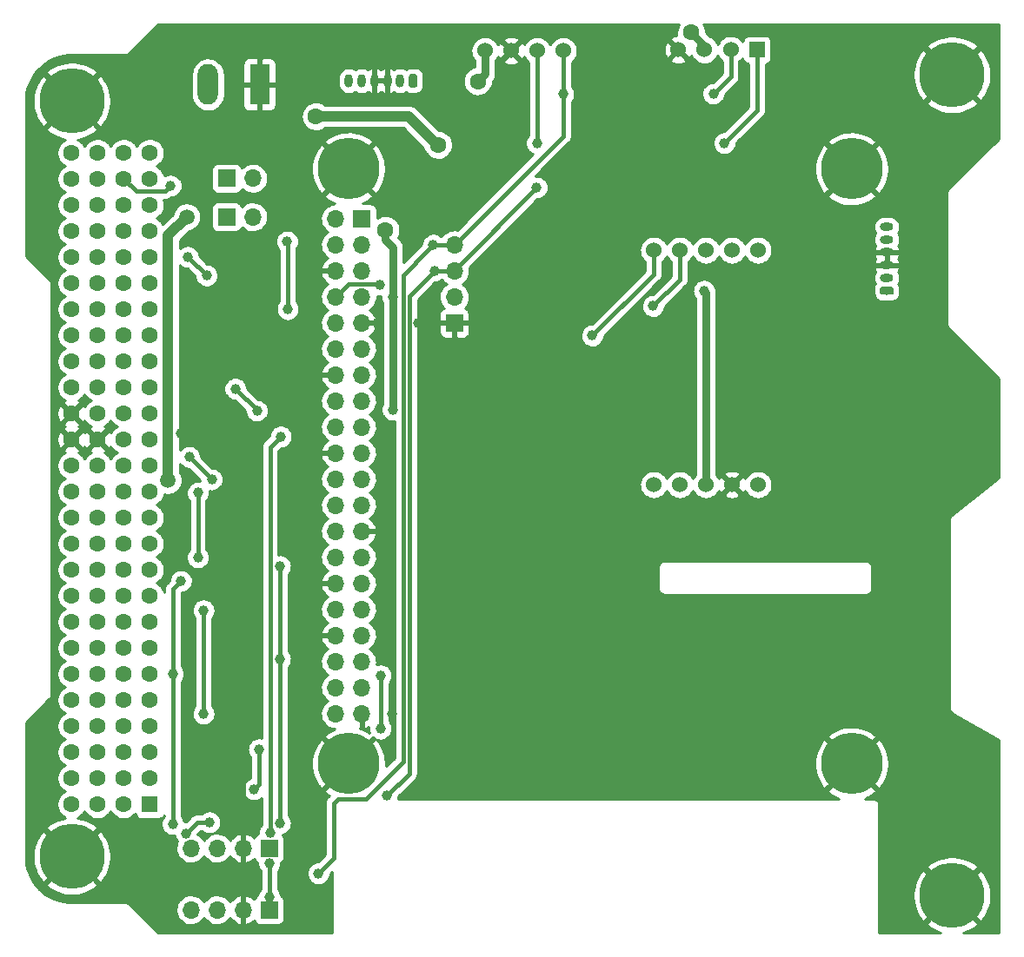
<source format=gtl>
G04 #@! TF.GenerationSoftware,KiCad,Pcbnew,6.0.0-unknown-62d453e~86~ubuntu18.04.1*
G04 #@! TF.CreationDate,2019-07-13T13:42:48-04:00*
G04 #@! TF.ProjectId,OBC,4f42432e-6b69-4636-9164-5f7063625858,rev?*
G04 #@! TF.SameCoordinates,Original*
G04 #@! TF.FileFunction,Copper,L1,Top*
G04 #@! TF.FilePolarity,Positive*
%FSLAX46Y46*%
G04 Gerber Fmt 4.6, Leading zero omitted, Abs format (unit mm)*
G04 Created by KiCad (PCBNEW 6.0.0-unknown-62d453e~86~ubuntu18.04.1) date 2019-07-13 13:42:48*
%MOMM*%
%LPD*%
G04 APERTURE LIST*
%ADD10O,1.700000X1.700000*%
%ADD11R,1.700000X1.700000*%
%ADD12C,6.350000*%
%ADD13C,1.600000*%
%ADD14R,1.600000X1.600000*%
%ADD15C,6.000000*%
%ADD16O,1.300000X0.800000*%
%ADD17C,0.100000*%
%ADD18C,0.800000*%
%ADD19O,0.800000X1.300000*%
%ADD20C,1.524000*%
%ADD21R,1.524000X1.524000*%
%ADD22O,1.980000X3.960000*%
%ADD23R,1.980000X3.960000*%
%ADD24C,1.000000*%
%ADD25C,1.500000*%
%ADD26C,0.400000*%
%ADD27C,0.800000*%
%ADD28C,1.000000*%
%ADD29C,0.254000*%
G04 APERTURE END LIST*
D10*
X110840000Y-61500000D03*
D11*
X108300000Y-61500000D03*
D12*
X178955000Y-51405000D03*
X178955000Y-131415000D03*
D13*
X95745000Y-122525000D03*
X93205000Y-122525000D03*
X95745000Y-119985000D03*
X93205000Y-119985000D03*
X95745000Y-117445000D03*
X93205000Y-117445000D03*
X95745000Y-114905000D03*
X93205000Y-114905000D03*
X95745000Y-112365000D03*
X93205000Y-112365000D03*
X95745000Y-109825000D03*
X93205000Y-109825000D03*
X95745000Y-107285000D03*
X93205000Y-107285000D03*
X95745000Y-104745000D03*
X93205000Y-104745000D03*
X95745000Y-102205000D03*
X93205000Y-102205000D03*
X95745000Y-99665000D03*
X93205000Y-99665000D03*
X95745000Y-97125000D03*
X93205000Y-97125000D03*
X95745000Y-94585000D03*
X93205000Y-94585000D03*
X95745000Y-92045000D03*
X93205000Y-92045000D03*
X95745000Y-89505000D03*
X93205000Y-89505000D03*
X95745000Y-86965000D03*
X93205000Y-86965000D03*
X95745000Y-84425000D03*
X93205000Y-84425000D03*
X95745000Y-81885000D03*
X93205000Y-81885000D03*
X95745000Y-79345000D03*
X93205000Y-79345000D03*
X95745000Y-76805000D03*
X93205000Y-76805000D03*
X95745000Y-74265000D03*
X93205000Y-74265000D03*
X95745000Y-71725000D03*
X93205000Y-71725000D03*
X95745000Y-69185000D03*
X93205000Y-69185000D03*
X95745000Y-66645000D03*
X93205000Y-66645000D03*
X95745000Y-64105000D03*
X93205000Y-64105000D03*
X95745000Y-61565000D03*
X93205000Y-61565000D03*
X95745000Y-59025000D03*
X93205000Y-59025000D03*
D14*
X100825000Y-122525000D03*
D13*
X98285000Y-122525000D03*
X100825000Y-119985000D03*
X98285000Y-119985000D03*
X100825000Y-117445000D03*
X98285000Y-117445000D03*
X100825000Y-114905000D03*
X98285000Y-114905000D03*
X100825000Y-112365000D03*
X98285000Y-112365000D03*
X100825000Y-109825000D03*
X98285000Y-109825000D03*
X100825000Y-107285000D03*
X98285000Y-107285000D03*
X100825000Y-104745000D03*
X98285000Y-104745000D03*
X100825000Y-102205000D03*
X98285000Y-102205000D03*
X100825000Y-99665000D03*
X98285000Y-99665000D03*
X100825000Y-97125000D03*
X98285000Y-97125000D03*
X100825000Y-94585000D03*
X98285000Y-94585000D03*
X100825000Y-92045000D03*
X98285000Y-92045000D03*
X100825000Y-89505000D03*
X98285000Y-89505000D03*
X100825000Y-86965000D03*
X98285000Y-86965000D03*
X100825000Y-84425000D03*
X98285000Y-84425000D03*
X100825000Y-81885000D03*
X98285000Y-81885000D03*
X100825000Y-79345000D03*
X98285000Y-79345000D03*
X100825000Y-76805000D03*
X98285000Y-76805000D03*
X100825000Y-74265000D03*
X98285000Y-74265000D03*
X100825000Y-71725000D03*
X98285000Y-71725000D03*
X100825000Y-69185000D03*
X98285000Y-69185000D03*
X100825000Y-66645000D03*
X98285000Y-66645000D03*
X100825000Y-64105000D03*
X98285000Y-64105000D03*
X100825000Y-61565000D03*
X98285000Y-61565000D03*
X100825000Y-59025000D03*
X98285000Y-59025000D03*
D12*
X93225000Y-53945000D03*
X93225000Y-127605000D03*
D15*
X169180000Y-60570000D03*
X169180000Y-118570000D03*
X120180000Y-118570000D03*
X120180000Y-60570000D03*
D10*
X130475000Y-67980000D03*
X130475000Y-70520000D03*
X130475000Y-73060000D03*
D11*
X130475000Y-75600000D03*
D16*
X172600000Y-66200000D03*
X172600000Y-67450000D03*
X172600000Y-68700000D03*
X172600000Y-69950000D03*
X172600000Y-71200000D03*
D17*
G36*
X173126537Y-72065224D02*
G01*
X173191421Y-72108579D01*
X173234776Y-72173463D01*
X173250000Y-72250000D01*
X173250000Y-72650000D01*
X173234776Y-72726537D01*
X173191421Y-72791421D01*
X173126537Y-72834776D01*
X173050000Y-72850000D01*
X172150000Y-72850000D01*
X172073463Y-72834776D01*
X172008579Y-72791421D01*
X171965224Y-72726537D01*
X171950000Y-72650000D01*
X171950000Y-72250000D01*
X171965224Y-72173463D01*
X172008579Y-72108579D01*
X172073463Y-72065224D01*
X172150000Y-72050000D01*
X173050000Y-72050000D01*
X173126537Y-72065224D01*
X173126537Y-72065224D01*
G37*
D18*
X172600000Y-72450000D03*
D19*
X120200000Y-51975000D03*
X121450000Y-51975000D03*
X122700000Y-51975000D03*
X123950000Y-51975000D03*
X125200000Y-51975000D03*
D17*
G36*
X126726537Y-51340224D02*
G01*
X126791421Y-51383579D01*
X126834776Y-51448463D01*
X126850000Y-51525000D01*
X126850000Y-52425000D01*
X126834776Y-52501537D01*
X126791421Y-52566421D01*
X126726537Y-52609776D01*
X126650000Y-52625000D01*
X126250000Y-52625000D01*
X126173463Y-52609776D01*
X126108579Y-52566421D01*
X126065224Y-52501537D01*
X126050000Y-52425000D01*
X126050000Y-51525000D01*
X126065224Y-51448463D01*
X126108579Y-51383579D01*
X126173463Y-51340224D01*
X126250000Y-51325000D01*
X126650000Y-51325000D01*
X126726537Y-51340224D01*
X126726537Y-51340224D01*
G37*
D18*
X126450000Y-51975000D03*
D20*
X160055000Y-68495000D03*
X157515000Y-68495000D03*
X154975000Y-68495000D03*
X152435000Y-68495000D03*
X149895000Y-68495000D03*
X149895000Y-91355000D03*
X152435000Y-91355000D03*
X154975000Y-91355000D03*
X157515000Y-91355000D03*
X160055000Y-91355000D03*
X152280000Y-48955000D03*
X154840000Y-48955000D03*
X157400000Y-48955000D03*
D21*
X159960000Y-48955000D03*
D20*
X141085000Y-49045000D03*
X138545000Y-49045000D03*
X136005000Y-49045000D03*
X133465000Y-49045000D03*
D10*
X104830000Y-132800000D03*
X107370000Y-132800000D03*
X109910000Y-132800000D03*
D11*
X112450000Y-132800000D03*
D10*
X104830000Y-126800000D03*
X107370000Y-126800000D03*
X109910000Y-126800000D03*
D11*
X112450000Y-126800000D03*
D22*
X106500000Y-52350000D03*
D23*
X111500000Y-52350000D03*
D10*
X110840000Y-65250000D03*
D11*
X108300000Y-65250000D03*
D10*
X118910000Y-113700000D03*
X121450000Y-113700000D03*
X118910000Y-111160000D03*
X121450000Y-111160000D03*
X118910000Y-108620000D03*
X121450000Y-108620000D03*
X118910000Y-106080000D03*
X121450000Y-106080000D03*
X118910000Y-103540000D03*
X121450000Y-103540000D03*
X118910000Y-101000000D03*
X121450000Y-101000000D03*
X118910000Y-98460000D03*
X121450000Y-98460000D03*
X118910000Y-95920000D03*
X121450000Y-95920000D03*
X118910000Y-93380000D03*
X121450000Y-93380000D03*
X118910000Y-90840000D03*
X121450000Y-90840000D03*
X118910000Y-88300000D03*
X121450000Y-88300000D03*
X118910000Y-85760000D03*
X121450000Y-85760000D03*
X118910000Y-83220000D03*
X121450000Y-83220000D03*
X118910000Y-80680000D03*
X121450000Y-80680000D03*
X118910000Y-78140000D03*
X121450000Y-78140000D03*
X118910000Y-75600000D03*
X121450000Y-75600000D03*
X118910000Y-73060000D03*
X121450000Y-73060000D03*
X118910000Y-70520000D03*
X121450000Y-70520000D03*
X118910000Y-67980000D03*
X121450000Y-67980000D03*
X118910000Y-65440000D03*
D11*
X121450000Y-65440000D03*
D24*
X109850000Y-106075000D03*
X124075000Y-99725000D03*
X127450000Y-97125000D03*
X124100000Y-97125000D03*
X123000000Y-75600000D03*
X124450000Y-113700000D03*
X127850000Y-113700000D03*
X112450000Y-128250000D03*
X112450000Y-131550000D03*
X154800000Y-72450000D03*
X113575001Y-86660000D03*
X124475000Y-73075000D03*
X112525000Y-125275000D03*
D13*
X123775000Y-66525000D03*
D24*
X124475000Y-84050000D03*
D13*
X132775000Y-52025000D03*
D24*
X114950000Y-63800000D03*
X110825000Y-88125000D03*
X109850000Y-119950000D03*
X104350000Y-125350000D03*
X106625000Y-124275000D03*
X113500000Y-124375000D03*
X103050000Y-124450000D03*
X126975000Y-75600000D03*
X143900000Y-76825000D03*
X149825000Y-73950000D03*
X123200000Y-71850000D03*
X155700000Y-53250000D03*
X141085000Y-53285000D03*
X156775000Y-58050000D03*
X138500000Y-62400000D03*
X138525000Y-58050000D03*
D13*
X153550000Y-47275000D03*
X128900000Y-58225000D03*
X116979999Y-55445001D03*
D24*
X128525000Y-70525000D03*
X128425000Y-67975000D03*
X103850000Y-86350000D03*
X116450000Y-70500000D03*
X114250000Y-74250000D03*
X114200000Y-67650000D03*
X112500000Y-70500000D03*
X116400000Y-80700000D03*
X111250000Y-84150000D03*
X109150000Y-82000000D03*
X116250000Y-87350000D03*
X106850000Y-90850000D03*
X104650000Y-88650000D03*
X105500000Y-92150000D03*
X105500000Y-98450000D03*
X116400000Y-101000000D03*
X116250000Y-106100000D03*
X103050000Y-109800000D03*
X103850000Y-100750000D03*
X113500000Y-99300000D03*
X113500000Y-108350000D03*
X106050000Y-103600000D03*
X106050000Y-113700000D03*
X110950000Y-121050000D03*
X111450000Y-117150000D03*
D25*
X102600000Y-90950000D03*
D24*
X106350000Y-70975000D03*
X104525000Y-69150000D03*
X160900000Y-60600000D03*
X164280000Y-60570000D03*
X130500000Y-79425000D03*
X168600000Y-69950000D03*
X168625000Y-74350000D03*
D25*
X104425000Y-65250000D03*
D24*
X123925000Y-57825000D03*
X125750000Y-63575000D03*
X102850000Y-62200000D03*
X123300000Y-115150000D03*
X123300000Y-109950000D03*
X117250000Y-129250000D03*
X123900000Y-121700000D03*
X127350000Y-118550000D03*
D26*
X113575001Y-86660000D02*
X112525000Y-87710001D01*
X112525000Y-87710001D02*
X112525000Y-125275000D01*
X112450000Y-131550000D02*
X112450000Y-128250000D01*
D27*
X133465000Y-51335000D02*
X132775000Y-52025000D01*
X123775000Y-66525000D02*
X123775000Y-67505002D01*
X154975000Y-91355000D02*
X154975000Y-72625000D01*
X133465000Y-49045000D02*
X133465000Y-51335000D01*
X124475000Y-73075000D02*
X124475000Y-84050000D01*
D26*
X154975000Y-72625000D02*
X154800000Y-72450000D01*
D27*
X124475000Y-68205002D02*
X124475000Y-73075000D01*
X123775000Y-67505002D02*
X124475000Y-68205002D01*
D26*
X116450000Y-65300000D02*
X114950000Y-63800000D01*
X116450000Y-70500000D02*
X116450000Y-65300000D01*
X109910000Y-120010000D02*
X109850000Y-119950000D01*
X109910000Y-126800000D02*
X109910000Y-120010000D01*
X105425000Y-124275000D02*
X104350000Y-125350000D01*
X106625000Y-124275000D02*
X105425000Y-124275000D01*
X113500000Y-108350000D02*
X113500000Y-124375000D01*
X103050000Y-109800000D02*
X103050000Y-124450000D01*
X143900000Y-76825000D02*
X149895000Y-70830000D01*
X149895000Y-70830000D02*
X149895000Y-68495000D01*
X152435000Y-68495000D02*
X152435000Y-71340000D01*
X152435000Y-71340000D02*
X149825000Y-73950000D01*
X120160001Y-71809999D02*
X123159999Y-71809999D01*
X118910000Y-73060000D02*
X120160001Y-71809999D01*
X123159999Y-71809999D02*
X123200000Y-71850000D01*
X157400000Y-48955000D02*
X157400000Y-51550000D01*
X157400000Y-51550000D02*
X155700000Y-53250000D01*
X141085000Y-49045000D02*
X141085000Y-53285000D01*
X141085000Y-53285000D02*
X141085000Y-57370000D01*
X159960000Y-48955000D02*
X159960000Y-54865000D01*
X159960000Y-54865000D02*
X156775000Y-58050000D01*
X138500000Y-62400000D02*
X130475000Y-70425000D01*
X130475000Y-70425000D02*
X130475000Y-70520000D01*
X138545000Y-58030000D02*
X138525000Y-58050000D01*
X138545000Y-49045000D02*
X138545000Y-58030000D01*
X141085000Y-57370000D02*
X130475000Y-67980000D01*
X154840000Y-48955000D02*
X154840000Y-48565000D01*
D27*
X154840000Y-48565000D02*
X153550000Y-47275000D01*
D28*
X128775000Y-58225000D02*
X128900000Y-58225000D01*
X125995001Y-55445001D02*
X128775000Y-58225000D01*
X116979999Y-55445001D02*
X125995001Y-55445001D01*
D26*
X128525000Y-70525000D02*
X130470000Y-70525000D01*
X130470000Y-70525000D02*
X130475000Y-70520000D01*
X128425000Y-67975000D02*
X130470000Y-67975000D01*
X130470000Y-67975000D02*
X130475000Y-67980000D01*
X114250000Y-74250000D02*
X114250000Y-67700000D01*
X114250000Y-67700000D02*
X114200000Y-67650000D01*
X111250000Y-84150000D02*
X111250000Y-84100000D01*
X111250000Y-84100000D02*
X109150000Y-82000000D01*
X106850000Y-90850000D02*
X104650000Y-88650000D01*
X105500000Y-92150000D02*
X105500000Y-98450000D01*
X103050000Y-109800000D02*
X103050000Y-101550000D01*
X103050000Y-101550000D02*
X103850000Y-100750000D01*
X113500000Y-99300000D02*
X113500000Y-108350000D01*
X106050000Y-103600000D02*
X106050000Y-113700000D01*
X110950000Y-121050000D02*
X111450000Y-120550000D01*
X111450000Y-120550000D02*
X111450000Y-117150000D01*
D28*
X102600000Y-90950000D02*
X102600000Y-68743998D01*
D26*
X104525000Y-69150000D02*
X106350000Y-70975000D01*
X130475000Y-75600000D02*
X130475000Y-79400000D01*
X130475000Y-79400000D02*
X130500000Y-79425000D01*
X168600000Y-69950000D02*
X168600000Y-74325000D01*
X168600000Y-74325000D02*
X168625000Y-74350000D01*
D28*
X102600000Y-68743998D02*
X102600000Y-67075000D01*
X102600000Y-67075000D02*
X104425000Y-65250000D01*
D26*
X125744999Y-63569999D02*
X125750000Y-63575000D01*
X120180000Y-60570000D02*
X123179999Y-63569999D01*
X123179999Y-63569999D02*
X125744999Y-63569999D01*
X102284999Y-62765001D02*
X102850000Y-62200000D01*
X98285000Y-61565000D02*
X99485001Y-62765001D01*
X99485001Y-62765001D02*
X102284999Y-62765001D01*
X123300000Y-115150000D02*
X123300000Y-109950000D01*
X127925001Y-68474999D02*
X128425000Y-67975000D01*
X125474989Y-70925011D02*
X127925001Y-68474999D01*
X125474989Y-118325011D02*
X125474989Y-70925011D01*
X121829999Y-121970001D02*
X125474989Y-118325011D01*
X119152879Y-121970001D02*
X121829999Y-121970001D01*
X118724990Y-122397890D02*
X119152879Y-121970001D01*
X118724990Y-127775010D02*
X118724990Y-122397890D01*
X117250000Y-129250000D02*
X118724990Y-127775010D01*
X128025001Y-71024999D02*
X128525000Y-70525000D01*
X126074999Y-72975001D02*
X128025001Y-71024999D01*
X126074999Y-119525001D02*
X126074999Y-72975001D01*
X123900000Y-121700000D02*
X126074999Y-119525001D01*
D29*
G36*
X152248929Y-46653167D02*
G01*
X152237336Y-46678028D01*
X152145751Y-46947058D01*
X152139766Y-46973829D01*
X152108087Y-47256250D01*
X152107992Y-47283682D01*
X152137214Y-47561713D01*
X152122820Y-47562165D01*
X152100405Y-47564877D01*
X151878654Y-47612012D01*
X151857073Y-47618651D01*
X151647175Y-47704309D01*
X151627112Y-47714665D01*
X151511454Y-47788063D01*
X151464283Y-47841876D01*
X151453694Y-47912648D01*
X151489700Y-47985096D01*
X153249748Y-49745144D01*
X153312555Y-49779439D01*
X153383933Y-49774334D01*
X153445332Y-49725622D01*
X153506390Y-49633722D01*
X153517164Y-49613879D01*
X153559990Y-49514914D01*
X153609804Y-49626798D01*
X153620785Y-49646527D01*
X153748212Y-49834030D01*
X153762513Y-49851502D01*
X153921129Y-50013476D01*
X153938298Y-50028140D01*
X154123091Y-50159465D01*
X154142586Y-50170857D01*
X154347714Y-50267383D01*
X154368918Y-50275143D01*
X154587898Y-50333818D01*
X154610140Y-50337700D01*
X154836049Y-50356671D01*
X154858629Y-50356552D01*
X155084327Y-50335217D01*
X155106528Y-50331103D01*
X155324880Y-50270138D01*
X155346001Y-50262156D01*
X155550107Y-50163487D01*
X155569481Y-50151892D01*
X155752889Y-50018639D01*
X155769904Y-50003796D01*
X155926816Y-49840170D01*
X155940934Y-49822549D01*
X156066390Y-49633722D01*
X156077164Y-49613879D01*
X156119990Y-49514914D01*
X156169804Y-49626798D01*
X156180785Y-49646527D01*
X156308212Y-49834030D01*
X156322513Y-49851502D01*
X156481129Y-50013476D01*
X156498298Y-50028140D01*
X156565000Y-50075543D01*
X156565001Y-51204129D01*
X155656747Y-52112384D01*
X155448362Y-52136495D01*
X155418691Y-52143618D01*
X155190018Y-52228660D01*
X155162902Y-52242656D01*
X154961115Y-52379790D01*
X154938120Y-52399850D01*
X154774869Y-52581159D01*
X154757322Y-52606124D01*
X154642032Y-52821140D01*
X154630948Y-52849570D01*
X154570274Y-53085879D01*
X154566291Y-53116133D01*
X154563736Y-53360095D01*
X154567085Y-53390426D01*
X154622797Y-53627954D01*
X154633283Y-53656610D01*
X154744045Y-53873993D01*
X154761065Y-53899320D01*
X154920483Y-54084008D01*
X154943052Y-54104545D01*
X155141923Y-54245875D01*
X155168740Y-54260436D01*
X155395581Y-54350249D01*
X155425097Y-54357992D01*
X155666815Y-54391103D01*
X155697326Y-54391582D01*
X155939964Y-54366079D01*
X155969709Y-54359267D01*
X156199260Y-54276624D01*
X156226521Y-54262913D01*
X156429732Y-54127899D01*
X156452935Y-54108081D01*
X156618076Y-53928492D01*
X156635883Y-53903712D01*
X156753419Y-53689916D01*
X156764801Y-53661603D01*
X156827946Y-53425942D01*
X156832266Y-53394402D01*
X156833280Y-53297589D01*
X157924292Y-52206577D01*
X157931356Y-52202120D01*
X157958778Y-52178783D01*
X158009366Y-52121503D01*
X158026380Y-52104489D01*
X158038203Y-52090851D01*
X158048102Y-52077643D01*
X158093027Y-52026775D01*
X158112795Y-51996681D01*
X158119530Y-51982337D01*
X158129032Y-51969658D01*
X158146324Y-51938075D01*
X158170145Y-51874530D01*
X158198986Y-51813102D01*
X158209631Y-51777900D01*
X158211793Y-51763430D01*
X158217512Y-51748176D01*
X158225244Y-51713009D01*
X158231096Y-51634274D01*
X158233605Y-51617481D01*
X158235000Y-51598712D01*
X158235000Y-51581730D01*
X158240274Y-51510762D01*
X158237825Y-51474837D01*
X158235000Y-51461603D01*
X158235000Y-50075228D01*
X158312889Y-50018639D01*
X158329904Y-50003796D01*
X158486816Y-49840170D01*
X158500934Y-49822549D01*
X158557792Y-49736971D01*
X158559490Y-49749870D01*
X158628599Y-50007789D01*
X158653984Y-50056553D01*
X158769138Y-50193788D01*
X158802926Y-50222139D01*
X158958073Y-50311713D01*
X158999520Y-50326799D01*
X159125000Y-50348925D01*
X159125001Y-54519129D01*
X156731748Y-56912384D01*
X156523362Y-56936495D01*
X156493691Y-56943618D01*
X156265018Y-57028660D01*
X156237902Y-57042656D01*
X156036115Y-57179790D01*
X156013120Y-57199850D01*
X155849869Y-57381159D01*
X155832322Y-57406124D01*
X155717032Y-57621140D01*
X155705948Y-57649570D01*
X155645274Y-57885879D01*
X155641291Y-57916133D01*
X155638736Y-58160095D01*
X155642085Y-58190426D01*
X155697797Y-58427954D01*
X155708283Y-58456610D01*
X155819045Y-58673993D01*
X155836065Y-58699320D01*
X155995483Y-58884008D01*
X156018052Y-58904545D01*
X156216923Y-59045875D01*
X156243740Y-59060436D01*
X156470581Y-59150249D01*
X156500097Y-59157992D01*
X156741815Y-59191103D01*
X156772326Y-59191582D01*
X157014964Y-59166079D01*
X157044709Y-59159267D01*
X157274260Y-59076624D01*
X157301521Y-59062913D01*
X157504732Y-58927899D01*
X157527935Y-58908081D01*
X157693076Y-58728492D01*
X157710883Y-58703712D01*
X157828419Y-58489916D01*
X157839801Y-58461603D01*
X157902946Y-58225942D01*
X157907266Y-58194402D01*
X157908280Y-58097589D01*
X158062817Y-57943052D01*
X166759116Y-57943052D01*
X166792802Y-58003198D01*
X169090197Y-60300593D01*
X169153004Y-60334888D01*
X169224382Y-60329783D01*
X169269803Y-60300593D01*
X171564280Y-58006116D01*
X171598575Y-57943309D01*
X171593470Y-57871931D01*
X171558214Y-57820830D01*
X171436192Y-57713819D01*
X171425571Y-57705461D01*
X171119908Y-57490238D01*
X171108460Y-57483056D01*
X170781656Y-57301533D01*
X170769509Y-57295609D01*
X170425267Y-57149841D01*
X170412559Y-57145240D01*
X170054776Y-57036879D01*
X170041652Y-57033656D01*
X169674380Y-56963927D01*
X169660987Y-56962116D01*
X169288384Y-56931810D01*
X169274875Y-56931433D01*
X168901162Y-56940892D01*
X168887688Y-56941952D01*
X168517096Y-56991071D01*
X168503812Y-56993557D01*
X168140538Y-57081778D01*
X168127594Y-57085662D01*
X167775751Y-57211986D01*
X167763292Y-57217223D01*
X167426866Y-57380220D01*
X167415034Y-57386751D01*
X167097833Y-57584576D01*
X167086763Y-57592328D01*
X166804329Y-57813386D01*
X166762686Y-57871581D01*
X166759116Y-57943052D01*
X158062817Y-57943052D01*
X160484292Y-55521577D01*
X160491356Y-55517120D01*
X160518778Y-55493783D01*
X160569366Y-55436503D01*
X160586380Y-55419489D01*
X160598203Y-55405851D01*
X160608102Y-55392643D01*
X160653027Y-55341775D01*
X160672795Y-55311681D01*
X160679530Y-55297337D01*
X160689032Y-55284658D01*
X160706324Y-55253075D01*
X160730145Y-55189530D01*
X160758986Y-55128102D01*
X160769631Y-55092900D01*
X160771793Y-55078430D01*
X160777512Y-55063176D01*
X160785244Y-55028009D01*
X160791096Y-54949274D01*
X160793605Y-54932481D01*
X160795000Y-54913712D01*
X160795000Y-54896730D01*
X160800274Y-54825762D01*
X160797825Y-54789837D01*
X160795000Y-54776603D01*
X160795000Y-54156045D01*
X176412072Y-54156045D01*
X176417177Y-54227423D01*
X176451191Y-54277421D01*
X176549053Y-54365536D01*
X176559383Y-54373901D01*
X176871693Y-54600807D01*
X176882842Y-54608047D01*
X177217159Y-54801065D01*
X177229003Y-54807100D01*
X177581664Y-54964115D01*
X177594075Y-54968879D01*
X177961216Y-55088171D01*
X177974056Y-55091612D01*
X178351656Y-55171873D01*
X178364786Y-55173952D01*
X178748707Y-55214304D01*
X178761982Y-55215000D01*
X179148018Y-55215000D01*
X179161293Y-55214304D01*
X179545214Y-55173952D01*
X179558344Y-55171873D01*
X179935944Y-55091612D01*
X179948784Y-55088171D01*
X180315925Y-54968879D01*
X180328336Y-54964115D01*
X180680997Y-54807100D01*
X180692841Y-54801065D01*
X181027158Y-54608047D01*
X181038307Y-54600807D01*
X181350617Y-54373901D01*
X181360947Y-54365536D01*
X181458809Y-54277421D01*
X181496345Y-54216495D01*
X181494982Y-54144948D01*
X181463633Y-54093238D01*
X179044803Y-51674407D01*
X178981996Y-51640112D01*
X178910618Y-51645217D01*
X178865197Y-51674407D01*
X176446367Y-54093238D01*
X176412072Y-54156045D01*
X160795000Y-54156045D01*
X160795000Y-51211982D01*
X175145000Y-51211982D01*
X175145000Y-51598018D01*
X175145696Y-51611293D01*
X175186048Y-51995214D01*
X175188127Y-52008344D01*
X175268388Y-52385944D01*
X175271829Y-52398784D01*
X175391121Y-52765925D01*
X175395885Y-52778336D01*
X175552900Y-53130997D01*
X175558935Y-53142841D01*
X175751953Y-53477158D01*
X175759193Y-53488307D01*
X175986099Y-53800617D01*
X175994464Y-53810947D01*
X176082579Y-53908809D01*
X176143505Y-53946345D01*
X176215052Y-53944982D01*
X176266762Y-53913633D01*
X178685593Y-51494803D01*
X178719888Y-51431996D01*
X178716027Y-51378004D01*
X179190112Y-51378004D01*
X179195217Y-51449382D01*
X179224407Y-51494803D01*
X181643238Y-53913633D01*
X181706045Y-53947928D01*
X181777423Y-53942823D01*
X181827421Y-53908809D01*
X181915536Y-53810947D01*
X181923901Y-53800617D01*
X182150807Y-53488307D01*
X182158047Y-53477158D01*
X182351065Y-53142841D01*
X182357100Y-53130997D01*
X182514115Y-52778336D01*
X182518879Y-52765925D01*
X182638171Y-52398784D01*
X182641612Y-52385944D01*
X182721873Y-52008344D01*
X182723952Y-51995214D01*
X182764304Y-51611293D01*
X182765000Y-51598018D01*
X182765000Y-51211982D01*
X182764304Y-51198707D01*
X182723952Y-50814786D01*
X182721873Y-50801656D01*
X182641612Y-50424056D01*
X182638171Y-50411216D01*
X182518879Y-50044075D01*
X182514115Y-50031664D01*
X182357100Y-49679003D01*
X182351065Y-49667159D01*
X182158047Y-49332842D01*
X182150807Y-49321693D01*
X181923901Y-49009383D01*
X181915536Y-48999053D01*
X181827421Y-48901191D01*
X181766495Y-48863655D01*
X181694948Y-48865018D01*
X181643238Y-48896367D01*
X179224407Y-51315197D01*
X179190112Y-51378004D01*
X178716027Y-51378004D01*
X178714783Y-51360618D01*
X178685593Y-51315197D01*
X176266762Y-48896367D01*
X176203955Y-48862072D01*
X176132577Y-48867177D01*
X176082579Y-48901191D01*
X175994464Y-48999053D01*
X175986099Y-49009383D01*
X175759193Y-49321693D01*
X175751953Y-49332842D01*
X175558935Y-49667159D01*
X175552900Y-49679003D01*
X175395885Y-50031664D01*
X175391121Y-50044075D01*
X175271829Y-50411216D01*
X175268388Y-50424056D01*
X175188127Y-50801656D01*
X175186048Y-50814786D01*
X175145696Y-51198707D01*
X175145000Y-51211982D01*
X160795000Y-51211982D01*
X160795000Y-50344757D01*
X161012789Y-50286401D01*
X161061553Y-50261016D01*
X161198788Y-50145862D01*
X161227139Y-50112074D01*
X161316713Y-49956927D01*
X161331799Y-49915480D01*
X161362908Y-49739053D01*
X161364837Y-49717000D01*
X161364837Y-48593505D01*
X176413655Y-48593505D01*
X176415018Y-48665052D01*
X176446367Y-48716762D01*
X178865197Y-51135593D01*
X178928004Y-51169888D01*
X178999382Y-51164783D01*
X179044803Y-51135593D01*
X181463633Y-48716762D01*
X181497928Y-48653955D01*
X181492823Y-48582577D01*
X181458809Y-48532579D01*
X181360947Y-48444464D01*
X181350617Y-48436099D01*
X181038307Y-48209193D01*
X181027158Y-48201953D01*
X180692841Y-48008935D01*
X180680997Y-48002900D01*
X180328336Y-47845885D01*
X180315925Y-47841121D01*
X179948784Y-47721829D01*
X179935944Y-47718388D01*
X179558344Y-47638127D01*
X179545214Y-47636048D01*
X179161293Y-47595696D01*
X179148018Y-47595000D01*
X178761982Y-47595000D01*
X178748707Y-47595696D01*
X178364786Y-47636048D01*
X178351656Y-47638127D01*
X177974056Y-47718388D01*
X177961216Y-47721829D01*
X177594075Y-47841121D01*
X177581664Y-47845885D01*
X177229003Y-48002900D01*
X177217159Y-48008935D01*
X176882842Y-48201953D01*
X176871693Y-48209193D01*
X176559383Y-48436099D01*
X176549053Y-48444464D01*
X176451191Y-48532579D01*
X176413655Y-48593505D01*
X161364837Y-48593505D01*
X161364837Y-48193000D01*
X161360510Y-48160130D01*
X161291401Y-47902212D01*
X161266016Y-47853448D01*
X161150862Y-47716212D01*
X161117074Y-47687861D01*
X160961927Y-47598287D01*
X160920480Y-47583201D01*
X160744053Y-47552092D01*
X160722000Y-47550163D01*
X159198000Y-47550163D01*
X159165130Y-47554490D01*
X158907212Y-47623599D01*
X158858448Y-47648984D01*
X158721212Y-47764138D01*
X158692861Y-47797926D01*
X158603287Y-47953073D01*
X158588201Y-47994520D01*
X158557629Y-48167903D01*
X158544829Y-48146259D01*
X158531653Y-48127922D01*
X158383519Y-47956308D01*
X158367305Y-47940595D01*
X158191123Y-47797926D01*
X158172382Y-47785333D01*
X157973720Y-47676117D01*
X157953045Y-47667041D01*
X157738182Y-47594732D01*
X157716227Y-47589461D01*
X157491955Y-47556343D01*
X157469413Y-47555044D01*
X157242821Y-47562165D01*
X157220405Y-47564877D01*
X156998654Y-47612012D01*
X156977073Y-47618651D01*
X156767175Y-47704309D01*
X156747111Y-47714665D01*
X156555698Y-47836139D01*
X156537785Y-47849885D01*
X156370909Y-48003336D01*
X156355713Y-48020036D01*
X156218648Y-48200612D01*
X156206649Y-48219739D01*
X156120216Y-48389373D01*
X156109951Y-48361772D01*
X156100230Y-48341393D01*
X155984829Y-48146259D01*
X155971653Y-48127922D01*
X155823519Y-47956308D01*
X155807305Y-47940595D01*
X155631123Y-47797926D01*
X155612382Y-47785333D01*
X155416181Y-47677470D01*
X154984622Y-47245912D01*
X154985015Y-47133348D01*
X154982053Y-47105633D01*
X154921027Y-46828070D01*
X154912278Y-46802071D01*
X154793073Y-46544088D01*
X154778944Y-46520574D01*
X154732966Y-46460000D01*
X183500000Y-46460000D01*
X183500001Y-57612341D01*
X178686011Y-62435864D01*
X178684602Y-62436753D01*
X178657180Y-62460090D01*
X178621399Y-62500603D01*
X178609779Y-62512247D01*
X178597971Y-62525894D01*
X178591926Y-62533976D01*
X178560853Y-62569160D01*
X178541083Y-62599256D01*
X178537676Y-62606512D01*
X178532883Y-62612921D01*
X178515622Y-62644524D01*
X178499195Y-62688478D01*
X178479242Y-62730975D01*
X178468597Y-62766179D01*
X178467560Y-62773118D01*
X178464679Y-62780826D01*
X178456981Y-62816003D01*
X178452965Y-62870767D01*
X178451394Y-62881284D01*
X178450000Y-62900052D01*
X178450000Y-62911220D01*
X178446341Y-62961127D01*
X178448826Y-62997049D01*
X178450000Y-63002522D01*
X178450001Y-75613876D01*
X178449563Y-75615812D01*
X178446675Y-75651705D01*
X178450001Y-75705318D01*
X178450001Y-75721470D01*
X178451283Y-75739473D01*
X178452759Y-75749783D01*
X178455685Y-75796939D01*
X178462987Y-75832199D01*
X178465600Y-75839436D01*
X178466690Y-75847049D01*
X178476796Y-75881610D01*
X178496352Y-75924620D01*
X178512397Y-75969067D01*
X178529762Y-76001487D01*
X178533754Y-76006882D01*
X178537024Y-76014074D01*
X178556425Y-76044411D01*
X178592531Y-76086314D01*
X178598986Y-76095037D01*
X178611275Y-76109300D01*
X178618947Y-76116972D01*
X178651410Y-76154647D01*
X178678545Y-76178317D01*
X178683510Y-76181535D01*
X183500000Y-80998027D01*
X183500001Y-90639605D01*
X178936506Y-94286623D01*
X178904600Y-94306754D01*
X178877180Y-94330091D01*
X178835495Y-94377290D01*
X178792398Y-94423153D01*
X178782353Y-94437461D01*
X178780851Y-94439162D01*
X178776374Y-94445978D01*
X178771711Y-94452620D01*
X178770688Y-94454634D01*
X178761084Y-94469256D01*
X178734327Y-94526246D01*
X178705830Y-94582371D01*
X178700204Y-94598926D01*
X178699239Y-94600981D01*
X178697091Y-94608085D01*
X178694245Y-94616459D01*
X178693732Y-94619192D01*
X178688597Y-94636176D01*
X178680930Y-94687475D01*
X178667429Y-94759487D01*
X178665878Y-94795462D01*
X178670000Y-94836897D01*
X178670001Y-113023957D01*
X178667605Y-113047093D01*
X178670001Y-113108416D01*
X178670001Y-113131470D01*
X178671284Y-113149478D01*
X178671726Y-113152566D01*
X178673286Y-113192493D01*
X178679778Y-113227912D01*
X178684559Y-113242170D01*
X178686690Y-113257050D01*
X178696796Y-113291610D01*
X178713336Y-113327987D01*
X178726041Y-113365877D01*
X178742213Y-113398049D01*
X178750800Y-113410387D01*
X178757024Y-113424076D01*
X178776425Y-113454411D01*
X178802508Y-113484682D01*
X178825338Y-113517484D01*
X178850498Y-113544312D01*
X178861287Y-113552897D01*
X178871409Y-113564645D01*
X178898545Y-113588318D01*
X178937641Y-113613659D01*
X178941562Y-113616779D01*
X178957118Y-113627376D01*
X178972618Y-113636329D01*
X179020653Y-113667464D01*
X179049971Y-113681011D01*
X183500000Y-116251525D01*
X183500001Y-135060000D01*
X180066262Y-135060000D01*
X180315925Y-134978879D01*
X180328336Y-134974115D01*
X180680997Y-134817100D01*
X180692841Y-134811065D01*
X181027158Y-134618047D01*
X181038307Y-134610807D01*
X181350617Y-134383901D01*
X181360947Y-134375536D01*
X181458809Y-134287421D01*
X181496345Y-134226495D01*
X181494982Y-134154948D01*
X181463633Y-134103238D01*
X179044803Y-131684407D01*
X178981996Y-131650112D01*
X178910618Y-131655217D01*
X178865197Y-131684407D01*
X176446367Y-134103238D01*
X176412072Y-134166045D01*
X176417177Y-134237423D01*
X176451191Y-134287421D01*
X176549053Y-134375536D01*
X176559383Y-134383901D01*
X176871693Y-134610807D01*
X176882842Y-134618047D01*
X177217159Y-134811065D01*
X177229003Y-134817100D01*
X177581664Y-134974115D01*
X177594075Y-134978879D01*
X177843738Y-135060000D01*
X171860000Y-135060000D01*
X171860000Y-131221982D01*
X175145000Y-131221982D01*
X175145000Y-131608018D01*
X175145696Y-131621293D01*
X175186048Y-132005214D01*
X175188127Y-132018344D01*
X175268388Y-132395944D01*
X175271829Y-132408784D01*
X175391121Y-132775925D01*
X175395885Y-132788336D01*
X175552900Y-133140997D01*
X175558935Y-133152841D01*
X175751953Y-133487158D01*
X175759193Y-133498307D01*
X175986099Y-133810617D01*
X175994464Y-133820947D01*
X176082579Y-133918809D01*
X176143505Y-133956345D01*
X176215052Y-133954982D01*
X176266762Y-133923633D01*
X178685593Y-131504803D01*
X178719888Y-131441996D01*
X178716027Y-131388004D01*
X179190112Y-131388004D01*
X179195217Y-131459382D01*
X179224407Y-131504803D01*
X181643238Y-133923633D01*
X181706045Y-133957928D01*
X181777423Y-133952823D01*
X181827421Y-133918809D01*
X181915536Y-133820947D01*
X181923901Y-133810617D01*
X182150807Y-133498307D01*
X182158047Y-133487158D01*
X182351065Y-133152841D01*
X182357100Y-133140997D01*
X182514115Y-132788336D01*
X182518879Y-132775925D01*
X182638171Y-132408784D01*
X182641612Y-132395944D01*
X182721873Y-132018344D01*
X182723952Y-132005214D01*
X182764304Y-131621293D01*
X182765000Y-131608018D01*
X182765000Y-131221982D01*
X182764304Y-131208707D01*
X182723952Y-130824786D01*
X182721873Y-130811656D01*
X182641612Y-130434056D01*
X182638171Y-130421216D01*
X182518879Y-130054075D01*
X182514115Y-130041664D01*
X182357100Y-129689003D01*
X182351065Y-129677159D01*
X182158047Y-129342842D01*
X182150807Y-129331693D01*
X181923901Y-129019383D01*
X181915536Y-129009053D01*
X181827421Y-128911191D01*
X181766495Y-128873655D01*
X181694948Y-128875018D01*
X181643238Y-128906367D01*
X179224407Y-131325197D01*
X179190112Y-131388004D01*
X178716027Y-131388004D01*
X178714783Y-131370618D01*
X178685593Y-131325197D01*
X176266762Y-128906367D01*
X176203955Y-128872072D01*
X176132577Y-128877177D01*
X176082579Y-128911191D01*
X175994464Y-129009053D01*
X175986099Y-129019383D01*
X175759193Y-129331693D01*
X175751953Y-129342842D01*
X175558935Y-129677159D01*
X175552900Y-129689003D01*
X175395885Y-130041664D01*
X175391121Y-130054075D01*
X175271829Y-130421216D01*
X175268388Y-130434056D01*
X175188127Y-130811656D01*
X175186048Y-130824786D01*
X175145696Y-131208707D01*
X175145000Y-131221982D01*
X171860000Y-131221982D01*
X171860000Y-128603505D01*
X176413655Y-128603505D01*
X176415018Y-128675052D01*
X176446367Y-128726762D01*
X178865197Y-131145593D01*
X178928004Y-131179888D01*
X178999382Y-131174783D01*
X179044803Y-131145593D01*
X181463633Y-128726762D01*
X181497928Y-128663955D01*
X181492823Y-128592577D01*
X181458809Y-128542579D01*
X181360947Y-128454464D01*
X181350617Y-128446099D01*
X181038307Y-128219193D01*
X181027158Y-128211953D01*
X180692841Y-128018935D01*
X180680997Y-128012900D01*
X180328336Y-127855885D01*
X180315925Y-127851121D01*
X179948784Y-127731829D01*
X179935944Y-127728388D01*
X179558344Y-127648127D01*
X179545214Y-127646048D01*
X179161293Y-127605696D01*
X179148018Y-127605000D01*
X178761982Y-127605000D01*
X178748707Y-127605696D01*
X178364786Y-127646048D01*
X178351656Y-127648127D01*
X177974056Y-127728388D01*
X177961216Y-127731829D01*
X177594075Y-127851121D01*
X177581664Y-127855885D01*
X177229003Y-128012900D01*
X177217159Y-128018935D01*
X176882842Y-128211953D01*
X176871693Y-128219193D01*
X176559383Y-128446099D01*
X176549053Y-128454464D01*
X176451191Y-128542579D01*
X176413655Y-128603505D01*
X171860000Y-128603505D01*
X171860000Y-122613545D01*
X171860473Y-122536124D01*
X171855585Y-122500447D01*
X171847487Y-122472114D01*
X171843311Y-122442952D01*
X171833206Y-122408392D01*
X171822623Y-122385115D01*
X171815597Y-122360533D01*
X171800895Y-122327667D01*
X171785175Y-122302752D01*
X171772977Y-122275924D01*
X171753576Y-122245588D01*
X171736885Y-122226218D01*
X171723247Y-122204602D01*
X171699909Y-122177180D01*
X171677825Y-122157675D01*
X171658590Y-122135353D01*
X171631455Y-122111682D01*
X171610004Y-122097778D01*
X171590841Y-122080854D01*
X171560745Y-122061084D01*
X171534071Y-122048560D01*
X171509348Y-122032536D01*
X171476661Y-122017433D01*
X171452173Y-122010109D01*
X171429026Y-121999242D01*
X171393825Y-121988597D01*
X171366671Y-121984539D01*
X171337247Y-121975739D01*
X171301635Y-121970416D01*
X171262315Y-121970176D01*
X171259949Y-121970000D01*
X171233545Y-121970000D01*
X171156125Y-121969527D01*
X171152672Y-121970000D01*
X170471710Y-121970000D01*
X170758069Y-121849920D01*
X170770237Y-121844038D01*
X171097672Y-121663657D01*
X171109146Y-121656515D01*
X171415559Y-121442360D01*
X171426208Y-121434039D01*
X171557834Y-121319416D01*
X171596374Y-121259121D01*
X171596198Y-121187561D01*
X171564234Y-121133838D01*
X169269803Y-118839407D01*
X169206996Y-118805112D01*
X169135618Y-118810217D01*
X169090197Y-118839407D01*
X166793214Y-121136390D01*
X166758919Y-121199197D01*
X166764024Y-121270575D01*
X166804392Y-121325928D01*
X167076381Y-121540347D01*
X167087424Y-121548138D01*
X167403933Y-121747069D01*
X167415742Y-121753641D01*
X167751597Y-121917811D01*
X167764038Y-121923092D01*
X167893267Y-121970000D01*
X125002743Y-121970000D01*
X125027946Y-121875942D01*
X125032266Y-121844402D01*
X125033280Y-121747589D01*
X126599290Y-120181579D01*
X126606354Y-120177122D01*
X126633775Y-120153784D01*
X126684351Y-120096518D01*
X126701379Y-120079490D01*
X126713203Y-120065851D01*
X126723110Y-120052632D01*
X126768025Y-120001776D01*
X126787794Y-119971682D01*
X126794529Y-119957338D01*
X126804031Y-119944659D01*
X126821323Y-119913076D01*
X126845144Y-119849531D01*
X126873985Y-119788103D01*
X126884630Y-119752901D01*
X126886792Y-119738431D01*
X126892511Y-119723177D01*
X126900243Y-119688010D01*
X126906095Y-119609275D01*
X126908604Y-119592482D01*
X126909999Y-119573713D01*
X126909999Y-119556731D01*
X126915273Y-119485763D01*
X126912824Y-119449838D01*
X126909999Y-119436604D01*
X126909999Y-118570405D01*
X165540195Y-118570405D01*
X165559434Y-118943742D01*
X165560847Y-118957183D01*
X165619650Y-119326362D01*
X165622483Y-119339576D01*
X165720183Y-119700417D01*
X165724404Y-119713256D01*
X165859895Y-120061671D01*
X165865457Y-120073988D01*
X166037205Y-120406032D01*
X166044044Y-120417689D01*
X166250105Y-120729603D01*
X166258143Y-120740466D01*
X166427809Y-120945922D01*
X166487075Y-120986028D01*
X166558615Y-120987725D01*
X166615538Y-120954858D01*
X168910593Y-118659803D01*
X168944888Y-118596996D01*
X168941027Y-118543004D01*
X169415112Y-118543004D01*
X169420217Y-118614382D01*
X169449407Y-118659803D01*
X171745338Y-120955734D01*
X171808145Y-120990029D01*
X171879523Y-120984924D01*
X171928249Y-120952302D01*
X171972071Y-120905062D01*
X171980722Y-120894678D01*
X172204396Y-120595143D01*
X172211895Y-120583900D01*
X172402472Y-120262293D01*
X172408733Y-120250316D01*
X172564055Y-119910278D01*
X172569008Y-119897704D01*
X172687318Y-119543086D01*
X172690907Y-119530056D01*
X172770863Y-119164874D01*
X172773047Y-119151537D01*
X172813745Y-118779926D01*
X172814500Y-118766322D01*
X172815164Y-118386367D01*
X172814457Y-118372760D01*
X172775056Y-118001009D01*
X172772918Y-117987664D01*
X172694237Y-117622205D01*
X172690694Y-117609163D01*
X172573623Y-117254134D01*
X172568714Y-117241543D01*
X172414579Y-116900965D01*
X172408359Y-116888966D01*
X172218906Y-116566696D01*
X172211447Y-116555426D01*
X171988820Y-116255112D01*
X171980206Y-116244699D01*
X171928264Y-116188311D01*
X171866916Y-116151470D01*
X171795389Y-116153644D01*
X171745051Y-116184553D01*
X169449407Y-118480197D01*
X169415112Y-118543004D01*
X168941027Y-118543004D01*
X168939783Y-118525618D01*
X168910593Y-118480197D01*
X166615720Y-116185324D01*
X166552913Y-116151029D01*
X166481535Y-116156134D01*
X166428274Y-116193918D01*
X166265737Y-116389347D01*
X166257660Y-116400183D01*
X166050512Y-116711376D01*
X166043633Y-116723009D01*
X165870727Y-117054452D01*
X165865122Y-117066749D01*
X165728415Y-117414689D01*
X165724149Y-117427513D01*
X165625190Y-117788010D01*
X165622311Y-117801215D01*
X165562221Y-118170187D01*
X165560762Y-118183622D01*
X165540219Y-118556890D01*
X165540195Y-118570405D01*
X126909999Y-118570405D01*
X126909999Y-115943052D01*
X166759116Y-115943052D01*
X166792802Y-116003198D01*
X169090197Y-118300593D01*
X169153004Y-118334888D01*
X169224382Y-118329783D01*
X169269803Y-118300593D01*
X171564280Y-116006116D01*
X171598575Y-115943309D01*
X171593470Y-115871931D01*
X171558214Y-115820830D01*
X171436192Y-115713819D01*
X171425571Y-115705461D01*
X171119908Y-115490238D01*
X171108460Y-115483056D01*
X170781656Y-115301533D01*
X170769509Y-115295609D01*
X170425267Y-115149841D01*
X170412559Y-115145240D01*
X170054776Y-115036879D01*
X170041652Y-115033656D01*
X169674380Y-114963927D01*
X169660987Y-114962116D01*
X169288384Y-114931810D01*
X169274875Y-114931433D01*
X168901162Y-114940892D01*
X168887688Y-114941952D01*
X168517096Y-114991071D01*
X168503812Y-114993557D01*
X168140538Y-115081778D01*
X168127594Y-115085662D01*
X167775751Y-115211986D01*
X167763292Y-115217223D01*
X167426866Y-115380220D01*
X167415034Y-115386751D01*
X167097833Y-115584576D01*
X167086763Y-115592328D01*
X166804329Y-115813386D01*
X166762686Y-115871581D01*
X166759116Y-115943052D01*
X126909999Y-115943052D01*
X126909999Y-99468876D01*
X150339527Y-99468876D01*
X150340001Y-99472335D01*
X150340000Y-101441452D01*
X150339527Y-101518876D01*
X150344414Y-101554552D01*
X150352513Y-101582891D01*
X150356689Y-101612048D01*
X150366795Y-101646609D01*
X150377375Y-101669880D01*
X150384402Y-101694465D01*
X150399105Y-101727333D01*
X150414825Y-101752248D01*
X150427023Y-101779076D01*
X150446424Y-101809412D01*
X150463115Y-101828782D01*
X150476753Y-101850398D01*
X150500091Y-101877820D01*
X150522175Y-101897325D01*
X150541410Y-101919647D01*
X150568545Y-101943318D01*
X150589996Y-101957222D01*
X150609159Y-101974146D01*
X150639255Y-101993916D01*
X150665929Y-102006440D01*
X150690652Y-102022464D01*
X150723339Y-102037567D01*
X150747827Y-102044891D01*
X150770974Y-102055758D01*
X150806175Y-102066403D01*
X150833329Y-102070461D01*
X150862753Y-102079261D01*
X150898365Y-102084584D01*
X150937685Y-102084824D01*
X150940051Y-102085000D01*
X150966455Y-102085000D01*
X151043875Y-102085473D01*
X151047328Y-102085000D01*
X170516456Y-102085000D01*
X170593876Y-102085473D01*
X170629553Y-102080585D01*
X170657886Y-102072487D01*
X170687048Y-102068311D01*
X170721608Y-102058206D01*
X170744885Y-102047623D01*
X170769467Y-102040597D01*
X170802333Y-102025895D01*
X170827248Y-102010175D01*
X170854076Y-101997977D01*
X170884412Y-101978576D01*
X170903782Y-101961885D01*
X170925398Y-101948247D01*
X170952820Y-101924909D01*
X170972325Y-101902825D01*
X170994647Y-101883590D01*
X171018318Y-101856455D01*
X171032222Y-101835004D01*
X171049146Y-101815841D01*
X171068916Y-101785745D01*
X171081440Y-101759071D01*
X171097464Y-101734348D01*
X171112567Y-101701661D01*
X171119891Y-101677173D01*
X171130758Y-101654026D01*
X171141403Y-101618825D01*
X171145461Y-101591671D01*
X171154261Y-101562247D01*
X171159584Y-101526635D01*
X171159824Y-101487315D01*
X171160000Y-101484949D01*
X171160000Y-101458545D01*
X171160473Y-101381124D01*
X171160000Y-101377671D01*
X171160000Y-99408545D01*
X171160473Y-99331124D01*
X171155585Y-99295447D01*
X171147487Y-99267114D01*
X171143311Y-99237952D01*
X171133206Y-99203392D01*
X171122623Y-99180115D01*
X171115597Y-99155533D01*
X171100895Y-99122667D01*
X171085175Y-99097752D01*
X171072977Y-99070924D01*
X171053576Y-99040588D01*
X171036885Y-99021218D01*
X171023247Y-98999602D01*
X170999909Y-98972180D01*
X170977825Y-98952675D01*
X170958590Y-98930353D01*
X170931454Y-98906681D01*
X170910007Y-98892780D01*
X170890842Y-98875854D01*
X170860744Y-98856084D01*
X170834065Y-98843558D01*
X170809347Y-98827537D01*
X170776660Y-98812433D01*
X170752175Y-98805110D01*
X170729026Y-98794242D01*
X170693824Y-98783597D01*
X170666672Y-98779539D01*
X170637247Y-98770739D01*
X170601634Y-98765416D01*
X170562315Y-98765176D01*
X170559949Y-98765000D01*
X170533544Y-98765000D01*
X170456124Y-98764527D01*
X170452671Y-98765000D01*
X150983545Y-98765000D01*
X150906125Y-98764527D01*
X150870451Y-98769414D01*
X150842118Y-98777511D01*
X150812949Y-98781689D01*
X150778390Y-98791795D01*
X150755117Y-98802377D01*
X150730536Y-98809402D01*
X150697668Y-98824105D01*
X150672756Y-98839823D01*
X150645924Y-98852023D01*
X150615589Y-98871423D01*
X150596213Y-98888118D01*
X150574602Y-98901754D01*
X150547180Y-98925091D01*
X150527676Y-98947175D01*
X150505354Y-98966409D01*
X150481683Y-98993544D01*
X150467779Y-99014995D01*
X150450854Y-99034159D01*
X150431085Y-99064255D01*
X150418564Y-99090923D01*
X150402536Y-99115652D01*
X150387433Y-99148338D01*
X150380106Y-99172838D01*
X150369243Y-99195975D01*
X150358598Y-99231175D01*
X150354541Y-99258322D01*
X150345739Y-99287753D01*
X150340416Y-99323365D01*
X150340176Y-99362700D01*
X150340001Y-99365051D01*
X150340001Y-99391294D01*
X150339527Y-99468876D01*
X126909999Y-99468876D01*
X126909999Y-91329595D01*
X148493555Y-91329595D01*
X148507790Y-91555852D01*
X148511205Y-91578171D01*
X148565281Y-91798331D01*
X148572595Y-91819694D01*
X148664804Y-92026798D01*
X148675785Y-92046527D01*
X148803212Y-92234030D01*
X148817513Y-92251502D01*
X148976129Y-92413476D01*
X148993298Y-92428140D01*
X149178091Y-92559465D01*
X149197586Y-92570857D01*
X149402714Y-92667383D01*
X149423918Y-92675143D01*
X149642898Y-92733818D01*
X149665140Y-92737700D01*
X149891049Y-92756671D01*
X149913629Y-92756552D01*
X150139327Y-92735217D01*
X150161528Y-92731103D01*
X150379880Y-92670138D01*
X150401001Y-92662156D01*
X150605107Y-92563487D01*
X150624481Y-92551892D01*
X150807889Y-92418639D01*
X150824904Y-92403796D01*
X150981816Y-92240170D01*
X150995934Y-92222549D01*
X151121390Y-92033722D01*
X151132164Y-92013879D01*
X151165132Y-91937694D01*
X151204804Y-92026798D01*
X151215785Y-92046527D01*
X151343212Y-92234030D01*
X151357513Y-92251502D01*
X151516129Y-92413476D01*
X151533298Y-92428140D01*
X151718091Y-92559465D01*
X151737586Y-92570857D01*
X151942714Y-92667383D01*
X151963918Y-92675143D01*
X152182898Y-92733818D01*
X152205140Y-92737700D01*
X152431049Y-92756671D01*
X152453629Y-92756552D01*
X152679327Y-92735217D01*
X152701528Y-92731103D01*
X152919880Y-92670138D01*
X152941001Y-92662156D01*
X153145107Y-92563487D01*
X153164481Y-92551892D01*
X153347889Y-92418639D01*
X153364904Y-92403796D01*
X153521816Y-92240170D01*
X153535934Y-92222549D01*
X153661390Y-92033722D01*
X153672164Y-92013879D01*
X153705132Y-91937694D01*
X153744804Y-92026798D01*
X153755785Y-92046527D01*
X153883212Y-92234030D01*
X153897513Y-92251502D01*
X154056129Y-92413476D01*
X154073298Y-92428140D01*
X154258091Y-92559465D01*
X154277586Y-92570857D01*
X154482714Y-92667383D01*
X154503918Y-92675143D01*
X154722898Y-92733818D01*
X154745140Y-92737700D01*
X154971049Y-92756671D01*
X154993629Y-92756552D01*
X155219327Y-92735217D01*
X155241528Y-92731103D01*
X155459880Y-92670138D01*
X155481001Y-92662156D01*
X155685107Y-92563487D01*
X155704481Y-92551892D01*
X155887889Y-92418639D01*
X155904904Y-92403796D01*
X155919982Y-92388072D01*
X156690044Y-92388072D01*
X156695149Y-92459450D01*
X156740573Y-92518589D01*
X156798091Y-92559465D01*
X156817586Y-92570857D01*
X157022714Y-92667383D01*
X157043918Y-92675143D01*
X157262898Y-92733818D01*
X157285140Y-92737700D01*
X157511049Y-92756671D01*
X157533629Y-92756552D01*
X157759327Y-92735217D01*
X157781528Y-92731103D01*
X157999880Y-92670138D01*
X158021001Y-92662156D01*
X158225107Y-92563487D01*
X158244481Y-92551893D01*
X158290877Y-92518185D01*
X158334575Y-92461517D01*
X158340700Y-92390219D01*
X158306032Y-92325636D01*
X157604803Y-91624407D01*
X157541996Y-91590112D01*
X157470618Y-91595217D01*
X157425197Y-91624407D01*
X156724339Y-92325265D01*
X156690044Y-92388072D01*
X155919982Y-92388072D01*
X156061816Y-92240170D01*
X156075934Y-92222549D01*
X156201390Y-92033722D01*
X156212164Y-92013879D01*
X156245132Y-91937694D01*
X156284804Y-92026798D01*
X156295784Y-92046526D01*
X156350336Y-92126798D01*
X156405604Y-92172255D01*
X156476674Y-92180615D01*
X156545179Y-92145217D01*
X157245593Y-91444803D01*
X157279888Y-91381996D01*
X157276027Y-91328004D01*
X157750112Y-91328004D01*
X157755217Y-91399382D01*
X157784407Y-91444803D01*
X158484748Y-92145144D01*
X158547555Y-92179439D01*
X158618933Y-92174334D01*
X158680332Y-92125622D01*
X158741390Y-92033722D01*
X158752164Y-92013879D01*
X158785132Y-91937694D01*
X158824804Y-92026798D01*
X158835785Y-92046527D01*
X158963212Y-92234030D01*
X158977513Y-92251502D01*
X159136129Y-92413476D01*
X159153298Y-92428140D01*
X159338091Y-92559465D01*
X159357586Y-92570857D01*
X159562714Y-92667383D01*
X159583918Y-92675143D01*
X159802898Y-92733818D01*
X159825140Y-92737700D01*
X160051049Y-92756671D01*
X160073629Y-92756552D01*
X160299327Y-92735217D01*
X160321528Y-92731103D01*
X160539880Y-92670138D01*
X160561001Y-92662156D01*
X160765107Y-92563487D01*
X160784481Y-92551892D01*
X160967889Y-92418639D01*
X160984904Y-92403796D01*
X161141816Y-92240170D01*
X161155934Y-92222549D01*
X161281390Y-92033722D01*
X161292164Y-92013879D01*
X161382199Y-91805820D01*
X161389289Y-91784383D01*
X161441057Y-91563669D01*
X161444368Y-91537992D01*
X161452041Y-91244972D01*
X161450078Y-91219158D01*
X161409932Y-90996037D01*
X161403974Y-90974258D01*
X161324951Y-90761772D01*
X161315230Y-90741393D01*
X161199829Y-90546259D01*
X161186653Y-90527922D01*
X161038519Y-90356308D01*
X161022305Y-90340595D01*
X160846123Y-90197926D01*
X160827382Y-90185333D01*
X160628720Y-90076117D01*
X160608045Y-90067041D01*
X160393182Y-89994732D01*
X160371227Y-89989461D01*
X160146955Y-89956343D01*
X160124413Y-89955044D01*
X159897821Y-89962165D01*
X159875405Y-89964877D01*
X159653654Y-90012012D01*
X159632073Y-90018651D01*
X159422175Y-90104309D01*
X159402111Y-90114665D01*
X159210698Y-90236139D01*
X159192785Y-90249885D01*
X159025909Y-90403336D01*
X159010713Y-90420036D01*
X158873648Y-90600612D01*
X158861649Y-90619739D01*
X158786777Y-90766683D01*
X158784951Y-90761772D01*
X158775230Y-90741393D01*
X158685020Y-90588856D01*
X158632716Y-90540019D01*
X158562311Y-90527212D01*
X158485903Y-90563701D01*
X157784407Y-91265197D01*
X157750112Y-91328004D01*
X157276027Y-91328004D01*
X157274783Y-91310618D01*
X157245593Y-91265197D01*
X156543328Y-90562932D01*
X156480521Y-90528637D01*
X156409143Y-90533742D01*
X156352364Y-90575953D01*
X156333646Y-90600614D01*
X156321649Y-90619739D01*
X156246777Y-90766683D01*
X156244951Y-90761772D01*
X156235230Y-90741393D01*
X156119829Y-90546259D01*
X156106653Y-90527922D01*
X156010000Y-90415949D01*
X156010000Y-90312648D01*
X156688694Y-90312648D01*
X156724700Y-90385096D01*
X157425197Y-91085593D01*
X157488004Y-91119888D01*
X157559382Y-91114783D01*
X157604803Y-91085593D01*
X158308238Y-90382158D01*
X158342533Y-90319351D01*
X158337428Y-90247973D01*
X158279618Y-90181064D01*
X158088720Y-90076117D01*
X158068045Y-90067041D01*
X157853182Y-89994732D01*
X157831227Y-89989461D01*
X157606955Y-89956343D01*
X157584413Y-89955044D01*
X157357821Y-89962165D01*
X157335405Y-89964877D01*
X157113654Y-90012012D01*
X157092073Y-90018651D01*
X156882175Y-90104309D01*
X156862112Y-90114665D01*
X156746454Y-90188063D01*
X156699283Y-90241876D01*
X156688694Y-90312648D01*
X156010000Y-90312648D01*
X156010000Y-72565487D01*
X156008914Y-72548910D01*
X155985543Y-72371387D01*
X155976962Y-72339363D01*
X155940799Y-72252057D01*
X171309776Y-72252057D01*
X171309776Y-72647943D01*
X171312678Y-72674939D01*
X171377317Y-72972077D01*
X171394576Y-73013742D01*
X171504645Y-73185013D01*
X171528316Y-73212332D01*
X171682179Y-73345656D01*
X171712589Y-73365199D01*
X171897781Y-73449773D01*
X171932465Y-73459957D01*
X172133983Y-73488931D01*
X172152057Y-73490224D01*
X173047943Y-73490224D01*
X173074939Y-73487322D01*
X173372077Y-73422683D01*
X173413742Y-73405424D01*
X173585013Y-73295355D01*
X173612332Y-73271684D01*
X173745656Y-73117821D01*
X173765199Y-73087411D01*
X173849773Y-72902219D01*
X173859957Y-72867535D01*
X173888931Y-72666017D01*
X173890224Y-72647943D01*
X173890224Y-72252057D01*
X173887322Y-72225061D01*
X173822683Y-71927923D01*
X173805424Y-71886258D01*
X173723430Y-71758673D01*
X173743427Y-71731150D01*
X173756702Y-71708157D01*
X173834336Y-71533789D01*
X173842541Y-71508537D01*
X173882224Y-71321839D01*
X173884999Y-71295435D01*
X173884999Y-71104565D01*
X173882224Y-71078161D01*
X173842541Y-70891463D01*
X173834336Y-70866211D01*
X173756702Y-70691844D01*
X173743427Y-70668851D01*
X173675241Y-70575000D01*
X173743427Y-70481150D01*
X173756702Y-70458157D01*
X173834336Y-70283789D01*
X173842541Y-70258538D01*
X173848521Y-70230405D01*
X173843076Y-70159053D01*
X173799920Y-70101971D01*
X173724296Y-70077000D01*
X171475704Y-70077000D01*
X171407043Y-70097161D01*
X171360181Y-70151242D01*
X171351479Y-70230405D01*
X171357459Y-70258538D01*
X171365664Y-70283789D01*
X171443298Y-70458156D01*
X171456573Y-70481149D01*
X171524759Y-70575000D01*
X171456573Y-70668850D01*
X171443298Y-70691843D01*
X171365664Y-70866211D01*
X171357459Y-70891463D01*
X171317776Y-71078161D01*
X171315001Y-71104565D01*
X171315001Y-71295435D01*
X171317776Y-71321839D01*
X171357459Y-71508537D01*
X171365664Y-71533789D01*
X171443298Y-71708156D01*
X171456573Y-71731148D01*
X171475723Y-71757506D01*
X171454344Y-71782179D01*
X171434801Y-71812589D01*
X171350227Y-71997781D01*
X171340043Y-72032465D01*
X171311069Y-72233983D01*
X171309776Y-72252057D01*
X155940799Y-72252057D01*
X155890111Y-72129688D01*
X155873187Y-72060787D01*
X155862401Y-72032242D01*
X155749368Y-71816030D01*
X155732084Y-71790882D01*
X155570741Y-71607874D01*
X155547957Y-71587575D01*
X155347617Y-71448336D01*
X155320650Y-71434057D01*
X155092880Y-71346624D01*
X155063284Y-71339190D01*
X154821234Y-71308612D01*
X154790720Y-71308453D01*
X154548362Y-71336495D01*
X154518691Y-71343618D01*
X154290018Y-71428660D01*
X154262902Y-71442656D01*
X154061115Y-71579790D01*
X154038120Y-71599850D01*
X153874869Y-71781159D01*
X153857322Y-71806124D01*
X153742032Y-72021140D01*
X153730948Y-72049570D01*
X153670274Y-72285879D01*
X153666291Y-72316133D01*
X153663736Y-72560095D01*
X153667085Y-72590426D01*
X153722797Y-72827954D01*
X153733283Y-72856610D01*
X153844045Y-73073993D01*
X153861065Y-73099320D01*
X153940001Y-73190768D01*
X153940000Y-90409830D01*
X153930713Y-90420036D01*
X153793648Y-90600612D01*
X153781649Y-90619739D01*
X153706777Y-90766683D01*
X153704951Y-90761772D01*
X153695230Y-90741393D01*
X153579829Y-90546259D01*
X153566653Y-90527922D01*
X153418519Y-90356308D01*
X153402305Y-90340595D01*
X153226123Y-90197926D01*
X153207382Y-90185333D01*
X153008720Y-90076117D01*
X152988045Y-90067041D01*
X152773182Y-89994732D01*
X152751227Y-89989461D01*
X152526955Y-89956343D01*
X152504413Y-89955044D01*
X152277821Y-89962165D01*
X152255405Y-89964877D01*
X152033654Y-90012012D01*
X152012073Y-90018651D01*
X151802175Y-90104309D01*
X151782111Y-90114665D01*
X151590698Y-90236139D01*
X151572785Y-90249885D01*
X151405909Y-90403336D01*
X151390713Y-90420036D01*
X151253648Y-90600612D01*
X151241649Y-90619739D01*
X151166777Y-90766683D01*
X151164951Y-90761772D01*
X151155230Y-90741393D01*
X151039829Y-90546259D01*
X151026653Y-90527922D01*
X150878519Y-90356308D01*
X150862305Y-90340595D01*
X150686123Y-90197926D01*
X150667382Y-90185333D01*
X150468720Y-90076117D01*
X150448045Y-90067041D01*
X150233182Y-89994732D01*
X150211227Y-89989461D01*
X149986955Y-89956343D01*
X149964413Y-89955044D01*
X149737821Y-89962165D01*
X149715405Y-89964877D01*
X149493654Y-90012012D01*
X149472073Y-90018651D01*
X149262175Y-90104309D01*
X149242111Y-90114665D01*
X149050698Y-90236139D01*
X149032785Y-90249885D01*
X148865909Y-90403336D01*
X148850713Y-90420036D01*
X148713648Y-90600612D01*
X148701649Y-90619739D01*
X148598727Y-90821734D01*
X148590305Y-90842684D01*
X148524781Y-91059712D01*
X148520203Y-91081822D01*
X148494146Y-91307024D01*
X148493555Y-91329595D01*
X126909999Y-91329595D01*
X126909999Y-75854000D01*
X128982163Y-75854000D01*
X128982163Y-76450000D01*
X128986490Y-76482870D01*
X129055599Y-76740789D01*
X129080984Y-76789553D01*
X129196138Y-76926788D01*
X129229926Y-76955139D01*
X129385073Y-77044713D01*
X129426520Y-77059799D01*
X129602947Y-77090908D01*
X129625000Y-77092837D01*
X130221000Y-77092837D01*
X130289661Y-77072676D01*
X130336523Y-77018595D01*
X130348000Y-76965837D01*
X130348000Y-75854000D01*
X130602000Y-75854000D01*
X130602000Y-76965837D01*
X130622161Y-77034498D01*
X130676242Y-77081360D01*
X130729000Y-77092837D01*
X131325000Y-77092837D01*
X131357870Y-77088510D01*
X131615789Y-77019401D01*
X131664553Y-76994016D01*
X131734772Y-76935095D01*
X142763736Y-76935095D01*
X142767085Y-76965426D01*
X142822797Y-77202954D01*
X142833283Y-77231610D01*
X142944045Y-77448993D01*
X142961065Y-77474320D01*
X143120483Y-77659008D01*
X143143052Y-77679545D01*
X143341923Y-77820875D01*
X143368740Y-77835436D01*
X143595581Y-77925249D01*
X143625097Y-77932992D01*
X143866815Y-77966103D01*
X143897326Y-77966582D01*
X144139964Y-77941079D01*
X144169709Y-77934267D01*
X144399260Y-77851624D01*
X144426521Y-77837913D01*
X144629732Y-77702899D01*
X144652935Y-77683081D01*
X144818076Y-77503492D01*
X144835883Y-77478712D01*
X144953419Y-77264916D01*
X144964801Y-77236603D01*
X145027946Y-77000942D01*
X145032266Y-76969402D01*
X145033280Y-76872589D01*
X150419294Y-71486576D01*
X150426356Y-71482120D01*
X150453777Y-71458783D01*
X150504353Y-71401517D01*
X150521380Y-71384490D01*
X150533202Y-71370853D01*
X150543107Y-71357637D01*
X150588027Y-71306775D01*
X150607797Y-71276677D01*
X150614527Y-71262343D01*
X150624030Y-71249663D01*
X150641324Y-71218076D01*
X150665146Y-71154528D01*
X150693986Y-71093102D01*
X150704631Y-71057901D01*
X150706794Y-71043427D01*
X150712512Y-71028174D01*
X150720244Y-70993009D01*
X150726096Y-70914274D01*
X150728605Y-70897481D01*
X150730000Y-70878712D01*
X150730000Y-70861730D01*
X150735274Y-70790762D01*
X150732825Y-70754837D01*
X150730000Y-70741603D01*
X150730000Y-69615228D01*
X150807889Y-69558639D01*
X150824904Y-69543796D01*
X150981816Y-69380170D01*
X150995934Y-69362549D01*
X151121390Y-69173722D01*
X151132164Y-69153879D01*
X151165132Y-69077694D01*
X151204804Y-69166798D01*
X151215785Y-69186527D01*
X151343212Y-69374030D01*
X151357513Y-69391502D01*
X151516129Y-69553476D01*
X151533298Y-69568140D01*
X151600000Y-69615543D01*
X151600001Y-70994130D01*
X149781748Y-72812384D01*
X149573362Y-72836495D01*
X149543691Y-72843618D01*
X149315018Y-72928660D01*
X149287902Y-72942656D01*
X149086115Y-73079790D01*
X149063120Y-73099850D01*
X148899869Y-73281159D01*
X148882322Y-73306124D01*
X148767032Y-73521140D01*
X148755948Y-73549570D01*
X148695274Y-73785879D01*
X148691291Y-73816133D01*
X148688736Y-74060095D01*
X148692085Y-74090426D01*
X148747797Y-74327954D01*
X148758283Y-74356610D01*
X148869045Y-74573993D01*
X148886065Y-74599320D01*
X149045483Y-74784008D01*
X149068052Y-74804545D01*
X149266923Y-74945875D01*
X149293740Y-74960436D01*
X149520581Y-75050249D01*
X149550097Y-75057992D01*
X149791815Y-75091103D01*
X149822326Y-75091582D01*
X150064964Y-75066079D01*
X150094709Y-75059267D01*
X150324260Y-74976624D01*
X150351521Y-74962913D01*
X150554732Y-74827899D01*
X150577935Y-74808081D01*
X150743076Y-74628492D01*
X150760883Y-74603712D01*
X150878419Y-74389916D01*
X150889801Y-74361603D01*
X150952946Y-74125942D01*
X150957266Y-74094402D01*
X150958280Y-73997589D01*
X152959293Y-71996577D01*
X152966357Y-71992120D01*
X152993778Y-71968783D01*
X153044359Y-71911511D01*
X153061380Y-71894490D01*
X153073204Y-71880850D01*
X153083109Y-71867634D01*
X153128026Y-71816775D01*
X153147795Y-71786681D01*
X153154528Y-71772340D01*
X153164032Y-71759659D01*
X153181323Y-71728076D01*
X153205143Y-71664535D01*
X153233986Y-71603102D01*
X153244631Y-71567900D01*
X153246793Y-71553430D01*
X153252512Y-71538176D01*
X153260244Y-71503009D01*
X153266096Y-71424274D01*
X153268605Y-71407481D01*
X153270000Y-71388712D01*
X153270000Y-71371730D01*
X153275274Y-71300762D01*
X153272825Y-71264837D01*
X153270000Y-71251603D01*
X153270000Y-69615228D01*
X153347889Y-69558639D01*
X153364904Y-69543796D01*
X153521816Y-69380170D01*
X153535934Y-69362549D01*
X153661390Y-69173722D01*
X153672164Y-69153879D01*
X153705132Y-69077694D01*
X153744804Y-69166798D01*
X153755785Y-69186527D01*
X153883212Y-69374030D01*
X153897513Y-69391502D01*
X154056129Y-69553476D01*
X154073298Y-69568140D01*
X154258091Y-69699465D01*
X154277586Y-69710857D01*
X154482714Y-69807383D01*
X154503918Y-69815143D01*
X154722898Y-69873818D01*
X154745140Y-69877700D01*
X154971049Y-69896671D01*
X154993629Y-69896552D01*
X155219327Y-69875217D01*
X155241528Y-69871103D01*
X155459880Y-69810138D01*
X155481001Y-69802156D01*
X155685107Y-69703487D01*
X155704481Y-69691892D01*
X155887889Y-69558639D01*
X155904904Y-69543796D01*
X156061816Y-69380170D01*
X156075934Y-69362549D01*
X156201390Y-69173722D01*
X156212164Y-69153879D01*
X156245132Y-69077694D01*
X156284804Y-69166798D01*
X156295785Y-69186527D01*
X156423212Y-69374030D01*
X156437513Y-69391502D01*
X156596129Y-69553476D01*
X156613298Y-69568140D01*
X156798091Y-69699465D01*
X156817586Y-69710857D01*
X157022714Y-69807383D01*
X157043918Y-69815143D01*
X157262898Y-69873818D01*
X157285140Y-69877700D01*
X157511049Y-69896671D01*
X157533629Y-69896552D01*
X157759327Y-69875217D01*
X157781528Y-69871103D01*
X157999880Y-69810138D01*
X158021001Y-69802156D01*
X158225107Y-69703487D01*
X158244481Y-69691892D01*
X158427889Y-69558639D01*
X158444904Y-69543796D01*
X158601816Y-69380170D01*
X158615934Y-69362549D01*
X158741390Y-69173722D01*
X158752164Y-69153879D01*
X158785132Y-69077694D01*
X158824804Y-69166798D01*
X158835785Y-69186527D01*
X158963212Y-69374030D01*
X158977513Y-69391502D01*
X159136129Y-69553476D01*
X159153298Y-69568140D01*
X159338091Y-69699465D01*
X159357586Y-69710857D01*
X159562714Y-69807383D01*
X159583918Y-69815143D01*
X159802898Y-69873818D01*
X159825140Y-69877700D01*
X160051049Y-69896671D01*
X160073629Y-69896552D01*
X160299327Y-69875217D01*
X160321528Y-69871103D01*
X160539880Y-69810138D01*
X160561001Y-69802156D01*
X160765107Y-69703487D01*
X160784481Y-69691892D01*
X160967889Y-69558639D01*
X160984904Y-69543796D01*
X161141816Y-69380170D01*
X161155934Y-69362549D01*
X161281390Y-69173722D01*
X161292164Y-69153879D01*
X161367232Y-68980405D01*
X171351479Y-68980405D01*
X171357459Y-69008538D01*
X171365664Y-69033789D01*
X171443298Y-69208156D01*
X171456573Y-69231149D01*
X171524759Y-69325000D01*
X171456573Y-69418850D01*
X171443298Y-69441843D01*
X171365664Y-69616211D01*
X171357459Y-69641462D01*
X171351479Y-69669595D01*
X171356924Y-69740947D01*
X171400080Y-69798029D01*
X171475704Y-69823000D01*
X172346000Y-69823000D01*
X172414661Y-69802839D01*
X172461523Y-69748758D01*
X172473000Y-69696000D01*
X172473000Y-68954000D01*
X172727000Y-68954000D01*
X172727000Y-69696000D01*
X172747161Y-69764661D01*
X172801242Y-69811523D01*
X172854000Y-69823000D01*
X173724296Y-69823000D01*
X173792957Y-69802839D01*
X173839819Y-69748758D01*
X173848521Y-69669595D01*
X173842541Y-69641462D01*
X173834336Y-69616211D01*
X173756702Y-69441844D01*
X173743427Y-69418851D01*
X173675241Y-69325000D01*
X173743427Y-69231150D01*
X173756702Y-69208157D01*
X173834336Y-69033789D01*
X173842541Y-69008538D01*
X173848521Y-68980405D01*
X173843076Y-68909053D01*
X173799920Y-68851971D01*
X173724296Y-68827000D01*
X172854000Y-68827000D01*
X172785339Y-68847161D01*
X172738477Y-68901242D01*
X172727000Y-68954000D01*
X172473000Y-68954000D01*
X172452839Y-68885339D01*
X172398758Y-68838477D01*
X172346000Y-68827000D01*
X171475704Y-68827000D01*
X171407043Y-68847161D01*
X171360181Y-68901242D01*
X171351479Y-68980405D01*
X161367232Y-68980405D01*
X161382199Y-68945820D01*
X161389289Y-68924383D01*
X161441057Y-68703669D01*
X161444368Y-68677992D01*
X161452041Y-68384972D01*
X161450078Y-68359158D01*
X161409932Y-68136037D01*
X161403974Y-68114258D01*
X161324951Y-67901772D01*
X161315230Y-67881393D01*
X161199829Y-67686259D01*
X161186653Y-67667922D01*
X161038519Y-67496308D01*
X161022305Y-67480595D01*
X160846123Y-67337926D01*
X160827382Y-67325333D01*
X160628720Y-67216117D01*
X160608045Y-67207041D01*
X160393182Y-67134732D01*
X160371227Y-67129461D01*
X160146955Y-67096343D01*
X160124413Y-67095044D01*
X159897821Y-67102165D01*
X159875405Y-67104877D01*
X159653654Y-67152012D01*
X159632073Y-67158651D01*
X159422175Y-67244309D01*
X159402111Y-67254665D01*
X159210698Y-67376139D01*
X159192785Y-67389885D01*
X159025909Y-67543336D01*
X159010713Y-67560036D01*
X158873648Y-67740612D01*
X158861649Y-67759739D01*
X158786777Y-67906683D01*
X158784951Y-67901772D01*
X158775230Y-67881393D01*
X158659829Y-67686259D01*
X158646653Y-67667922D01*
X158498519Y-67496308D01*
X158482305Y-67480595D01*
X158306123Y-67337926D01*
X158287382Y-67325333D01*
X158088720Y-67216117D01*
X158068045Y-67207041D01*
X157853182Y-67134732D01*
X157831227Y-67129461D01*
X157606955Y-67096343D01*
X157584413Y-67095044D01*
X157357821Y-67102165D01*
X157335405Y-67104877D01*
X157113654Y-67152012D01*
X157092073Y-67158651D01*
X156882175Y-67244309D01*
X156862111Y-67254665D01*
X156670698Y-67376139D01*
X156652785Y-67389885D01*
X156485909Y-67543336D01*
X156470713Y-67560036D01*
X156333648Y-67740612D01*
X156321649Y-67759739D01*
X156246777Y-67906683D01*
X156244951Y-67901772D01*
X156235230Y-67881393D01*
X156119829Y-67686259D01*
X156106653Y-67667922D01*
X155958519Y-67496308D01*
X155942305Y-67480595D01*
X155766123Y-67337926D01*
X155747382Y-67325333D01*
X155548720Y-67216117D01*
X155528045Y-67207041D01*
X155313182Y-67134732D01*
X155291227Y-67129461D01*
X155066955Y-67096343D01*
X155044413Y-67095044D01*
X154817821Y-67102165D01*
X154795405Y-67104877D01*
X154573654Y-67152012D01*
X154552073Y-67158651D01*
X154342175Y-67244309D01*
X154322111Y-67254665D01*
X154130698Y-67376139D01*
X154112785Y-67389885D01*
X153945909Y-67543336D01*
X153930713Y-67560036D01*
X153793648Y-67740612D01*
X153781649Y-67759739D01*
X153706777Y-67906683D01*
X153704951Y-67901772D01*
X153695230Y-67881393D01*
X153579829Y-67686259D01*
X153566653Y-67667922D01*
X153418519Y-67496308D01*
X153402305Y-67480595D01*
X153226123Y-67337926D01*
X153207382Y-67325333D01*
X153008720Y-67216117D01*
X152988045Y-67207041D01*
X152773182Y-67134732D01*
X152751227Y-67129461D01*
X152526955Y-67096343D01*
X152504413Y-67095044D01*
X152277821Y-67102165D01*
X152255405Y-67104877D01*
X152033654Y-67152012D01*
X152012073Y-67158651D01*
X151802175Y-67244309D01*
X151782111Y-67254665D01*
X151590698Y-67376139D01*
X151572785Y-67389885D01*
X151405909Y-67543336D01*
X151390713Y-67560036D01*
X151253648Y-67740612D01*
X151241649Y-67759739D01*
X151166777Y-67906683D01*
X151164951Y-67901772D01*
X151155230Y-67881393D01*
X151039829Y-67686259D01*
X151026653Y-67667922D01*
X150878519Y-67496308D01*
X150862305Y-67480595D01*
X150686123Y-67337926D01*
X150667382Y-67325333D01*
X150468720Y-67216117D01*
X150448045Y-67207041D01*
X150233182Y-67134732D01*
X150211227Y-67129461D01*
X149986955Y-67096343D01*
X149964413Y-67095044D01*
X149737821Y-67102165D01*
X149715405Y-67104877D01*
X149493654Y-67152012D01*
X149472073Y-67158651D01*
X149262175Y-67244309D01*
X149242111Y-67254665D01*
X149050698Y-67376139D01*
X149032785Y-67389885D01*
X148865909Y-67543336D01*
X148850713Y-67560036D01*
X148713648Y-67740612D01*
X148701649Y-67759739D01*
X148598727Y-67961734D01*
X148590305Y-67982684D01*
X148524781Y-68199712D01*
X148520203Y-68221822D01*
X148494146Y-68447024D01*
X148493555Y-68469595D01*
X148507790Y-68695852D01*
X148511205Y-68718171D01*
X148565281Y-68938331D01*
X148572595Y-68959694D01*
X148664804Y-69166798D01*
X148675785Y-69186527D01*
X148803212Y-69374030D01*
X148817513Y-69391502D01*
X148976129Y-69553476D01*
X148993299Y-69568141D01*
X149060001Y-69615543D01*
X149060000Y-70484131D01*
X143856748Y-75687384D01*
X143648362Y-75711495D01*
X143618691Y-75718618D01*
X143390018Y-75803660D01*
X143362902Y-75817656D01*
X143161115Y-75954790D01*
X143138120Y-75974850D01*
X142974869Y-76156159D01*
X142957322Y-76181124D01*
X142842032Y-76396140D01*
X142830948Y-76424570D01*
X142770274Y-76660879D01*
X142766291Y-76691133D01*
X142763736Y-76935095D01*
X131734772Y-76935095D01*
X131801788Y-76878862D01*
X131830139Y-76845074D01*
X131919713Y-76689927D01*
X131934799Y-76648480D01*
X131965908Y-76472053D01*
X131967837Y-76450000D01*
X131967837Y-75854000D01*
X131947676Y-75785339D01*
X131893595Y-75738477D01*
X131840837Y-75727000D01*
X130729000Y-75727000D01*
X130660339Y-75747161D01*
X130613477Y-75801242D01*
X130602000Y-75854000D01*
X130348000Y-75854000D01*
X130327839Y-75785339D01*
X130273758Y-75738477D01*
X130221000Y-75727000D01*
X129109163Y-75727000D01*
X129040502Y-75747161D01*
X128993640Y-75801242D01*
X128982163Y-75854000D01*
X126909999Y-75854000D01*
X126909999Y-73320870D01*
X128569216Y-71661654D01*
X128764965Y-71641079D01*
X128794709Y-71634267D01*
X129024260Y-71551624D01*
X129051521Y-71537913D01*
X129254732Y-71402899D01*
X129267476Y-71392014D01*
X129277862Y-71406257D01*
X129428906Y-71580320D01*
X129444302Y-71595292D01*
X129622515Y-71741417D01*
X129640213Y-71753580D01*
X129703164Y-71789414D01*
X129550070Y-71892483D01*
X129533334Y-71905940D01*
X129366580Y-72065016D01*
X129352350Y-72081099D01*
X129214782Y-72265997D01*
X129203466Y-72284249D01*
X129099018Y-72489683D01*
X129090938Y-72509580D01*
X129022597Y-72729674D01*
X129017986Y-72750648D01*
X128987705Y-72979111D01*
X128986693Y-73000563D01*
X128995339Y-73230862D01*
X128997957Y-73252176D01*
X129045282Y-73477725D01*
X129051453Y-73498295D01*
X129136104Y-73712646D01*
X129145652Y-73731881D01*
X129265209Y-73928905D01*
X129277862Y-73946257D01*
X129428906Y-74120320D01*
X129444302Y-74135292D01*
X129458833Y-74147207D01*
X129334212Y-74180599D01*
X129285448Y-74205984D01*
X129148212Y-74321138D01*
X129119861Y-74354926D01*
X129030287Y-74510073D01*
X129015201Y-74551520D01*
X128984092Y-74727947D01*
X128982163Y-74750000D01*
X128982163Y-75346000D01*
X129002324Y-75414661D01*
X129056405Y-75461523D01*
X129109163Y-75473000D01*
X131840837Y-75473000D01*
X131909498Y-75452839D01*
X131956360Y-75398758D01*
X131967837Y-75346000D01*
X131967837Y-74750000D01*
X131963510Y-74717130D01*
X131894401Y-74459212D01*
X131869016Y-74410448D01*
X131753862Y-74273212D01*
X131720074Y-74244861D01*
X131564927Y-74155287D01*
X131523480Y-74140201D01*
X131498675Y-74135827D01*
X131583420Y-74054984D01*
X131597650Y-74038901D01*
X131735218Y-73854003D01*
X131746534Y-73835751D01*
X131850982Y-73630317D01*
X131859062Y-73610420D01*
X131927403Y-73390326D01*
X131932014Y-73369352D01*
X131962295Y-73140889D01*
X131963307Y-73119437D01*
X131954661Y-72889138D01*
X131952043Y-72867824D01*
X131904718Y-72642275D01*
X131898547Y-72621705D01*
X131813896Y-72407354D01*
X131804348Y-72388119D01*
X131684791Y-72191095D01*
X131672138Y-72173743D01*
X131521094Y-71999680D01*
X131505698Y-71984708D01*
X131327485Y-71838583D01*
X131309787Y-71826420D01*
X131246836Y-71790586D01*
X131399930Y-71687517D01*
X131416666Y-71674060D01*
X131583420Y-71514984D01*
X131597650Y-71498901D01*
X131735218Y-71314003D01*
X131746534Y-71295751D01*
X131850982Y-71090317D01*
X131859062Y-71070420D01*
X131927403Y-70850326D01*
X131932014Y-70829352D01*
X131962295Y-70600889D01*
X131963307Y-70579437D01*
X131954661Y-70349138D01*
X131952043Y-70327824D01*
X131917530Y-70163339D01*
X135976304Y-66104565D01*
X171315001Y-66104565D01*
X171315001Y-66295435D01*
X171317776Y-66321839D01*
X171357459Y-66508537D01*
X171365664Y-66533789D01*
X171443298Y-66708156D01*
X171456573Y-66731149D01*
X171524759Y-66825000D01*
X171456573Y-66918850D01*
X171443298Y-66941843D01*
X171365664Y-67116211D01*
X171357459Y-67141463D01*
X171317776Y-67328161D01*
X171315001Y-67354565D01*
X171315001Y-67545435D01*
X171317776Y-67571839D01*
X171357459Y-67758537D01*
X171365664Y-67783789D01*
X171443298Y-67958156D01*
X171456573Y-67981149D01*
X171524759Y-68075000D01*
X171456573Y-68168850D01*
X171443298Y-68191843D01*
X171365664Y-68366211D01*
X171357459Y-68391462D01*
X171351479Y-68419595D01*
X171356924Y-68490947D01*
X171400080Y-68548029D01*
X171475704Y-68573000D01*
X173724296Y-68573000D01*
X173792957Y-68552839D01*
X173839819Y-68498758D01*
X173848521Y-68419595D01*
X173842541Y-68391462D01*
X173834336Y-68366211D01*
X173756702Y-68191844D01*
X173743427Y-68168851D01*
X173675241Y-68075000D01*
X173743427Y-67981150D01*
X173756702Y-67958157D01*
X173834336Y-67783789D01*
X173842541Y-67758537D01*
X173882224Y-67571839D01*
X173884999Y-67545435D01*
X173884999Y-67354565D01*
X173882224Y-67328161D01*
X173842541Y-67141463D01*
X173834336Y-67116211D01*
X173756702Y-66941844D01*
X173743427Y-66918851D01*
X173675241Y-66825000D01*
X173743427Y-66731150D01*
X173756702Y-66708157D01*
X173834336Y-66533789D01*
X173842541Y-66508537D01*
X173882224Y-66321839D01*
X173884999Y-66295435D01*
X173884999Y-66104565D01*
X173882224Y-66078161D01*
X173842541Y-65891463D01*
X173834336Y-65866211D01*
X173756702Y-65691844D01*
X173743427Y-65668851D01*
X173631237Y-65514434D01*
X173613472Y-65494704D01*
X173471629Y-65366988D01*
X173450149Y-65351382D01*
X173284851Y-65255947D01*
X173260596Y-65245148D01*
X173079069Y-65186166D01*
X173053099Y-65180646D01*
X172910857Y-65165696D01*
X172897582Y-65165000D01*
X172302418Y-65165000D01*
X172289143Y-65165696D01*
X172146901Y-65180646D01*
X172120931Y-65186166D01*
X171939404Y-65245148D01*
X171915149Y-65255947D01*
X171749851Y-65351382D01*
X171728371Y-65366988D01*
X171586528Y-65494704D01*
X171568763Y-65514434D01*
X171456573Y-65668850D01*
X171443298Y-65691843D01*
X171365664Y-65866211D01*
X171357459Y-65891463D01*
X171317776Y-66078161D01*
X171315001Y-66104565D01*
X135976304Y-66104565D01*
X138544215Y-63536654D01*
X138739965Y-63516079D01*
X138769709Y-63509267D01*
X138999260Y-63426624D01*
X139026521Y-63412913D01*
X139229732Y-63277899D01*
X139252935Y-63258081D01*
X139307081Y-63199197D01*
X166758919Y-63199197D01*
X166764024Y-63270575D01*
X166804392Y-63325928D01*
X167076381Y-63540347D01*
X167087424Y-63548138D01*
X167403933Y-63747069D01*
X167415742Y-63753641D01*
X167751597Y-63917811D01*
X167764038Y-63923092D01*
X168115438Y-64050644D01*
X168128368Y-64054573D01*
X168491332Y-64144062D01*
X168504608Y-64146594D01*
X168875026Y-64197005D01*
X168888495Y-64198112D01*
X169262173Y-64208876D01*
X169275684Y-64208546D01*
X169648390Y-64179541D01*
X169661789Y-64177777D01*
X170029302Y-64109331D01*
X170042438Y-64106153D01*
X170400597Y-63999040D01*
X170413320Y-63994485D01*
X170758069Y-63849920D01*
X170770237Y-63844038D01*
X171097672Y-63663657D01*
X171109146Y-63656515D01*
X171415559Y-63442360D01*
X171426208Y-63434039D01*
X171557834Y-63319416D01*
X171596374Y-63259121D01*
X171596198Y-63187561D01*
X171564234Y-63133838D01*
X169269803Y-60839407D01*
X169206996Y-60805112D01*
X169135618Y-60810217D01*
X169090197Y-60839407D01*
X166793214Y-63136390D01*
X166758919Y-63199197D01*
X139307081Y-63199197D01*
X139418076Y-63078492D01*
X139435883Y-63053712D01*
X139553419Y-62839916D01*
X139564801Y-62811603D01*
X139627946Y-62575942D01*
X139632266Y-62544402D01*
X139635042Y-62279343D01*
X139631383Y-62247719D01*
X139573187Y-62010787D01*
X139562401Y-61982242D01*
X139449368Y-61766030D01*
X139432084Y-61740882D01*
X139270741Y-61557874D01*
X139247957Y-61537575D01*
X139047617Y-61398336D01*
X139020650Y-61384057D01*
X138792880Y-61296624D01*
X138763284Y-61289190D01*
X138521234Y-61258612D01*
X138490720Y-61258453D01*
X138362591Y-61273278D01*
X139065464Y-60570405D01*
X165540195Y-60570405D01*
X165559434Y-60943742D01*
X165560847Y-60957183D01*
X165619650Y-61326362D01*
X165622483Y-61339576D01*
X165720183Y-61700417D01*
X165724404Y-61713256D01*
X165859895Y-62061671D01*
X165865457Y-62073988D01*
X166037205Y-62406032D01*
X166044044Y-62417689D01*
X166250105Y-62729603D01*
X166258143Y-62740466D01*
X166427809Y-62945922D01*
X166487075Y-62986028D01*
X166558615Y-62987725D01*
X166615538Y-62954858D01*
X168910593Y-60659803D01*
X168944888Y-60596996D01*
X168941027Y-60543004D01*
X169415112Y-60543004D01*
X169420217Y-60614382D01*
X169449407Y-60659803D01*
X171745338Y-62955734D01*
X171808145Y-62990029D01*
X171879523Y-62984924D01*
X171928249Y-62952302D01*
X171972071Y-62905062D01*
X171980722Y-62894678D01*
X172204396Y-62595143D01*
X172211895Y-62583900D01*
X172402472Y-62262293D01*
X172408733Y-62250316D01*
X172564055Y-61910278D01*
X172569008Y-61897704D01*
X172687318Y-61543086D01*
X172690907Y-61530056D01*
X172770863Y-61164874D01*
X172773047Y-61151537D01*
X172813745Y-60779926D01*
X172814500Y-60766322D01*
X172815164Y-60386367D01*
X172814457Y-60372760D01*
X172775056Y-60001009D01*
X172772918Y-59987664D01*
X172694237Y-59622205D01*
X172690694Y-59609163D01*
X172573623Y-59254134D01*
X172568714Y-59241543D01*
X172414579Y-58900965D01*
X172408359Y-58888966D01*
X172218906Y-58566696D01*
X172211447Y-58555426D01*
X171988820Y-58255112D01*
X171980206Y-58244699D01*
X171928264Y-58188311D01*
X171866916Y-58151470D01*
X171795389Y-58153644D01*
X171745051Y-58184553D01*
X169449407Y-60480197D01*
X169415112Y-60543004D01*
X168941027Y-60543004D01*
X168939783Y-60525618D01*
X168910593Y-60480197D01*
X166615720Y-58185324D01*
X166552913Y-58151029D01*
X166481535Y-58156134D01*
X166428274Y-58193918D01*
X166265737Y-58389347D01*
X166257660Y-58400183D01*
X166050512Y-58711376D01*
X166043633Y-58723009D01*
X165870727Y-59054452D01*
X165865122Y-59066749D01*
X165728415Y-59414689D01*
X165724149Y-59427513D01*
X165625190Y-59788010D01*
X165622311Y-59801215D01*
X165562221Y-60170187D01*
X165560762Y-60183622D01*
X165540219Y-60556890D01*
X165540195Y-60570405D01*
X139065464Y-60570405D01*
X141609292Y-58026577D01*
X141616356Y-58022120D01*
X141643778Y-57998783D01*
X141694366Y-57941503D01*
X141711380Y-57924489D01*
X141723203Y-57910851D01*
X141733102Y-57897643D01*
X141778027Y-57846775D01*
X141797795Y-57816681D01*
X141804530Y-57802337D01*
X141814032Y-57789658D01*
X141831324Y-57758075D01*
X141855145Y-57694530D01*
X141883986Y-57633102D01*
X141894631Y-57597900D01*
X141896793Y-57583430D01*
X141902512Y-57568176D01*
X141910244Y-57533009D01*
X141916096Y-57454274D01*
X141918605Y-57437481D01*
X141920000Y-57418712D01*
X141920000Y-57401730D01*
X141925274Y-57330762D01*
X141922825Y-57294837D01*
X141920000Y-57281603D01*
X141920000Y-54053837D01*
X142003076Y-53963492D01*
X142020883Y-53938712D01*
X142138419Y-53724916D01*
X142149801Y-53696603D01*
X142212946Y-53460942D01*
X142217266Y-53429402D01*
X142220042Y-53164343D01*
X142216383Y-53132719D01*
X142158187Y-52895787D01*
X142147401Y-52867242D01*
X142034368Y-52651030D01*
X142017084Y-52625883D01*
X141920000Y-52515763D01*
X141920000Y-50165228D01*
X141997889Y-50108639D01*
X142014904Y-50093796D01*
X142116289Y-49988072D01*
X151455044Y-49988072D01*
X151460149Y-50059450D01*
X151505573Y-50118589D01*
X151563091Y-50159465D01*
X151582586Y-50170857D01*
X151787714Y-50267383D01*
X151808918Y-50275143D01*
X152027898Y-50333818D01*
X152050140Y-50337700D01*
X152276049Y-50356671D01*
X152298629Y-50356552D01*
X152524327Y-50335217D01*
X152546528Y-50331103D01*
X152764880Y-50270138D01*
X152786001Y-50262156D01*
X152990107Y-50163487D01*
X153009481Y-50151893D01*
X153055877Y-50118185D01*
X153099575Y-50061517D01*
X153105700Y-49990219D01*
X153071032Y-49925636D01*
X152369803Y-49224407D01*
X152306996Y-49190112D01*
X152235618Y-49195217D01*
X152190197Y-49224407D01*
X151489339Y-49925265D01*
X151455044Y-49988072D01*
X142116289Y-49988072D01*
X142171816Y-49930170D01*
X142185934Y-49912549D01*
X142311390Y-49723722D01*
X142322164Y-49703879D01*
X142412199Y-49495820D01*
X142419289Y-49474383D01*
X142471057Y-49253669D01*
X142474368Y-49227992D01*
X142482041Y-48934972D01*
X142481633Y-48929595D01*
X150878555Y-48929595D01*
X150892790Y-49155852D01*
X150896205Y-49178171D01*
X150950281Y-49398331D01*
X150957595Y-49419694D01*
X151049804Y-49626798D01*
X151060784Y-49646526D01*
X151115336Y-49726798D01*
X151170604Y-49772255D01*
X151241674Y-49780615D01*
X151310179Y-49745217D01*
X152010593Y-49044803D01*
X152044888Y-48981996D01*
X152039783Y-48910618D01*
X152010593Y-48865197D01*
X151308328Y-48162932D01*
X151245521Y-48128637D01*
X151174143Y-48133742D01*
X151117364Y-48175953D01*
X151098646Y-48200614D01*
X151086649Y-48219739D01*
X150983727Y-48421734D01*
X150975305Y-48442684D01*
X150909781Y-48659712D01*
X150905203Y-48681822D01*
X150879146Y-48907024D01*
X150878555Y-48929595D01*
X142481633Y-48929595D01*
X142480078Y-48909158D01*
X142439932Y-48686037D01*
X142433974Y-48664258D01*
X142354951Y-48451772D01*
X142345230Y-48431393D01*
X142229829Y-48236259D01*
X142216653Y-48217922D01*
X142068519Y-48046308D01*
X142052305Y-48030595D01*
X141876123Y-47887926D01*
X141857382Y-47875333D01*
X141658720Y-47766117D01*
X141638045Y-47757041D01*
X141423182Y-47684732D01*
X141401227Y-47679461D01*
X141176955Y-47646343D01*
X141154413Y-47645044D01*
X140927821Y-47652165D01*
X140905405Y-47654877D01*
X140683654Y-47702012D01*
X140662073Y-47708651D01*
X140452175Y-47794309D01*
X140432111Y-47804665D01*
X140240698Y-47926139D01*
X140222785Y-47939885D01*
X140055909Y-48093336D01*
X140040713Y-48110036D01*
X139903648Y-48290612D01*
X139891649Y-48309739D01*
X139816777Y-48456683D01*
X139814951Y-48451772D01*
X139805230Y-48431393D01*
X139689829Y-48236259D01*
X139676653Y-48217922D01*
X139528519Y-48046308D01*
X139512305Y-48030595D01*
X139336123Y-47887926D01*
X139317382Y-47875333D01*
X139118720Y-47766117D01*
X139098045Y-47757041D01*
X138883182Y-47684732D01*
X138861227Y-47679461D01*
X138636955Y-47646343D01*
X138614413Y-47645044D01*
X138387821Y-47652165D01*
X138365405Y-47654877D01*
X138143654Y-47702012D01*
X138122073Y-47708651D01*
X137912175Y-47794309D01*
X137892111Y-47804665D01*
X137700698Y-47926139D01*
X137682785Y-47939885D01*
X137515909Y-48093336D01*
X137500713Y-48110036D01*
X137363648Y-48290612D01*
X137351649Y-48309739D01*
X137276777Y-48456683D01*
X137274951Y-48451772D01*
X137265230Y-48431393D01*
X137175020Y-48278856D01*
X137122716Y-48230019D01*
X137052311Y-48217212D01*
X136975903Y-48253701D01*
X136274407Y-48955197D01*
X136240112Y-49018004D01*
X136245217Y-49089382D01*
X136274407Y-49134803D01*
X136974748Y-49835144D01*
X137037555Y-49869439D01*
X137108933Y-49864334D01*
X137170332Y-49815622D01*
X137231390Y-49723722D01*
X137242164Y-49703879D01*
X137275132Y-49627694D01*
X137314804Y-49716798D01*
X137325785Y-49736527D01*
X137453212Y-49924030D01*
X137467513Y-49941502D01*
X137626129Y-50103476D01*
X137643298Y-50118140D01*
X137710000Y-50165543D01*
X137710001Y-57258843D01*
X137599868Y-57381159D01*
X137582322Y-57406124D01*
X137467032Y-57621140D01*
X137455948Y-57649570D01*
X137395274Y-57885879D01*
X137391291Y-57916133D01*
X137388736Y-58160095D01*
X137392085Y-58190426D01*
X137447797Y-58427954D01*
X137458283Y-58456610D01*
X137569045Y-58673993D01*
X137586065Y-58699320D01*
X137745483Y-58884008D01*
X137768052Y-58904545D01*
X137966923Y-59045875D01*
X137993740Y-59060436D01*
X138151309Y-59122822D01*
X130748854Y-66525278D01*
X130528725Y-66496101D01*
X130512038Y-66495000D01*
X130417146Y-66495000D01*
X130406408Y-66495455D01*
X130234626Y-66510031D01*
X130213459Y-66513649D01*
X129990390Y-66571546D01*
X129970134Y-66578679D01*
X129760008Y-66673334D01*
X129741243Y-66683778D01*
X129550070Y-66812483D01*
X129533334Y-66825940D01*
X129366580Y-66985016D01*
X129352350Y-67001099D01*
X129249005Y-67140000D01*
X129202023Y-67140000D01*
X129195742Y-67132875D01*
X129172957Y-67112575D01*
X128972617Y-66973336D01*
X128945650Y-66959057D01*
X128717880Y-66871624D01*
X128688284Y-66864190D01*
X128446234Y-66833612D01*
X128415720Y-66833453D01*
X128173362Y-66861495D01*
X128143691Y-66868618D01*
X127915018Y-66953660D01*
X127887902Y-66967656D01*
X127686115Y-67104790D01*
X127663120Y-67124850D01*
X127499869Y-67306159D01*
X127482322Y-67331124D01*
X127367032Y-67546140D01*
X127355948Y-67574570D01*
X127295274Y-67810879D01*
X127291291Y-67841133D01*
X127290374Y-67928756D01*
X125510000Y-69709132D01*
X125510000Y-68272826D01*
X125516747Y-68221578D01*
X125516747Y-68188424D01*
X125508916Y-68128943D01*
X125508914Y-68128912D01*
X125485543Y-67951389D01*
X125476962Y-67919365D01*
X125389727Y-67708763D01*
X125385469Y-67698484D01*
X125368892Y-67669771D01*
X125259890Y-67527717D01*
X125259888Y-67527715D01*
X125223349Y-67480096D01*
X125199906Y-67456653D01*
X125158887Y-67425178D01*
X125007384Y-67273675D01*
X125012940Y-67264573D01*
X125133943Y-67007428D01*
X125142874Y-66981490D01*
X125205836Y-66704360D01*
X125208991Y-66676667D01*
X125210015Y-66383347D01*
X125207053Y-66355633D01*
X125146027Y-66078070D01*
X125137278Y-66052071D01*
X125018073Y-65794088D01*
X125003944Y-65770574D01*
X124832122Y-65544207D01*
X124813274Y-65524276D01*
X124596851Y-65340085D01*
X124574163Y-65324666D01*
X124323236Y-65191246D01*
X124297766Y-65181058D01*
X124024043Y-65104633D01*
X123996979Y-65100153D01*
X123713230Y-65084289D01*
X123685836Y-65085725D01*
X123405300Y-65131162D01*
X123378853Y-65138446D01*
X123114618Y-65243064D01*
X123090353Y-65255858D01*
X122942837Y-65355359D01*
X122942837Y-64590000D01*
X122938510Y-64557130D01*
X122869401Y-64299212D01*
X122844016Y-64250448D01*
X122728862Y-64113212D01*
X122695074Y-64084861D01*
X122539927Y-63995287D01*
X122498480Y-63980201D01*
X122322053Y-63949092D01*
X122300000Y-63947163D01*
X121526170Y-63947163D01*
X121758069Y-63849920D01*
X121770237Y-63844038D01*
X122097672Y-63663657D01*
X122109146Y-63656515D01*
X122415559Y-63442360D01*
X122426208Y-63434039D01*
X122557834Y-63319416D01*
X122596374Y-63259121D01*
X122596198Y-63187561D01*
X122564234Y-63133838D01*
X120269803Y-60839407D01*
X120206996Y-60805112D01*
X120135618Y-60810217D01*
X120090197Y-60839407D01*
X117793214Y-63136390D01*
X117758919Y-63199197D01*
X117764024Y-63270575D01*
X117804392Y-63325928D01*
X118076381Y-63540347D01*
X118087424Y-63548138D01*
X118403933Y-63747069D01*
X118415742Y-63753641D01*
X118751597Y-63917811D01*
X118764038Y-63923092D01*
X118851964Y-63955008D01*
X118841408Y-63955455D01*
X118669626Y-63970031D01*
X118648459Y-63973649D01*
X118425390Y-64031546D01*
X118405134Y-64038679D01*
X118195008Y-64133334D01*
X118176243Y-64143778D01*
X117985070Y-64272483D01*
X117968334Y-64285940D01*
X117801580Y-64445016D01*
X117787350Y-64461099D01*
X117649782Y-64645997D01*
X117638466Y-64664249D01*
X117534018Y-64869683D01*
X117525938Y-64889580D01*
X117457597Y-65109674D01*
X117452986Y-65130648D01*
X117422705Y-65359111D01*
X117421693Y-65380563D01*
X117430339Y-65610862D01*
X117432957Y-65632176D01*
X117480282Y-65857725D01*
X117486453Y-65878295D01*
X117571104Y-66092646D01*
X117580652Y-66111881D01*
X117700209Y-66308905D01*
X117712862Y-66326257D01*
X117863906Y-66500320D01*
X117879302Y-66515292D01*
X118057515Y-66661417D01*
X118075213Y-66673580D01*
X118138164Y-66709414D01*
X117985070Y-66812483D01*
X117968334Y-66825940D01*
X117801580Y-66985016D01*
X117787350Y-67001099D01*
X117649782Y-67185997D01*
X117638466Y-67204249D01*
X117534018Y-67409683D01*
X117525938Y-67429580D01*
X117457597Y-67649674D01*
X117452986Y-67670648D01*
X117422705Y-67899111D01*
X117421693Y-67920563D01*
X117430339Y-68150862D01*
X117432957Y-68172176D01*
X117480282Y-68397725D01*
X117486453Y-68418295D01*
X117571104Y-68632646D01*
X117580652Y-68651881D01*
X117700209Y-68848905D01*
X117712862Y-68866257D01*
X117863906Y-69040320D01*
X117879302Y-69055292D01*
X118057515Y-69201417D01*
X118075213Y-69213580D01*
X118138164Y-69249414D01*
X117985070Y-69352483D01*
X117968334Y-69365940D01*
X117801580Y-69525016D01*
X117787350Y-69541099D01*
X117649782Y-69725997D01*
X117638466Y-69744249D01*
X117534018Y-69949683D01*
X117525938Y-69969580D01*
X117457597Y-70189674D01*
X117452986Y-70210647D01*
X117447861Y-70249312D01*
X117458825Y-70320027D01*
X117506280Y-70373589D01*
X117573760Y-70393000D01*
X119037000Y-70393000D01*
X119037000Y-70647000D01*
X117575694Y-70647000D01*
X117507033Y-70667161D01*
X117460171Y-70721242D01*
X117451401Y-70800079D01*
X117480282Y-70937725D01*
X117486453Y-70958295D01*
X117571104Y-71172646D01*
X117580652Y-71191881D01*
X117700209Y-71388905D01*
X117712862Y-71406257D01*
X117863906Y-71580320D01*
X117879302Y-71595292D01*
X118057515Y-71741417D01*
X118075213Y-71753580D01*
X118138164Y-71789414D01*
X117985070Y-71892483D01*
X117968334Y-71905940D01*
X117801580Y-72065016D01*
X117787350Y-72081099D01*
X117649782Y-72265997D01*
X117638466Y-72284249D01*
X117534018Y-72489683D01*
X117525938Y-72509580D01*
X117457597Y-72729674D01*
X117452986Y-72750648D01*
X117422705Y-72979111D01*
X117421693Y-73000563D01*
X117430339Y-73230862D01*
X117432957Y-73252176D01*
X117480282Y-73477725D01*
X117486453Y-73498295D01*
X117571104Y-73712646D01*
X117580652Y-73731881D01*
X117700209Y-73928905D01*
X117712862Y-73946257D01*
X117863906Y-74120320D01*
X117879302Y-74135292D01*
X118057515Y-74281417D01*
X118075213Y-74293580D01*
X118138164Y-74329414D01*
X117985070Y-74432483D01*
X117968334Y-74445940D01*
X117801580Y-74605016D01*
X117787350Y-74621099D01*
X117649782Y-74805997D01*
X117638466Y-74824249D01*
X117534018Y-75029683D01*
X117525938Y-75049580D01*
X117457597Y-75269674D01*
X117452986Y-75290648D01*
X117422705Y-75519111D01*
X117421693Y-75540563D01*
X117430339Y-75770862D01*
X117432957Y-75792176D01*
X117480282Y-76017725D01*
X117486453Y-76038295D01*
X117571104Y-76252646D01*
X117580652Y-76271881D01*
X117700209Y-76468905D01*
X117712862Y-76486257D01*
X117863906Y-76660320D01*
X117879302Y-76675292D01*
X118057515Y-76821417D01*
X118075213Y-76833580D01*
X118138164Y-76869414D01*
X117985070Y-76972483D01*
X117968334Y-76985940D01*
X117801580Y-77145016D01*
X117787350Y-77161099D01*
X117649782Y-77345997D01*
X117638466Y-77364249D01*
X117534018Y-77569683D01*
X117525938Y-77589580D01*
X117457597Y-77809674D01*
X117452986Y-77830648D01*
X117422705Y-78059111D01*
X117421693Y-78080563D01*
X117430339Y-78310862D01*
X117432957Y-78332176D01*
X117480282Y-78557725D01*
X117486453Y-78578295D01*
X117571104Y-78792646D01*
X117580652Y-78811881D01*
X117700209Y-79008905D01*
X117712862Y-79026257D01*
X117863906Y-79200320D01*
X117879302Y-79215292D01*
X118057515Y-79361417D01*
X118075213Y-79373580D01*
X118138164Y-79409414D01*
X117985070Y-79512483D01*
X117968334Y-79525940D01*
X117801580Y-79685016D01*
X117787350Y-79701099D01*
X117649782Y-79885997D01*
X117638466Y-79904249D01*
X117534018Y-80109683D01*
X117525938Y-80129580D01*
X117457597Y-80349674D01*
X117452986Y-80370647D01*
X117447861Y-80409312D01*
X117458825Y-80480027D01*
X117506280Y-80533589D01*
X117573760Y-80553000D01*
X119037000Y-80553000D01*
X119037000Y-80807000D01*
X117575694Y-80807000D01*
X117507033Y-80827161D01*
X117460171Y-80881242D01*
X117451401Y-80960079D01*
X117480282Y-81097725D01*
X117486453Y-81118295D01*
X117571104Y-81332646D01*
X117580652Y-81351881D01*
X117700209Y-81548905D01*
X117712862Y-81566257D01*
X117863906Y-81740320D01*
X117879302Y-81755292D01*
X118057515Y-81901417D01*
X118075213Y-81913580D01*
X118138164Y-81949414D01*
X117985070Y-82052483D01*
X117968334Y-82065940D01*
X117801580Y-82225016D01*
X117787350Y-82241099D01*
X117649782Y-82425997D01*
X117638466Y-82444249D01*
X117534018Y-82649683D01*
X117525938Y-82669580D01*
X117457597Y-82889674D01*
X117452986Y-82910648D01*
X117422705Y-83139111D01*
X117421693Y-83160563D01*
X117430339Y-83390862D01*
X117432957Y-83412176D01*
X117480282Y-83637725D01*
X117486453Y-83658295D01*
X117571104Y-83872646D01*
X117580652Y-83891881D01*
X117700209Y-84088905D01*
X117712862Y-84106257D01*
X117863906Y-84280320D01*
X117879302Y-84295292D01*
X118057515Y-84441417D01*
X118075213Y-84453580D01*
X118138164Y-84489414D01*
X117985070Y-84592483D01*
X117968334Y-84605940D01*
X117801580Y-84765016D01*
X117787350Y-84781099D01*
X117649782Y-84965997D01*
X117638466Y-84984249D01*
X117534018Y-85189683D01*
X117525938Y-85209580D01*
X117457597Y-85429674D01*
X117452986Y-85450648D01*
X117422705Y-85679111D01*
X117421693Y-85700563D01*
X117430339Y-85930862D01*
X117432957Y-85952176D01*
X117480282Y-86177725D01*
X117486453Y-86198295D01*
X117571104Y-86412646D01*
X117580652Y-86431881D01*
X117700209Y-86628905D01*
X117712862Y-86646257D01*
X117863906Y-86820320D01*
X117879302Y-86835292D01*
X118057515Y-86981417D01*
X118075213Y-86993580D01*
X118138164Y-87029414D01*
X117985070Y-87132483D01*
X117968334Y-87145940D01*
X117801580Y-87305016D01*
X117787350Y-87321099D01*
X117649782Y-87505997D01*
X117638466Y-87524249D01*
X117534018Y-87729683D01*
X117525938Y-87749580D01*
X117457597Y-87969674D01*
X117452986Y-87990647D01*
X117447861Y-88029312D01*
X117458825Y-88100027D01*
X117506280Y-88153589D01*
X117573760Y-88173000D01*
X119037000Y-88173000D01*
X119037000Y-88427000D01*
X117575694Y-88427000D01*
X117507033Y-88447161D01*
X117460171Y-88501242D01*
X117451401Y-88580079D01*
X117480282Y-88717725D01*
X117486453Y-88738295D01*
X117571104Y-88952646D01*
X117580652Y-88971881D01*
X117700209Y-89168905D01*
X117712862Y-89186257D01*
X117863906Y-89360320D01*
X117879302Y-89375292D01*
X118057515Y-89521417D01*
X118075213Y-89533580D01*
X118138164Y-89569414D01*
X117985070Y-89672483D01*
X117968334Y-89685940D01*
X117801580Y-89845016D01*
X117787350Y-89861099D01*
X117649782Y-90045997D01*
X117638466Y-90064249D01*
X117534018Y-90269683D01*
X117525938Y-90289580D01*
X117457597Y-90509674D01*
X117452986Y-90530648D01*
X117422705Y-90759111D01*
X117421693Y-90780563D01*
X117430339Y-91010862D01*
X117432957Y-91032176D01*
X117480282Y-91257725D01*
X117486453Y-91278295D01*
X117571104Y-91492646D01*
X117580652Y-91511881D01*
X117700209Y-91708905D01*
X117712862Y-91726257D01*
X117863906Y-91900320D01*
X117879302Y-91915292D01*
X118057515Y-92061417D01*
X118075213Y-92073580D01*
X118138164Y-92109414D01*
X117985070Y-92212483D01*
X117968334Y-92225940D01*
X117801580Y-92385016D01*
X117787350Y-92401099D01*
X117649782Y-92585997D01*
X117638466Y-92604249D01*
X117534018Y-92809683D01*
X117525938Y-92829580D01*
X117457597Y-93049674D01*
X117452986Y-93070648D01*
X117422705Y-93299111D01*
X117421693Y-93320563D01*
X117430339Y-93550862D01*
X117432957Y-93572176D01*
X117480282Y-93797725D01*
X117486453Y-93818295D01*
X117571104Y-94032646D01*
X117580652Y-94051881D01*
X117700209Y-94248905D01*
X117712862Y-94266257D01*
X117863906Y-94440320D01*
X117879302Y-94455292D01*
X118057515Y-94601417D01*
X118075213Y-94613580D01*
X118138164Y-94649414D01*
X117985070Y-94752483D01*
X117968334Y-94765940D01*
X117801580Y-94925016D01*
X117787350Y-94941099D01*
X117649782Y-95125997D01*
X117638466Y-95144249D01*
X117534018Y-95349683D01*
X117525938Y-95369580D01*
X117457597Y-95589674D01*
X117452986Y-95610648D01*
X117422705Y-95839111D01*
X117421693Y-95860563D01*
X117430339Y-96090862D01*
X117432957Y-96112176D01*
X117480282Y-96337725D01*
X117486453Y-96358295D01*
X117571104Y-96572646D01*
X117580652Y-96591881D01*
X117700209Y-96788905D01*
X117712862Y-96806257D01*
X117863906Y-96980320D01*
X117879302Y-96995292D01*
X118057515Y-97141417D01*
X118075213Y-97153580D01*
X118138164Y-97189414D01*
X117985070Y-97292483D01*
X117968334Y-97305940D01*
X117801580Y-97465016D01*
X117787350Y-97481099D01*
X117649782Y-97665997D01*
X117638466Y-97684249D01*
X117534018Y-97889683D01*
X117525938Y-97909580D01*
X117457597Y-98129674D01*
X117452986Y-98150648D01*
X117422705Y-98379111D01*
X117421693Y-98400563D01*
X117430339Y-98630862D01*
X117432957Y-98652176D01*
X117480282Y-98877725D01*
X117486453Y-98898295D01*
X117571104Y-99112646D01*
X117580652Y-99131881D01*
X117700209Y-99328905D01*
X117712862Y-99346257D01*
X117863906Y-99520320D01*
X117879302Y-99535292D01*
X118057515Y-99681417D01*
X118075213Y-99693580D01*
X118138164Y-99729414D01*
X117985070Y-99832483D01*
X117968334Y-99845940D01*
X117801580Y-100005016D01*
X117787350Y-100021099D01*
X117649782Y-100205997D01*
X117638466Y-100224249D01*
X117534018Y-100429683D01*
X117525938Y-100449580D01*
X117457597Y-100669674D01*
X117452986Y-100690647D01*
X117447861Y-100729312D01*
X117458825Y-100800027D01*
X117506280Y-100853589D01*
X117573760Y-100873000D01*
X119037000Y-100873000D01*
X119037000Y-101127000D01*
X117575694Y-101127000D01*
X117507033Y-101147161D01*
X117460171Y-101201242D01*
X117451401Y-101280079D01*
X117480282Y-101417725D01*
X117486453Y-101438295D01*
X117571104Y-101652646D01*
X117580652Y-101671881D01*
X117700209Y-101868905D01*
X117712862Y-101886257D01*
X117863906Y-102060320D01*
X117879302Y-102075292D01*
X118057515Y-102221417D01*
X118075213Y-102233580D01*
X118138164Y-102269414D01*
X117985070Y-102372483D01*
X117968334Y-102385940D01*
X117801580Y-102545016D01*
X117787350Y-102561099D01*
X117649782Y-102745997D01*
X117638466Y-102764249D01*
X117534018Y-102969683D01*
X117525938Y-102989580D01*
X117457597Y-103209674D01*
X117452986Y-103230648D01*
X117422705Y-103459111D01*
X117421693Y-103480563D01*
X117430339Y-103710862D01*
X117432957Y-103732176D01*
X117480282Y-103957725D01*
X117486453Y-103978295D01*
X117571104Y-104192646D01*
X117580652Y-104211881D01*
X117700209Y-104408905D01*
X117712862Y-104426257D01*
X117863906Y-104600320D01*
X117879302Y-104615292D01*
X118057515Y-104761417D01*
X118075213Y-104773580D01*
X118138164Y-104809414D01*
X117985070Y-104912483D01*
X117968334Y-104925940D01*
X117801580Y-105085016D01*
X117787350Y-105101099D01*
X117649782Y-105285997D01*
X117638466Y-105304249D01*
X117534018Y-105509683D01*
X117525938Y-105529580D01*
X117457597Y-105749674D01*
X117452986Y-105770647D01*
X117447861Y-105809312D01*
X117458825Y-105880027D01*
X117506280Y-105933589D01*
X117573760Y-105953000D01*
X119037000Y-105953000D01*
X119037000Y-106207000D01*
X117575694Y-106207000D01*
X117507033Y-106227161D01*
X117460171Y-106281242D01*
X117451401Y-106360079D01*
X117480282Y-106497725D01*
X117486453Y-106518295D01*
X117571104Y-106732646D01*
X117580652Y-106751881D01*
X117700209Y-106948905D01*
X117712862Y-106966257D01*
X117863906Y-107140320D01*
X117879302Y-107155292D01*
X118057515Y-107301417D01*
X118075213Y-107313580D01*
X118138164Y-107349414D01*
X117985070Y-107452483D01*
X117968334Y-107465940D01*
X117801580Y-107625016D01*
X117787350Y-107641099D01*
X117649782Y-107825997D01*
X117638466Y-107844249D01*
X117534018Y-108049683D01*
X117525938Y-108069580D01*
X117457597Y-108289674D01*
X117452986Y-108310648D01*
X117422705Y-108539111D01*
X117421693Y-108560563D01*
X117430339Y-108790862D01*
X117432957Y-108812176D01*
X117480282Y-109037725D01*
X117486453Y-109058295D01*
X117571104Y-109272646D01*
X117580652Y-109291881D01*
X117700209Y-109488905D01*
X117712862Y-109506257D01*
X117863906Y-109680320D01*
X117879302Y-109695292D01*
X118057515Y-109841417D01*
X118075213Y-109853580D01*
X118138164Y-109889414D01*
X117985070Y-109992483D01*
X117968334Y-110005940D01*
X117801580Y-110165016D01*
X117787350Y-110181099D01*
X117649782Y-110365997D01*
X117638466Y-110384249D01*
X117534018Y-110589683D01*
X117525938Y-110609580D01*
X117457597Y-110829674D01*
X117452986Y-110850648D01*
X117422705Y-111079111D01*
X117421693Y-111100563D01*
X117430339Y-111330862D01*
X117432957Y-111352176D01*
X117480282Y-111577725D01*
X117486453Y-111598295D01*
X117571104Y-111812646D01*
X117580652Y-111831881D01*
X117700209Y-112028905D01*
X117712862Y-112046257D01*
X117863906Y-112220320D01*
X117879302Y-112235292D01*
X118057515Y-112381417D01*
X118075213Y-112393580D01*
X118138164Y-112429414D01*
X117985070Y-112532483D01*
X117968334Y-112545940D01*
X117801580Y-112705016D01*
X117787350Y-112721099D01*
X117649782Y-112905997D01*
X117638466Y-112924249D01*
X117534018Y-113129683D01*
X117525938Y-113149580D01*
X117457597Y-113369674D01*
X117452986Y-113390648D01*
X117422705Y-113619111D01*
X117421693Y-113640563D01*
X117430339Y-113870862D01*
X117432957Y-113892176D01*
X117480282Y-114117725D01*
X117486453Y-114138295D01*
X117571104Y-114352646D01*
X117580652Y-114371881D01*
X117700209Y-114568905D01*
X117712862Y-114586257D01*
X117863906Y-114760320D01*
X117879302Y-114775292D01*
X118057515Y-114921417D01*
X118075213Y-114933580D01*
X118275498Y-115047589D01*
X118294993Y-115056597D01*
X118511624Y-115135230D01*
X118538269Y-115141750D01*
X118854599Y-115183677D01*
X118775751Y-115211986D01*
X118763292Y-115217223D01*
X118426866Y-115380220D01*
X118415034Y-115386751D01*
X118097833Y-115584576D01*
X118086763Y-115592328D01*
X117804329Y-115813386D01*
X117762686Y-115871581D01*
X117759116Y-115943052D01*
X117792802Y-116003198D01*
X120090197Y-118300593D01*
X120153004Y-118334888D01*
X120224382Y-118329783D01*
X120269803Y-118300593D01*
X122556380Y-116014016D01*
X122741923Y-116145875D01*
X122768740Y-116160436D01*
X122778217Y-116164188D01*
X122745051Y-116184553D01*
X117793214Y-121136390D01*
X117758919Y-121199197D01*
X117764024Y-121270575D01*
X117804392Y-121325928D01*
X118076381Y-121540347D01*
X118087424Y-121548138D01*
X118275601Y-121666411D01*
X118200699Y-121741313D01*
X118193635Y-121745770D01*
X118166213Y-121769107D01*
X118115625Y-121826387D01*
X118098610Y-121843402D01*
X118086788Y-121857039D01*
X118076884Y-121870253D01*
X118031964Y-121921116D01*
X118012195Y-121951211D01*
X118005463Y-121965550D01*
X117995959Y-121978231D01*
X117978666Y-122009816D01*
X117954843Y-122073366D01*
X117926005Y-122134788D01*
X117915360Y-122169993D01*
X117913199Y-122184457D01*
X117907479Y-122199714D01*
X117899746Y-122234884D01*
X117893895Y-122313615D01*
X117891386Y-122330404D01*
X117889991Y-122349178D01*
X117889991Y-122366147D01*
X117884716Y-122437128D01*
X117887165Y-122473053D01*
X117889991Y-122486292D01*
X117889990Y-127429141D01*
X117206748Y-128112384D01*
X116998362Y-128136495D01*
X116968691Y-128143618D01*
X116740018Y-128228660D01*
X116712902Y-128242656D01*
X116511115Y-128379790D01*
X116488120Y-128399850D01*
X116324869Y-128581159D01*
X116307322Y-128606124D01*
X116192032Y-128821140D01*
X116180948Y-128849570D01*
X116120274Y-129085879D01*
X116116291Y-129116133D01*
X116113736Y-129360095D01*
X116117085Y-129390426D01*
X116172797Y-129627954D01*
X116183283Y-129656610D01*
X116294045Y-129873993D01*
X116311065Y-129899320D01*
X116470483Y-130084008D01*
X116493052Y-130104545D01*
X116691923Y-130245875D01*
X116718740Y-130260436D01*
X116945581Y-130350249D01*
X116975097Y-130357992D01*
X117216815Y-130391103D01*
X117247326Y-130391582D01*
X117489964Y-130366079D01*
X117519709Y-130359267D01*
X117749260Y-130276624D01*
X117776521Y-130262913D01*
X117979732Y-130127899D01*
X118002935Y-130108081D01*
X118168076Y-129928492D01*
X118185883Y-129903712D01*
X118303419Y-129689916D01*
X118314801Y-129661603D01*
X118377946Y-129425942D01*
X118382266Y-129394402D01*
X118383280Y-129297589D01*
X118590000Y-129090869D01*
X118590001Y-135060000D01*
X101628026Y-135060000D01*
X99308589Y-132740563D01*
X103341693Y-132740563D01*
X103350339Y-132970862D01*
X103352957Y-132992176D01*
X103400282Y-133217725D01*
X103406453Y-133238295D01*
X103491104Y-133452646D01*
X103500652Y-133471881D01*
X103620209Y-133668905D01*
X103632862Y-133686257D01*
X103783906Y-133860320D01*
X103799302Y-133875292D01*
X103977515Y-134021417D01*
X103995213Y-134033580D01*
X104195498Y-134147589D01*
X104214993Y-134156597D01*
X104431624Y-134235230D01*
X104458269Y-134241750D01*
X104776275Y-134283899D01*
X104792962Y-134285000D01*
X104887854Y-134285000D01*
X104898592Y-134284545D01*
X105070374Y-134269969D01*
X105091541Y-134266351D01*
X105314610Y-134208454D01*
X105334866Y-134201321D01*
X105544992Y-134106666D01*
X105563757Y-134096222D01*
X105754930Y-133967517D01*
X105771666Y-133954060D01*
X105938420Y-133794984D01*
X105952650Y-133778901D01*
X106090218Y-133594003D01*
X106101534Y-133575751D01*
X106102513Y-133573825D01*
X106160209Y-133668905D01*
X106172862Y-133686257D01*
X106323906Y-133860320D01*
X106339302Y-133875292D01*
X106517515Y-134021417D01*
X106535213Y-134033580D01*
X106735498Y-134147589D01*
X106754993Y-134156597D01*
X106971624Y-134235230D01*
X106998269Y-134241750D01*
X107316275Y-134283899D01*
X107332962Y-134285000D01*
X107427854Y-134285000D01*
X107438592Y-134284545D01*
X107610374Y-134269969D01*
X107631541Y-134266351D01*
X107854610Y-134208454D01*
X107874866Y-134201321D01*
X108084992Y-134106666D01*
X108103757Y-134096222D01*
X108294930Y-133967517D01*
X108311666Y-133954060D01*
X108478420Y-133794984D01*
X108492650Y-133778901D01*
X108630218Y-133594003D01*
X108641534Y-133575751D01*
X108642513Y-133573825D01*
X108700209Y-133668905D01*
X108712862Y-133686257D01*
X108863906Y-133860320D01*
X108879302Y-133875292D01*
X109057515Y-134021417D01*
X109075213Y-134033580D01*
X109275498Y-134147589D01*
X109294993Y-134156597D01*
X109511624Y-134235230D01*
X109538269Y-134241750D01*
X109639313Y-134255143D01*
X109710028Y-134244179D01*
X109763589Y-134196724D01*
X109783000Y-134129244D01*
X109783000Y-131462900D01*
X109762839Y-131394239D01*
X109708758Y-131347377D01*
X109624095Y-131339973D01*
X109425390Y-131391546D01*
X109405134Y-131398679D01*
X109195008Y-131493334D01*
X109176243Y-131503778D01*
X108985070Y-131632483D01*
X108968334Y-131645940D01*
X108801580Y-131805016D01*
X108787350Y-131821099D01*
X108649782Y-132005997D01*
X108638466Y-132024249D01*
X108637487Y-132026175D01*
X108579791Y-131931095D01*
X108567138Y-131913743D01*
X108416094Y-131739680D01*
X108400698Y-131724708D01*
X108222485Y-131578583D01*
X108204787Y-131566420D01*
X108004502Y-131452411D01*
X107985007Y-131443403D01*
X107768376Y-131364770D01*
X107741731Y-131358250D01*
X107423725Y-131316101D01*
X107407038Y-131315000D01*
X107312146Y-131315000D01*
X107301408Y-131315455D01*
X107129626Y-131330031D01*
X107108459Y-131333649D01*
X106885390Y-131391546D01*
X106865134Y-131398679D01*
X106655008Y-131493334D01*
X106636243Y-131503778D01*
X106445070Y-131632483D01*
X106428334Y-131645940D01*
X106261580Y-131805016D01*
X106247350Y-131821099D01*
X106109782Y-132005997D01*
X106098466Y-132024249D01*
X106097487Y-132026175D01*
X106039791Y-131931095D01*
X106027138Y-131913743D01*
X105876094Y-131739680D01*
X105860698Y-131724708D01*
X105682485Y-131578583D01*
X105664787Y-131566420D01*
X105464502Y-131452411D01*
X105445007Y-131443403D01*
X105228376Y-131364770D01*
X105201731Y-131358250D01*
X104883725Y-131316101D01*
X104867038Y-131315000D01*
X104772146Y-131315000D01*
X104761408Y-131315455D01*
X104589626Y-131330031D01*
X104568459Y-131333649D01*
X104345390Y-131391546D01*
X104325134Y-131398679D01*
X104115008Y-131493334D01*
X104096243Y-131503778D01*
X103905070Y-131632483D01*
X103888334Y-131645940D01*
X103721580Y-131805016D01*
X103707350Y-131821099D01*
X103569782Y-132005997D01*
X103558466Y-132024249D01*
X103454018Y-132229683D01*
X103445938Y-132249580D01*
X103377597Y-132469674D01*
X103372986Y-132490648D01*
X103342705Y-132719111D01*
X103341693Y-132740563D01*
X99308589Y-132740563D01*
X98904307Y-132336281D01*
X98903247Y-132334601D01*
X98879909Y-132307179D01*
X98839644Y-132271618D01*
X98828225Y-132260199D01*
X98814587Y-132248375D01*
X98806261Y-132242135D01*
X98770841Y-132210853D01*
X98740741Y-132191082D01*
X98733776Y-132187812D01*
X98727629Y-132183205D01*
X98696042Y-132165911D01*
X98651805Y-132149327D01*
X98609025Y-132129242D01*
X98573824Y-132118597D01*
X98567185Y-132117605D01*
X98559786Y-132114831D01*
X98524617Y-132107098D01*
X98469455Y-132102999D01*
X98458722Y-132101395D01*
X98439949Y-132100000D01*
X98429095Y-132100000D01*
X98379504Y-132096315D01*
X98343579Y-132098764D01*
X98337789Y-132100000D01*
X93288308Y-132100000D01*
X93278643Y-132098060D01*
X93259968Y-132095733D01*
X93253705Y-132095421D01*
X93252926Y-132095385D01*
X92833742Y-132077083D01*
X92445465Y-132025966D01*
X92063118Y-131941200D01*
X91689629Y-131823442D01*
X91327791Y-131673564D01*
X90980424Y-131492736D01*
X90650119Y-131282309D01*
X90339413Y-131043896D01*
X90050680Y-130779320D01*
X89786100Y-130490581D01*
X89682867Y-130356045D01*
X90682072Y-130356045D01*
X90687177Y-130427423D01*
X90721191Y-130477421D01*
X90819053Y-130565536D01*
X90829383Y-130573901D01*
X91141693Y-130800807D01*
X91152842Y-130808047D01*
X91487159Y-131001065D01*
X91499003Y-131007100D01*
X91851664Y-131164115D01*
X91864075Y-131168879D01*
X92231216Y-131288171D01*
X92244056Y-131291612D01*
X92621656Y-131371873D01*
X92634786Y-131373952D01*
X93018707Y-131414304D01*
X93031982Y-131415000D01*
X93418018Y-131415000D01*
X93431293Y-131414304D01*
X93815214Y-131373952D01*
X93828344Y-131371873D01*
X94205944Y-131291612D01*
X94218784Y-131288171D01*
X94585925Y-131168879D01*
X94598336Y-131164115D01*
X94950997Y-131007100D01*
X94962841Y-131001065D01*
X95297158Y-130808047D01*
X95308307Y-130800807D01*
X95620617Y-130573901D01*
X95630947Y-130565536D01*
X95728809Y-130477421D01*
X95766345Y-130416495D01*
X95764982Y-130344948D01*
X95733633Y-130293238D01*
X93314803Y-127874407D01*
X93251996Y-127840112D01*
X93180618Y-127845217D01*
X93135197Y-127874407D01*
X90716367Y-130293238D01*
X90682072Y-130356045D01*
X89682867Y-130356045D01*
X89547691Y-130179881D01*
X89337264Y-129849576D01*
X89156436Y-129502209D01*
X89006562Y-129140379D01*
X88888800Y-128766886D01*
X88804034Y-128384536D01*
X88752917Y-127996258D01*
X88734615Y-127577074D01*
X88732548Y-127559142D01*
X88730000Y-127545593D01*
X88730000Y-127411982D01*
X89415000Y-127411982D01*
X89415000Y-127798018D01*
X89415696Y-127811293D01*
X89456048Y-128195214D01*
X89458127Y-128208344D01*
X89538388Y-128585944D01*
X89541829Y-128598784D01*
X89661121Y-128965925D01*
X89665885Y-128978336D01*
X89822900Y-129330997D01*
X89828935Y-129342841D01*
X90021953Y-129677158D01*
X90029193Y-129688307D01*
X90256099Y-130000617D01*
X90264464Y-130010947D01*
X90352579Y-130108809D01*
X90413505Y-130146345D01*
X90485052Y-130144982D01*
X90536762Y-130113633D01*
X92955593Y-127694803D01*
X92989888Y-127631996D01*
X92986027Y-127578004D01*
X93460112Y-127578004D01*
X93465217Y-127649382D01*
X93494407Y-127694803D01*
X95913238Y-130113633D01*
X95976045Y-130147928D01*
X96047423Y-130142823D01*
X96097421Y-130108809D01*
X96185536Y-130010947D01*
X96193901Y-130000617D01*
X96420807Y-129688307D01*
X96428047Y-129677158D01*
X96621065Y-129342841D01*
X96627100Y-129330997D01*
X96784115Y-128978336D01*
X96788879Y-128965925D01*
X96908171Y-128598784D01*
X96911612Y-128585944D01*
X96991873Y-128208344D01*
X96993952Y-128195214D01*
X97034304Y-127811293D01*
X97035000Y-127798018D01*
X97035000Y-127411982D01*
X97034304Y-127398707D01*
X96993952Y-127014786D01*
X96991873Y-127001656D01*
X96911612Y-126624056D01*
X96908171Y-126611216D01*
X96788879Y-126244075D01*
X96784115Y-126231664D01*
X96627100Y-125879003D01*
X96621065Y-125867159D01*
X96428047Y-125532842D01*
X96420807Y-125521693D01*
X96193901Y-125209383D01*
X96185536Y-125199053D01*
X96097421Y-125101191D01*
X96036495Y-125063655D01*
X95964948Y-125065018D01*
X95913238Y-125096367D01*
X93494407Y-127515197D01*
X93460112Y-127578004D01*
X92986027Y-127578004D01*
X92984783Y-127560618D01*
X92955593Y-127515197D01*
X90536762Y-125096367D01*
X90473955Y-125062072D01*
X90402577Y-125067177D01*
X90352579Y-125101191D01*
X90264464Y-125199053D01*
X90256099Y-125209383D01*
X90029193Y-125521693D01*
X90021953Y-125532842D01*
X89828935Y-125867159D01*
X89822900Y-125879003D01*
X89665885Y-126231664D01*
X89661121Y-126244075D01*
X89541829Y-126611216D01*
X89538388Y-126624056D01*
X89458127Y-127001656D01*
X89456048Y-127014786D01*
X89415696Y-127398707D01*
X89415000Y-127411982D01*
X88730000Y-127411982D01*
X88730000Y-114568025D01*
X90993719Y-112304307D01*
X90995399Y-112303247D01*
X91022821Y-112279909D01*
X91058382Y-112239644D01*
X91069801Y-112228225D01*
X91081624Y-112214588D01*
X91087864Y-112206263D01*
X91119147Y-112170841D01*
X91138917Y-112140743D01*
X91142186Y-112133781D01*
X91146797Y-112127628D01*
X91164089Y-112096044D01*
X91180673Y-112051808D01*
X91200759Y-112009025D01*
X91211403Y-111973825D01*
X91212395Y-111967186D01*
X91215169Y-111959787D01*
X91222902Y-111924618D01*
X91227001Y-111869455D01*
X91228605Y-111858722D01*
X91230000Y-111839949D01*
X91230000Y-111829095D01*
X91233685Y-111779504D01*
X91231236Y-111743579D01*
X91230000Y-111737789D01*
X91230000Y-86850565D01*
X91770000Y-86850565D01*
X91770000Y-87079435D01*
X91771929Y-87101488D01*
X91811672Y-87326881D01*
X91817402Y-87348265D01*
X91895681Y-87563333D01*
X91905037Y-87583396D01*
X92006013Y-87758292D01*
X92057803Y-87807674D01*
X92128070Y-87821217D01*
X92205801Y-87784595D01*
X92935593Y-87054803D01*
X92969888Y-86991996D01*
X92966027Y-86938004D01*
X93440112Y-86938004D01*
X93445217Y-87009382D01*
X93474407Y-87054803D01*
X94204199Y-87784595D01*
X94267006Y-87818890D01*
X94338384Y-87813785D01*
X94403987Y-87758292D01*
X94475000Y-87635294D01*
X94546013Y-87758292D01*
X94597803Y-87807674D01*
X94668070Y-87821217D01*
X94745801Y-87784595D01*
X95475593Y-87054803D01*
X95509888Y-86991996D01*
X95504783Y-86920618D01*
X95475593Y-86875197D01*
X94745801Y-86145405D01*
X94682994Y-86111110D01*
X94611616Y-86116215D01*
X94546013Y-86171708D01*
X94475000Y-86294706D01*
X94403987Y-86171708D01*
X94352197Y-86122326D01*
X94281930Y-86108783D01*
X94204199Y-86145405D01*
X93474407Y-86875197D01*
X93440112Y-86938004D01*
X92966027Y-86938004D01*
X92964783Y-86920618D01*
X92935593Y-86875197D01*
X92205801Y-86145405D01*
X92142994Y-86111110D01*
X92071616Y-86116215D01*
X92006013Y-86171708D01*
X91905037Y-86346604D01*
X91895681Y-86366667D01*
X91817402Y-86581735D01*
X91811672Y-86603119D01*
X91771929Y-86828512D01*
X91770000Y-86850565D01*
X91230000Y-86850565D01*
X91230000Y-85888070D01*
X92348783Y-85888070D01*
X92385405Y-85965801D01*
X93115197Y-86695593D01*
X93178004Y-86729888D01*
X93249382Y-86724783D01*
X93294803Y-86695593D01*
X94024595Y-85965801D01*
X94058890Y-85902994D01*
X94053785Y-85831616D01*
X93998292Y-85766013D01*
X93875294Y-85695000D01*
X93998292Y-85623987D01*
X94047674Y-85572197D01*
X94061217Y-85501930D01*
X94024595Y-85424199D01*
X93294803Y-84694407D01*
X93231996Y-84660112D01*
X93160618Y-84665217D01*
X93115197Y-84694407D01*
X92385405Y-85424199D01*
X92351110Y-85487006D01*
X92356215Y-85558384D01*
X92411708Y-85623987D01*
X92534706Y-85695000D01*
X92411708Y-85766013D01*
X92362326Y-85817803D01*
X92348783Y-85888070D01*
X91230000Y-85888070D01*
X91230000Y-84310565D01*
X91770000Y-84310565D01*
X91770000Y-84539435D01*
X91771929Y-84561488D01*
X91811672Y-84786881D01*
X91817402Y-84808265D01*
X91895681Y-85023333D01*
X91905037Y-85043396D01*
X92006013Y-85218292D01*
X92057803Y-85267674D01*
X92128070Y-85281217D01*
X92205801Y-85244595D01*
X92935593Y-84514803D01*
X92969888Y-84451996D01*
X92964783Y-84380618D01*
X92935593Y-84335197D01*
X92205801Y-83605405D01*
X92142994Y-83571110D01*
X92071616Y-83576215D01*
X92006013Y-83631708D01*
X91905037Y-83806604D01*
X91895681Y-83826667D01*
X91817402Y-84041735D01*
X91811672Y-84063119D01*
X91771929Y-84288512D01*
X91770000Y-84310565D01*
X91230000Y-84310565D01*
X91230000Y-71876124D01*
X91230438Y-71874188D01*
X91233325Y-71838296D01*
X91230000Y-71784699D01*
X91230000Y-71768530D01*
X91228717Y-71750525D01*
X91227240Y-71740212D01*
X91224315Y-71693061D01*
X91217012Y-71657798D01*
X91214403Y-71650571D01*
X91213312Y-71642953D01*
X91203205Y-71608390D01*
X91183646Y-71565373D01*
X91167603Y-71520932D01*
X91150239Y-71488514D01*
X91146250Y-71483122D01*
X91142976Y-71475923D01*
X91123577Y-71445589D01*
X91087461Y-71403674D01*
X91081011Y-71394958D01*
X91068725Y-71380699D01*
X91061054Y-71373028D01*
X91028591Y-71335353D01*
X91001456Y-71311683D01*
X90996491Y-71308465D01*
X88730000Y-69041974D01*
X88730000Y-56696045D01*
X90682072Y-56696045D01*
X90687177Y-56767423D01*
X90721191Y-56817421D01*
X90819053Y-56905536D01*
X90829383Y-56913901D01*
X91141693Y-57140807D01*
X91152842Y-57148047D01*
X91487159Y-57341065D01*
X91499003Y-57347100D01*
X91851664Y-57504115D01*
X91864075Y-57508879D01*
X92231216Y-57628171D01*
X92244056Y-57631612D01*
X92618798Y-57711266D01*
X92606667Y-57715681D01*
X92586604Y-57725037D01*
X92388396Y-57839472D01*
X92370262Y-57852170D01*
X92194938Y-57999285D01*
X92179285Y-58014938D01*
X92032170Y-58190262D01*
X92019472Y-58208396D01*
X91905037Y-58406604D01*
X91895681Y-58426667D01*
X91817402Y-58641735D01*
X91811672Y-58663119D01*
X91771929Y-58888512D01*
X91770000Y-58910565D01*
X91770000Y-59139435D01*
X91771929Y-59161488D01*
X91811672Y-59386881D01*
X91817402Y-59408265D01*
X91895681Y-59623333D01*
X91905037Y-59643396D01*
X92019472Y-59841604D01*
X92032170Y-59859738D01*
X92179285Y-60035062D01*
X92194938Y-60050715D01*
X92370262Y-60197830D01*
X92388396Y-60210528D01*
X92534706Y-60295000D01*
X92388396Y-60379472D01*
X92370262Y-60392170D01*
X92194938Y-60539285D01*
X92179285Y-60554938D01*
X92032170Y-60730262D01*
X92019472Y-60748396D01*
X91905037Y-60946604D01*
X91895681Y-60966667D01*
X91817402Y-61181735D01*
X91811672Y-61203119D01*
X91771929Y-61428512D01*
X91770000Y-61450565D01*
X91770000Y-61679435D01*
X91771929Y-61701488D01*
X91811672Y-61926881D01*
X91817402Y-61948265D01*
X91895681Y-62163333D01*
X91905037Y-62183396D01*
X92019472Y-62381604D01*
X92032170Y-62399738D01*
X92179285Y-62575062D01*
X92194938Y-62590715D01*
X92370262Y-62737830D01*
X92388396Y-62750528D01*
X92534706Y-62835000D01*
X92388396Y-62919472D01*
X92370262Y-62932170D01*
X92194938Y-63079285D01*
X92179285Y-63094938D01*
X92032170Y-63270262D01*
X92019472Y-63288396D01*
X91905037Y-63486604D01*
X91895681Y-63506667D01*
X91817402Y-63721735D01*
X91811672Y-63743119D01*
X91771929Y-63968512D01*
X91770000Y-63990565D01*
X91770000Y-64219435D01*
X91771929Y-64241488D01*
X91811672Y-64466881D01*
X91817402Y-64488265D01*
X91895681Y-64703333D01*
X91905037Y-64723396D01*
X92019472Y-64921604D01*
X92032170Y-64939738D01*
X92179285Y-65115062D01*
X92194938Y-65130715D01*
X92370262Y-65277830D01*
X92388396Y-65290528D01*
X92534706Y-65375000D01*
X92388396Y-65459472D01*
X92370262Y-65472170D01*
X92194938Y-65619285D01*
X92179285Y-65634938D01*
X92032170Y-65810262D01*
X92019472Y-65828396D01*
X91905037Y-66026604D01*
X91895681Y-66046667D01*
X91817402Y-66261735D01*
X91811672Y-66283119D01*
X91771929Y-66508512D01*
X91770000Y-66530565D01*
X91770000Y-66759435D01*
X91771929Y-66781488D01*
X91811672Y-67006881D01*
X91817402Y-67028265D01*
X91895681Y-67243333D01*
X91905037Y-67263396D01*
X92019472Y-67461604D01*
X92032170Y-67479738D01*
X92179285Y-67655062D01*
X92194938Y-67670715D01*
X92370262Y-67817830D01*
X92388396Y-67830528D01*
X92534706Y-67915000D01*
X92388396Y-67999472D01*
X92370262Y-68012170D01*
X92194938Y-68159285D01*
X92179285Y-68174938D01*
X92032170Y-68350262D01*
X92019472Y-68368396D01*
X91905037Y-68566604D01*
X91895681Y-68586667D01*
X91817402Y-68801735D01*
X91811672Y-68823119D01*
X91771929Y-69048512D01*
X91770000Y-69070565D01*
X91770000Y-69299435D01*
X91771929Y-69321488D01*
X91811672Y-69546881D01*
X91817402Y-69568265D01*
X91895681Y-69783333D01*
X91905037Y-69803396D01*
X92019472Y-70001604D01*
X92032170Y-70019738D01*
X92179285Y-70195062D01*
X92194938Y-70210715D01*
X92370262Y-70357830D01*
X92388396Y-70370528D01*
X92534706Y-70455000D01*
X92388396Y-70539472D01*
X92370262Y-70552170D01*
X92194938Y-70699285D01*
X92179285Y-70714938D01*
X92032170Y-70890262D01*
X92019472Y-70908396D01*
X91905037Y-71106604D01*
X91895681Y-71126667D01*
X91817402Y-71341735D01*
X91811672Y-71363119D01*
X91771929Y-71588512D01*
X91770000Y-71610565D01*
X91770000Y-71839435D01*
X91771929Y-71861488D01*
X91811672Y-72086881D01*
X91817402Y-72108265D01*
X91895681Y-72323333D01*
X91905037Y-72343396D01*
X92019472Y-72541604D01*
X92032170Y-72559738D01*
X92179285Y-72735062D01*
X92194938Y-72750715D01*
X92370262Y-72897830D01*
X92388396Y-72910528D01*
X92534706Y-72995000D01*
X92388396Y-73079472D01*
X92370262Y-73092170D01*
X92194938Y-73239285D01*
X92179285Y-73254938D01*
X92032170Y-73430262D01*
X92019472Y-73448396D01*
X91905037Y-73646604D01*
X91895681Y-73666667D01*
X91817402Y-73881735D01*
X91811672Y-73903119D01*
X91771929Y-74128512D01*
X91770000Y-74150565D01*
X91770000Y-74379435D01*
X91771929Y-74401488D01*
X91811672Y-74626881D01*
X91817402Y-74648265D01*
X91895681Y-74863333D01*
X91905037Y-74883396D01*
X92019472Y-75081604D01*
X92032170Y-75099738D01*
X92179285Y-75275062D01*
X92194938Y-75290715D01*
X92370262Y-75437830D01*
X92388396Y-75450528D01*
X92534706Y-75535000D01*
X92388396Y-75619472D01*
X92370262Y-75632170D01*
X92194938Y-75779285D01*
X92179285Y-75794938D01*
X92032170Y-75970262D01*
X92019472Y-75988396D01*
X91905037Y-76186604D01*
X91895681Y-76206667D01*
X91817402Y-76421735D01*
X91811672Y-76443119D01*
X91771929Y-76668512D01*
X91770000Y-76690565D01*
X91770000Y-76919435D01*
X91771929Y-76941488D01*
X91811672Y-77166881D01*
X91817402Y-77188265D01*
X91895681Y-77403333D01*
X91905037Y-77423396D01*
X92019472Y-77621604D01*
X92032170Y-77639738D01*
X92179285Y-77815062D01*
X92194938Y-77830715D01*
X92370262Y-77977830D01*
X92388396Y-77990528D01*
X92534706Y-78075000D01*
X92388396Y-78159472D01*
X92370262Y-78172170D01*
X92194938Y-78319285D01*
X92179285Y-78334938D01*
X92032170Y-78510262D01*
X92019472Y-78528396D01*
X91905037Y-78726604D01*
X91895681Y-78746667D01*
X91817402Y-78961735D01*
X91811672Y-78983119D01*
X91771929Y-79208512D01*
X91770000Y-79230565D01*
X91770000Y-79459435D01*
X91771929Y-79481488D01*
X91811672Y-79706881D01*
X91817402Y-79728265D01*
X91895681Y-79943333D01*
X91905037Y-79963396D01*
X92019472Y-80161604D01*
X92032170Y-80179738D01*
X92179285Y-80355062D01*
X92194938Y-80370715D01*
X92370262Y-80517830D01*
X92388396Y-80530528D01*
X92534706Y-80615000D01*
X92388396Y-80699472D01*
X92370262Y-80712170D01*
X92194938Y-80859285D01*
X92179285Y-80874938D01*
X92032170Y-81050262D01*
X92019472Y-81068396D01*
X91905037Y-81266604D01*
X91895681Y-81286667D01*
X91817402Y-81501735D01*
X91811672Y-81523119D01*
X91771929Y-81748512D01*
X91770000Y-81770565D01*
X91770000Y-81999435D01*
X91771929Y-82021488D01*
X91811672Y-82246881D01*
X91817402Y-82268265D01*
X91895681Y-82483333D01*
X91905037Y-82503396D01*
X92019472Y-82701604D01*
X92032170Y-82719738D01*
X92179285Y-82895062D01*
X92194938Y-82910715D01*
X92370262Y-83057830D01*
X92388396Y-83070528D01*
X92534706Y-83155000D01*
X92411708Y-83226013D01*
X92362326Y-83277803D01*
X92348783Y-83348070D01*
X92385405Y-83425801D01*
X93115197Y-84155593D01*
X93178004Y-84189888D01*
X93249382Y-84184783D01*
X93294803Y-84155593D01*
X94024595Y-83425801D01*
X94058890Y-83362994D01*
X94053785Y-83291616D01*
X93998292Y-83226013D01*
X93875294Y-83155000D01*
X94021604Y-83070528D01*
X94039738Y-83057830D01*
X94215062Y-82910715D01*
X94230715Y-82895062D01*
X94377830Y-82719738D01*
X94390528Y-82701604D01*
X94475000Y-82555294D01*
X94559472Y-82701604D01*
X94572170Y-82719738D01*
X94719285Y-82895062D01*
X94734938Y-82910715D01*
X94910262Y-83057830D01*
X94928396Y-83070528D01*
X95074706Y-83155000D01*
X94928396Y-83239472D01*
X94910262Y-83252170D01*
X94734938Y-83399285D01*
X94719285Y-83414938D01*
X94572170Y-83590262D01*
X94559472Y-83608396D01*
X94475000Y-83754706D01*
X94403987Y-83631708D01*
X94352197Y-83582326D01*
X94281930Y-83568783D01*
X94204199Y-83605405D01*
X93474407Y-84335197D01*
X93440112Y-84398004D01*
X93445217Y-84469382D01*
X93474407Y-84514803D01*
X94204199Y-85244595D01*
X94267006Y-85278890D01*
X94338384Y-85273785D01*
X94403987Y-85218292D01*
X94475000Y-85095294D01*
X94559472Y-85241604D01*
X94572170Y-85259738D01*
X94719285Y-85435062D01*
X94734938Y-85450715D01*
X94910262Y-85597830D01*
X94928396Y-85610528D01*
X95074706Y-85695000D01*
X94951708Y-85766013D01*
X94902326Y-85817803D01*
X94888783Y-85888070D01*
X94925405Y-85965801D01*
X95655197Y-86695593D01*
X95718004Y-86729888D01*
X95789382Y-86724783D01*
X95834803Y-86695593D01*
X96564595Y-85965801D01*
X96598890Y-85902994D01*
X96593785Y-85831616D01*
X96538292Y-85766013D01*
X96415294Y-85695000D01*
X96561604Y-85610528D01*
X96579738Y-85597830D01*
X96755062Y-85450715D01*
X96770715Y-85435062D01*
X96917830Y-85259738D01*
X96930528Y-85241604D01*
X97015000Y-85095294D01*
X97099472Y-85241604D01*
X97112170Y-85259738D01*
X97259285Y-85435062D01*
X97274938Y-85450715D01*
X97450262Y-85597830D01*
X97468396Y-85610528D01*
X97614706Y-85695000D01*
X97468396Y-85779472D01*
X97450262Y-85792170D01*
X97274938Y-85939285D01*
X97259285Y-85954938D01*
X97112170Y-86130262D01*
X97099472Y-86148396D01*
X97015000Y-86294706D01*
X96943987Y-86171708D01*
X96892197Y-86122326D01*
X96821930Y-86108783D01*
X96744199Y-86145405D01*
X96014407Y-86875197D01*
X95980112Y-86938004D01*
X95985217Y-87009382D01*
X96014407Y-87054803D01*
X96744199Y-87784595D01*
X96807006Y-87818890D01*
X96878384Y-87813785D01*
X96943987Y-87758292D01*
X97015000Y-87635294D01*
X97099472Y-87781604D01*
X97112170Y-87799738D01*
X97259285Y-87975062D01*
X97274938Y-87990715D01*
X97450262Y-88137830D01*
X97468396Y-88150528D01*
X97614706Y-88235000D01*
X97468396Y-88319472D01*
X97450262Y-88332170D01*
X97274938Y-88479285D01*
X97259285Y-88494938D01*
X97112170Y-88670262D01*
X97099472Y-88688396D01*
X97015000Y-88834706D01*
X96930528Y-88688396D01*
X96917830Y-88670262D01*
X96770715Y-88494938D01*
X96755062Y-88479285D01*
X96579738Y-88332170D01*
X96561604Y-88319472D01*
X96415294Y-88235000D01*
X96538292Y-88163987D01*
X96587674Y-88112197D01*
X96601217Y-88041930D01*
X96564595Y-87964199D01*
X95834803Y-87234407D01*
X95771996Y-87200112D01*
X95700618Y-87205217D01*
X95655197Y-87234407D01*
X94925405Y-87964199D01*
X94891110Y-88027006D01*
X94896215Y-88098384D01*
X94951708Y-88163987D01*
X95074706Y-88235000D01*
X94928396Y-88319472D01*
X94910262Y-88332170D01*
X94734938Y-88479285D01*
X94719285Y-88494938D01*
X94572170Y-88670262D01*
X94559472Y-88688396D01*
X94475000Y-88834706D01*
X94390528Y-88688396D01*
X94377830Y-88670262D01*
X94230715Y-88494938D01*
X94215062Y-88479285D01*
X94039738Y-88332170D01*
X94021604Y-88319472D01*
X93875294Y-88235000D01*
X93998292Y-88163987D01*
X94047674Y-88112197D01*
X94061217Y-88041930D01*
X94024595Y-87964199D01*
X93294803Y-87234407D01*
X93231996Y-87200112D01*
X93160618Y-87205217D01*
X93115197Y-87234407D01*
X92385405Y-87964199D01*
X92351110Y-88027006D01*
X92356215Y-88098384D01*
X92411708Y-88163987D01*
X92534706Y-88235000D01*
X92388396Y-88319472D01*
X92370262Y-88332170D01*
X92194938Y-88479285D01*
X92179285Y-88494938D01*
X92032170Y-88670262D01*
X92019472Y-88688396D01*
X91905037Y-88886604D01*
X91895681Y-88906667D01*
X91817402Y-89121735D01*
X91811672Y-89143119D01*
X91771929Y-89368512D01*
X91770000Y-89390565D01*
X91770000Y-89619435D01*
X91771929Y-89641488D01*
X91811672Y-89866881D01*
X91817402Y-89888265D01*
X91895681Y-90103333D01*
X91905037Y-90123396D01*
X92019472Y-90321604D01*
X92032170Y-90339738D01*
X92179285Y-90515062D01*
X92194938Y-90530715D01*
X92370262Y-90677830D01*
X92388396Y-90690528D01*
X92534706Y-90775000D01*
X92388396Y-90859472D01*
X92370262Y-90872170D01*
X92194938Y-91019285D01*
X92179285Y-91034938D01*
X92032170Y-91210262D01*
X92019472Y-91228396D01*
X91905037Y-91426604D01*
X91895681Y-91446667D01*
X91817402Y-91661735D01*
X91811672Y-91683119D01*
X91771929Y-91908512D01*
X91770000Y-91930565D01*
X91770000Y-92159435D01*
X91771929Y-92181488D01*
X91811672Y-92406881D01*
X91817402Y-92428265D01*
X91895681Y-92643333D01*
X91905037Y-92663396D01*
X92019472Y-92861604D01*
X92032170Y-92879738D01*
X92179285Y-93055062D01*
X92194938Y-93070715D01*
X92370262Y-93217830D01*
X92388396Y-93230528D01*
X92534706Y-93315000D01*
X92388396Y-93399472D01*
X92370262Y-93412170D01*
X92194938Y-93559285D01*
X92179285Y-93574938D01*
X92032170Y-93750262D01*
X92019472Y-93768396D01*
X91905037Y-93966604D01*
X91895681Y-93986667D01*
X91817402Y-94201735D01*
X91811672Y-94223119D01*
X91771929Y-94448512D01*
X91770000Y-94470565D01*
X91770000Y-94699435D01*
X91771929Y-94721488D01*
X91811672Y-94946881D01*
X91817402Y-94968265D01*
X91895681Y-95183333D01*
X91905037Y-95203396D01*
X92019472Y-95401604D01*
X92032170Y-95419738D01*
X92179285Y-95595062D01*
X92194938Y-95610715D01*
X92370262Y-95757830D01*
X92388396Y-95770528D01*
X92534706Y-95855000D01*
X92388396Y-95939472D01*
X92370262Y-95952170D01*
X92194938Y-96099285D01*
X92179285Y-96114938D01*
X92032170Y-96290262D01*
X92019472Y-96308396D01*
X91905037Y-96506604D01*
X91895681Y-96526667D01*
X91817402Y-96741735D01*
X91811672Y-96763119D01*
X91771929Y-96988512D01*
X91770000Y-97010565D01*
X91770000Y-97239435D01*
X91771929Y-97261488D01*
X91811672Y-97486881D01*
X91817402Y-97508265D01*
X91895681Y-97723333D01*
X91905037Y-97743396D01*
X92019472Y-97941604D01*
X92032170Y-97959738D01*
X92179285Y-98135062D01*
X92194938Y-98150715D01*
X92370262Y-98297830D01*
X92388396Y-98310528D01*
X92534706Y-98395000D01*
X92388396Y-98479472D01*
X92370262Y-98492170D01*
X92194938Y-98639285D01*
X92179285Y-98654938D01*
X92032170Y-98830262D01*
X92019472Y-98848396D01*
X91905037Y-99046604D01*
X91895681Y-99066667D01*
X91817402Y-99281735D01*
X91811672Y-99303119D01*
X91771929Y-99528512D01*
X91770000Y-99550565D01*
X91770000Y-99779435D01*
X91771929Y-99801488D01*
X91811672Y-100026881D01*
X91817402Y-100048265D01*
X91895681Y-100263333D01*
X91905037Y-100283396D01*
X92019472Y-100481604D01*
X92032170Y-100499738D01*
X92179285Y-100675062D01*
X92194938Y-100690715D01*
X92370262Y-100837830D01*
X92388396Y-100850528D01*
X92534706Y-100935000D01*
X92388396Y-101019472D01*
X92370262Y-101032170D01*
X92194938Y-101179285D01*
X92179285Y-101194938D01*
X92032170Y-101370262D01*
X92019472Y-101388396D01*
X91905037Y-101586604D01*
X91895681Y-101606667D01*
X91817402Y-101821735D01*
X91811672Y-101843119D01*
X91771929Y-102068512D01*
X91770000Y-102090565D01*
X91770000Y-102319435D01*
X91771929Y-102341488D01*
X91811672Y-102566881D01*
X91817402Y-102588265D01*
X91895681Y-102803333D01*
X91905037Y-102823396D01*
X92019472Y-103021604D01*
X92032170Y-103039738D01*
X92179285Y-103215062D01*
X92194938Y-103230715D01*
X92370262Y-103377830D01*
X92388396Y-103390528D01*
X92534706Y-103475000D01*
X92388396Y-103559472D01*
X92370262Y-103572170D01*
X92194938Y-103719285D01*
X92179285Y-103734938D01*
X92032170Y-103910262D01*
X92019472Y-103928396D01*
X91905037Y-104126604D01*
X91895681Y-104146667D01*
X91817402Y-104361735D01*
X91811672Y-104383119D01*
X91771929Y-104608512D01*
X91770000Y-104630565D01*
X91770000Y-104859435D01*
X91771929Y-104881488D01*
X91811672Y-105106881D01*
X91817402Y-105128265D01*
X91895681Y-105343333D01*
X91905037Y-105363396D01*
X92019472Y-105561604D01*
X92032170Y-105579738D01*
X92179285Y-105755062D01*
X92194938Y-105770715D01*
X92370262Y-105917830D01*
X92388396Y-105930528D01*
X92534706Y-106015000D01*
X92388396Y-106099472D01*
X92370262Y-106112170D01*
X92194938Y-106259285D01*
X92179285Y-106274938D01*
X92032170Y-106450262D01*
X92019472Y-106468396D01*
X91905037Y-106666604D01*
X91895681Y-106686667D01*
X91817402Y-106901735D01*
X91811672Y-106923119D01*
X91771929Y-107148512D01*
X91770000Y-107170565D01*
X91770000Y-107399435D01*
X91771929Y-107421488D01*
X91811672Y-107646881D01*
X91817402Y-107668265D01*
X91895681Y-107883333D01*
X91905037Y-107903396D01*
X92019472Y-108101604D01*
X92032170Y-108119738D01*
X92179285Y-108295062D01*
X92194938Y-108310715D01*
X92370262Y-108457830D01*
X92388396Y-108470528D01*
X92534706Y-108555000D01*
X92388396Y-108639472D01*
X92370262Y-108652170D01*
X92194938Y-108799285D01*
X92179285Y-108814938D01*
X92032170Y-108990262D01*
X92019472Y-109008396D01*
X91905037Y-109206604D01*
X91895681Y-109226667D01*
X91817402Y-109441735D01*
X91811672Y-109463119D01*
X91771929Y-109688512D01*
X91770000Y-109710565D01*
X91770000Y-109939435D01*
X91771929Y-109961488D01*
X91811672Y-110186881D01*
X91817402Y-110208265D01*
X91895681Y-110423333D01*
X91905037Y-110443396D01*
X92019472Y-110641604D01*
X92032170Y-110659738D01*
X92179285Y-110835062D01*
X92194938Y-110850715D01*
X92370262Y-110997830D01*
X92388396Y-111010528D01*
X92534706Y-111095000D01*
X92388396Y-111179472D01*
X92370262Y-111192170D01*
X92194938Y-111339285D01*
X92179285Y-111354938D01*
X92032170Y-111530262D01*
X92019472Y-111548396D01*
X91905037Y-111746604D01*
X91895681Y-111766667D01*
X91817402Y-111981735D01*
X91811672Y-112003119D01*
X91771929Y-112228512D01*
X91770000Y-112250565D01*
X91770000Y-112479435D01*
X91771929Y-112501488D01*
X91811672Y-112726881D01*
X91817402Y-112748265D01*
X91895681Y-112963333D01*
X91905037Y-112983396D01*
X92019472Y-113181604D01*
X92032170Y-113199738D01*
X92179285Y-113375062D01*
X92194938Y-113390715D01*
X92370262Y-113537830D01*
X92388396Y-113550528D01*
X92534706Y-113635000D01*
X92388396Y-113719472D01*
X92370262Y-113732170D01*
X92194938Y-113879285D01*
X92179285Y-113894938D01*
X92032170Y-114070262D01*
X92019472Y-114088396D01*
X91905037Y-114286604D01*
X91895681Y-114306667D01*
X91817402Y-114521735D01*
X91811672Y-114543119D01*
X91771929Y-114768512D01*
X91770000Y-114790565D01*
X91770000Y-115019435D01*
X91771929Y-115041488D01*
X91811672Y-115266881D01*
X91817402Y-115288265D01*
X91895681Y-115503333D01*
X91905037Y-115523396D01*
X92019472Y-115721604D01*
X92032170Y-115739738D01*
X92179285Y-115915062D01*
X92194938Y-115930715D01*
X92370262Y-116077830D01*
X92388396Y-116090528D01*
X92534706Y-116175000D01*
X92388396Y-116259472D01*
X92370262Y-116272170D01*
X92194938Y-116419285D01*
X92179285Y-116434938D01*
X92032170Y-116610262D01*
X92019472Y-116628396D01*
X91905037Y-116826604D01*
X91895681Y-116846667D01*
X91817402Y-117061735D01*
X91811672Y-117083119D01*
X91771929Y-117308512D01*
X91770000Y-117330565D01*
X91770000Y-117559435D01*
X91771929Y-117581488D01*
X91811672Y-117806881D01*
X91817402Y-117828265D01*
X91895681Y-118043333D01*
X91905037Y-118063396D01*
X92019472Y-118261604D01*
X92032170Y-118279738D01*
X92179285Y-118455062D01*
X92194938Y-118470715D01*
X92370262Y-118617830D01*
X92388396Y-118630528D01*
X92534706Y-118715000D01*
X92388396Y-118799472D01*
X92370262Y-118812170D01*
X92194938Y-118959285D01*
X92179285Y-118974938D01*
X92032170Y-119150262D01*
X92019472Y-119168396D01*
X91905037Y-119366604D01*
X91895681Y-119386667D01*
X91817402Y-119601735D01*
X91811672Y-119623119D01*
X91771929Y-119848512D01*
X91770000Y-119870565D01*
X91770000Y-120099435D01*
X91771929Y-120121488D01*
X91811672Y-120346881D01*
X91817402Y-120368265D01*
X91895681Y-120583333D01*
X91905037Y-120603396D01*
X92019472Y-120801604D01*
X92032170Y-120819738D01*
X92179285Y-120995062D01*
X92194938Y-121010715D01*
X92370262Y-121157830D01*
X92388396Y-121170528D01*
X92534706Y-121255000D01*
X92388396Y-121339472D01*
X92370262Y-121352170D01*
X92194938Y-121499285D01*
X92179285Y-121514938D01*
X92032170Y-121690262D01*
X92019472Y-121708396D01*
X91905037Y-121906604D01*
X91895681Y-121926667D01*
X91817402Y-122141735D01*
X91811672Y-122163119D01*
X91771929Y-122388512D01*
X91770000Y-122410565D01*
X91770000Y-122639435D01*
X91771929Y-122661488D01*
X91811672Y-122886881D01*
X91817402Y-122908265D01*
X91895681Y-123123333D01*
X91905037Y-123143396D01*
X92019472Y-123341604D01*
X92032170Y-123359738D01*
X92179285Y-123535062D01*
X92194938Y-123550715D01*
X92370262Y-123697830D01*
X92388396Y-123710528D01*
X92586604Y-123824963D01*
X92606667Y-123834319D01*
X92618798Y-123838734D01*
X92244056Y-123918388D01*
X92231216Y-123921829D01*
X91864075Y-124041121D01*
X91851664Y-124045885D01*
X91499003Y-124202900D01*
X91487159Y-124208935D01*
X91152842Y-124401953D01*
X91141693Y-124409193D01*
X90829383Y-124636099D01*
X90819053Y-124644464D01*
X90721191Y-124732579D01*
X90683655Y-124793505D01*
X90685018Y-124865052D01*
X90716367Y-124916762D01*
X93135197Y-127335593D01*
X93198004Y-127369888D01*
X93269382Y-127364783D01*
X93314803Y-127335593D01*
X95733633Y-124916762D01*
X95767928Y-124853955D01*
X95762823Y-124782577D01*
X95728809Y-124732579D01*
X95630947Y-124644464D01*
X95620617Y-124636099D01*
X95308307Y-124409193D01*
X95297158Y-124401953D01*
X94962841Y-124208935D01*
X94950997Y-124202900D01*
X94598336Y-124045885D01*
X94585925Y-124041121D01*
X94218784Y-123921829D01*
X94205944Y-123918388D01*
X93828344Y-123838127D01*
X93815214Y-123836048D01*
X93802309Y-123834692D01*
X93803333Y-123834319D01*
X93823396Y-123824963D01*
X94021604Y-123710528D01*
X94039738Y-123697830D01*
X94215062Y-123550715D01*
X94230715Y-123535062D01*
X94377830Y-123359738D01*
X94390528Y-123341604D01*
X94475000Y-123195294D01*
X94559472Y-123341604D01*
X94572170Y-123359738D01*
X94719285Y-123535062D01*
X94734938Y-123550715D01*
X94910262Y-123697830D01*
X94928396Y-123710528D01*
X95126604Y-123824963D01*
X95146667Y-123834319D01*
X95361735Y-123912598D01*
X95383119Y-123918328D01*
X95608512Y-123958071D01*
X95630565Y-123960000D01*
X95859435Y-123960000D01*
X95881488Y-123958071D01*
X96106881Y-123918328D01*
X96128265Y-123912598D01*
X96343333Y-123834319D01*
X96363396Y-123824963D01*
X96561604Y-123710528D01*
X96579738Y-123697830D01*
X96755062Y-123550715D01*
X96770715Y-123535062D01*
X96917830Y-123359738D01*
X96930528Y-123341604D01*
X97015000Y-123195294D01*
X97099472Y-123341604D01*
X97112170Y-123359738D01*
X97259285Y-123535062D01*
X97274938Y-123550715D01*
X97450262Y-123697830D01*
X97468396Y-123710528D01*
X97666604Y-123824963D01*
X97686667Y-123834319D01*
X97901735Y-123912598D01*
X97923119Y-123918328D01*
X98148512Y-123958071D01*
X98170565Y-123960000D01*
X98399435Y-123960000D01*
X98421488Y-123958071D01*
X98646881Y-123918328D01*
X98668265Y-123912598D01*
X98883333Y-123834319D01*
X98903396Y-123824963D01*
X99101604Y-123710528D01*
X99119738Y-123697830D01*
X99295062Y-123550715D01*
X99310715Y-123535062D01*
X99404136Y-123423727D01*
X99455599Y-123615789D01*
X99480984Y-123664553D01*
X99596138Y-123801788D01*
X99629926Y-123830139D01*
X99785073Y-123919713D01*
X99826520Y-123934799D01*
X100002947Y-123965908D01*
X100025000Y-123967837D01*
X101625000Y-123967837D01*
X101657870Y-123963510D01*
X101915789Y-123894401D01*
X101964553Y-123869016D01*
X102101788Y-123753862D01*
X102130139Y-123720074D01*
X102215001Y-123573088D01*
X102215001Y-123681056D01*
X102124869Y-123781158D01*
X102107322Y-123806124D01*
X101992032Y-124021140D01*
X101980948Y-124049570D01*
X101920274Y-124285879D01*
X101916291Y-124316133D01*
X101913736Y-124560095D01*
X101917085Y-124590426D01*
X101972797Y-124827954D01*
X101983283Y-124856610D01*
X102094045Y-125073993D01*
X102111065Y-125099320D01*
X102270483Y-125284008D01*
X102293052Y-125304545D01*
X102491923Y-125445875D01*
X102518740Y-125460436D01*
X102745581Y-125550249D01*
X102775097Y-125557992D01*
X103016815Y-125591103D01*
X103047326Y-125591582D01*
X103236156Y-125571735D01*
X103272797Y-125727954D01*
X103283283Y-125756610D01*
X103394045Y-125973993D01*
X103411064Y-125999320D01*
X103511803Y-126116028D01*
X103454018Y-126229683D01*
X103445938Y-126249580D01*
X103377597Y-126469674D01*
X103372986Y-126490648D01*
X103342705Y-126719111D01*
X103341693Y-126740563D01*
X103350339Y-126970862D01*
X103352957Y-126992176D01*
X103400282Y-127217725D01*
X103406453Y-127238295D01*
X103491104Y-127452646D01*
X103500652Y-127471881D01*
X103620209Y-127668905D01*
X103632862Y-127686257D01*
X103783906Y-127860320D01*
X103799302Y-127875292D01*
X103977515Y-128021417D01*
X103995213Y-128033580D01*
X104195498Y-128147589D01*
X104214993Y-128156597D01*
X104431624Y-128235230D01*
X104458269Y-128241750D01*
X104776275Y-128283899D01*
X104792962Y-128285000D01*
X104887854Y-128285000D01*
X104898592Y-128284545D01*
X105070374Y-128269969D01*
X105091541Y-128266351D01*
X105314610Y-128208454D01*
X105334866Y-128201321D01*
X105544992Y-128106666D01*
X105563757Y-128096222D01*
X105754930Y-127967517D01*
X105771666Y-127954060D01*
X105938420Y-127794984D01*
X105952650Y-127778901D01*
X106090218Y-127594003D01*
X106101534Y-127575751D01*
X106102513Y-127573825D01*
X106160209Y-127668905D01*
X106172862Y-127686257D01*
X106323906Y-127860320D01*
X106339302Y-127875292D01*
X106517515Y-128021417D01*
X106535213Y-128033580D01*
X106735498Y-128147589D01*
X106754993Y-128156597D01*
X106971624Y-128235230D01*
X106998269Y-128241750D01*
X107316275Y-128283899D01*
X107332962Y-128285000D01*
X107427854Y-128285000D01*
X107438592Y-128284545D01*
X107610374Y-128269969D01*
X107631541Y-128266351D01*
X107854610Y-128208454D01*
X107874866Y-128201321D01*
X108084992Y-128106666D01*
X108103757Y-128096222D01*
X108294930Y-127967517D01*
X108311666Y-127954060D01*
X108478420Y-127794984D01*
X108492650Y-127778901D01*
X108630218Y-127594003D01*
X108641534Y-127575751D01*
X108642513Y-127573825D01*
X108700209Y-127668905D01*
X108712862Y-127686257D01*
X108863906Y-127860320D01*
X108879302Y-127875292D01*
X109057515Y-128021417D01*
X109075213Y-128033580D01*
X109275498Y-128147589D01*
X109294993Y-128156597D01*
X109511624Y-128235230D01*
X109538269Y-128241750D01*
X109639313Y-128255143D01*
X109710028Y-128244179D01*
X109763589Y-128196724D01*
X109783000Y-128129244D01*
X109783000Y-125462900D01*
X109762839Y-125394239D01*
X109708758Y-125347377D01*
X109624095Y-125339973D01*
X109425390Y-125391546D01*
X109405134Y-125398679D01*
X109195008Y-125493334D01*
X109176243Y-125503778D01*
X108985070Y-125632483D01*
X108968334Y-125645940D01*
X108801580Y-125805016D01*
X108787350Y-125821099D01*
X108649782Y-126005997D01*
X108638466Y-126024249D01*
X108637487Y-126026175D01*
X108579791Y-125931095D01*
X108567138Y-125913743D01*
X108416094Y-125739680D01*
X108400698Y-125724708D01*
X108222485Y-125578583D01*
X108204787Y-125566420D01*
X108004502Y-125452411D01*
X107985007Y-125443403D01*
X107768376Y-125364770D01*
X107741731Y-125358250D01*
X107423725Y-125316101D01*
X107407038Y-125315000D01*
X107312146Y-125315000D01*
X107301408Y-125315455D01*
X107129626Y-125330031D01*
X107108459Y-125333649D01*
X106885390Y-125391546D01*
X106865134Y-125398679D01*
X106655008Y-125493334D01*
X106636243Y-125503778D01*
X106445070Y-125632483D01*
X106428334Y-125645940D01*
X106261580Y-125805016D01*
X106247350Y-125821099D01*
X106109782Y-126005997D01*
X106098466Y-126024249D01*
X106097487Y-126026175D01*
X106039791Y-125931095D01*
X106027138Y-125913743D01*
X105876094Y-125739680D01*
X105860698Y-125724708D01*
X105682485Y-125578583D01*
X105664787Y-125566420D01*
X105482598Y-125462712D01*
X105483280Y-125397589D01*
X105770869Y-125110000D01*
X105846572Y-125110000D01*
X105868052Y-125129545D01*
X106066923Y-125270875D01*
X106093740Y-125285436D01*
X106320581Y-125375249D01*
X106350097Y-125382992D01*
X106591815Y-125416103D01*
X106622326Y-125416582D01*
X106864964Y-125391079D01*
X106894709Y-125384267D01*
X107124260Y-125301624D01*
X107151521Y-125287913D01*
X107354732Y-125152899D01*
X107377935Y-125133081D01*
X107543076Y-124953492D01*
X107560883Y-124928712D01*
X107678419Y-124714916D01*
X107689801Y-124686603D01*
X107752946Y-124450942D01*
X107757266Y-124419402D01*
X107760042Y-124154343D01*
X107756383Y-124122719D01*
X107698187Y-123885787D01*
X107687401Y-123857242D01*
X107574368Y-123641030D01*
X107557084Y-123615882D01*
X107395741Y-123432874D01*
X107372957Y-123412575D01*
X107172617Y-123273336D01*
X107145650Y-123259057D01*
X106917880Y-123171624D01*
X106888284Y-123164190D01*
X106646234Y-123133612D01*
X106615720Y-123133453D01*
X106373362Y-123161495D01*
X106343691Y-123168618D01*
X106115018Y-123253660D01*
X106087902Y-123267656D01*
X105886115Y-123404790D01*
X105863120Y-123424849D01*
X105849478Y-123440000D01*
X105518547Y-123440000D01*
X105510393Y-123438155D01*
X105474501Y-123435268D01*
X105398229Y-123440000D01*
X105374165Y-123440000D01*
X105356163Y-123441282D01*
X105339806Y-123443624D01*
X105272085Y-123447826D01*
X105236826Y-123455128D01*
X105221927Y-123460507D01*
X105206241Y-123462753D01*
X105171679Y-123472859D01*
X105109903Y-123500947D01*
X105046073Y-123523990D01*
X105013654Y-123541355D01*
X105001895Y-123550056D01*
X104987061Y-123556801D01*
X104956727Y-123576200D01*
X104896911Y-123627741D01*
X104883271Y-123637834D01*
X104869010Y-123650121D01*
X104857006Y-123662125D01*
X104803090Y-123708582D01*
X104779420Y-123735716D01*
X104772060Y-123747071D01*
X104306747Y-124212384D01*
X104164466Y-124228846D01*
X104123187Y-124060787D01*
X104112401Y-124032242D01*
X103999368Y-123816030D01*
X103982084Y-123790883D01*
X103885000Y-123680763D01*
X103885000Y-121160095D01*
X109813736Y-121160095D01*
X109817085Y-121190426D01*
X109872797Y-121427954D01*
X109883283Y-121456610D01*
X109994045Y-121673993D01*
X110011065Y-121699320D01*
X110170483Y-121884008D01*
X110193052Y-121904545D01*
X110391923Y-122045875D01*
X110418740Y-122060436D01*
X110645581Y-122150249D01*
X110675097Y-122157992D01*
X110916815Y-122191103D01*
X110947326Y-122191582D01*
X111189964Y-122166079D01*
X111219709Y-122159267D01*
X111449260Y-122076624D01*
X111476521Y-122062913D01*
X111679732Y-121927899D01*
X111690001Y-121919128D01*
X111690001Y-124506056D01*
X111599869Y-124606158D01*
X111582322Y-124631124D01*
X111467032Y-124846140D01*
X111455948Y-124874570D01*
X111395274Y-125110879D01*
X111391291Y-125141133D01*
X111389007Y-125359218D01*
X111309212Y-125380599D01*
X111260448Y-125405984D01*
X111123212Y-125521138D01*
X111094861Y-125554926D01*
X111005287Y-125710073D01*
X110990201Y-125751520D01*
X110986176Y-125774347D01*
X110956094Y-125739680D01*
X110940698Y-125724708D01*
X110762485Y-125578583D01*
X110744787Y-125566420D01*
X110544502Y-125452411D01*
X110525007Y-125443403D01*
X110308376Y-125364770D01*
X110281731Y-125358250D01*
X110180687Y-125344857D01*
X110109972Y-125355821D01*
X110056411Y-125403276D01*
X110037000Y-125470756D01*
X110037000Y-128137100D01*
X110057161Y-128205761D01*
X110111242Y-128252623D01*
X110195905Y-128260027D01*
X110394610Y-128208454D01*
X110414866Y-128201321D01*
X110624992Y-128106666D01*
X110643757Y-128096222D01*
X110834930Y-127967517D01*
X110851666Y-127954060D01*
X110997005Y-127815413D01*
X111030599Y-127940789D01*
X111055984Y-127989553D01*
X111171138Y-128126788D01*
X111204926Y-128155139D01*
X111315216Y-128218815D01*
X111313736Y-128360095D01*
X111317085Y-128390426D01*
X111372797Y-128627954D01*
X111383283Y-128656610D01*
X111494045Y-128873993D01*
X111511065Y-128899320D01*
X111615001Y-129019731D01*
X111615000Y-130781057D01*
X111524869Y-130881158D01*
X111507322Y-130906124D01*
X111392032Y-131121140D01*
X111380948Y-131149570D01*
X111322547Y-131377026D01*
X111309212Y-131380599D01*
X111260448Y-131405984D01*
X111123212Y-131521138D01*
X111094861Y-131554926D01*
X111005287Y-131710073D01*
X110990201Y-131751520D01*
X110986176Y-131774347D01*
X110956094Y-131739680D01*
X110940698Y-131724708D01*
X110762485Y-131578583D01*
X110744787Y-131566420D01*
X110544502Y-131452411D01*
X110525007Y-131443403D01*
X110308376Y-131364770D01*
X110281731Y-131358250D01*
X110180687Y-131344857D01*
X110109972Y-131355821D01*
X110056411Y-131403276D01*
X110037000Y-131470756D01*
X110037000Y-134137100D01*
X110057161Y-134205761D01*
X110111242Y-134252623D01*
X110195905Y-134260027D01*
X110394610Y-134208454D01*
X110414866Y-134201321D01*
X110624992Y-134106666D01*
X110643757Y-134096222D01*
X110834930Y-133967517D01*
X110851666Y-133954060D01*
X110997005Y-133815413D01*
X111030599Y-133940789D01*
X111055984Y-133989553D01*
X111171138Y-134126788D01*
X111204926Y-134155139D01*
X111360073Y-134244713D01*
X111401520Y-134259799D01*
X111577947Y-134290908D01*
X111600000Y-134292837D01*
X113300000Y-134292837D01*
X113332870Y-134288510D01*
X113590789Y-134219401D01*
X113639553Y-134194016D01*
X113776788Y-134078862D01*
X113805139Y-134045074D01*
X113894713Y-133889927D01*
X113909799Y-133848480D01*
X113940908Y-133672053D01*
X113942837Y-133650000D01*
X113942837Y-131950000D01*
X113938510Y-131917130D01*
X113869401Y-131659212D01*
X113844016Y-131610448D01*
X113728862Y-131473212D01*
X113695074Y-131444861D01*
X113576089Y-131376165D01*
X113523187Y-131160787D01*
X113512401Y-131132242D01*
X113399368Y-130916030D01*
X113382084Y-130890883D01*
X113285000Y-130780763D01*
X113285000Y-129018837D01*
X113368076Y-128928492D01*
X113385883Y-128903712D01*
X113503419Y-128689916D01*
X113514801Y-128661603D01*
X113577946Y-128425942D01*
X113582266Y-128394402D01*
X113584080Y-128221198D01*
X113590788Y-128219401D01*
X113639553Y-128194016D01*
X113776788Y-128078862D01*
X113805139Y-128045074D01*
X113894713Y-127889927D01*
X113909799Y-127848480D01*
X113940908Y-127672053D01*
X113942837Y-127650000D01*
X113942837Y-125950000D01*
X113938510Y-125917130D01*
X113869401Y-125659212D01*
X113844016Y-125610448D01*
X113743227Y-125490332D01*
X113769709Y-125484267D01*
X113999260Y-125401624D01*
X114026521Y-125387913D01*
X114229732Y-125252899D01*
X114252935Y-125233081D01*
X114418076Y-125053492D01*
X114435883Y-125028712D01*
X114553419Y-124814916D01*
X114564801Y-124786603D01*
X114627946Y-124550942D01*
X114632266Y-124519402D01*
X114635042Y-124254343D01*
X114631383Y-124222719D01*
X114573187Y-123985787D01*
X114562401Y-123957242D01*
X114449368Y-123741030D01*
X114432084Y-123715883D01*
X114335000Y-123605763D01*
X114335000Y-118570405D01*
X116540195Y-118570405D01*
X116559434Y-118943742D01*
X116560847Y-118957183D01*
X116619650Y-119326362D01*
X116622483Y-119339576D01*
X116720183Y-119700417D01*
X116724404Y-119713256D01*
X116859895Y-120061671D01*
X116865457Y-120073988D01*
X117037205Y-120406032D01*
X117044044Y-120417689D01*
X117250105Y-120729603D01*
X117258143Y-120740466D01*
X117427809Y-120945922D01*
X117487075Y-120986028D01*
X117558615Y-120987725D01*
X117615538Y-120954858D01*
X119910593Y-118659803D01*
X119944888Y-118596996D01*
X119939783Y-118525618D01*
X119910593Y-118480197D01*
X117615720Y-116185324D01*
X117552913Y-116151029D01*
X117481535Y-116156134D01*
X117428274Y-116193918D01*
X117265737Y-116389347D01*
X117257660Y-116400183D01*
X117050512Y-116711376D01*
X117043633Y-116723009D01*
X116870727Y-117054452D01*
X116865122Y-117066749D01*
X116728415Y-117414689D01*
X116724149Y-117427513D01*
X116625190Y-117788010D01*
X116622311Y-117801215D01*
X116562221Y-118170187D01*
X116560762Y-118183622D01*
X116540219Y-118556890D01*
X116540195Y-118570405D01*
X114335000Y-118570405D01*
X114335000Y-109118837D01*
X114418076Y-109028492D01*
X114435883Y-109003712D01*
X114553419Y-108789916D01*
X114564801Y-108761603D01*
X114627946Y-108525942D01*
X114632266Y-108494402D01*
X114635042Y-108229343D01*
X114631383Y-108197719D01*
X114573187Y-107960787D01*
X114562401Y-107932242D01*
X114449368Y-107716030D01*
X114432084Y-107690883D01*
X114335000Y-107580763D01*
X114335000Y-100068837D01*
X114418076Y-99978492D01*
X114435883Y-99953712D01*
X114553419Y-99739916D01*
X114564801Y-99711603D01*
X114627946Y-99475942D01*
X114632266Y-99444402D01*
X114635042Y-99179343D01*
X114631383Y-99147719D01*
X114573187Y-98910787D01*
X114562401Y-98882242D01*
X114449368Y-98666030D01*
X114432084Y-98640882D01*
X114270741Y-98457874D01*
X114247957Y-98437575D01*
X114047617Y-98298336D01*
X114020650Y-98284057D01*
X113792880Y-98196624D01*
X113763284Y-98189190D01*
X113521234Y-98158612D01*
X113490720Y-98158453D01*
X113360000Y-98173578D01*
X113360000Y-88055870D01*
X113619216Y-87796654D01*
X113814966Y-87776079D01*
X113844710Y-87769267D01*
X114074261Y-87686624D01*
X114101522Y-87672913D01*
X114304733Y-87537899D01*
X114327936Y-87518081D01*
X114493077Y-87338492D01*
X114510884Y-87313712D01*
X114628420Y-87099916D01*
X114639802Y-87071603D01*
X114702947Y-86835942D01*
X114707267Y-86804402D01*
X114710043Y-86539343D01*
X114706384Y-86507719D01*
X114648188Y-86270787D01*
X114637402Y-86242242D01*
X114524369Y-86026030D01*
X114507085Y-86000882D01*
X114345742Y-85817874D01*
X114322958Y-85797575D01*
X114122618Y-85658336D01*
X114095651Y-85644057D01*
X113867881Y-85556624D01*
X113838285Y-85549190D01*
X113596235Y-85518612D01*
X113565721Y-85518453D01*
X113323363Y-85546495D01*
X113293692Y-85553618D01*
X113065019Y-85638660D01*
X113037903Y-85652656D01*
X112836116Y-85789790D01*
X112813121Y-85809850D01*
X112649870Y-85991159D01*
X112632323Y-86016124D01*
X112517033Y-86231140D01*
X112505949Y-86259570D01*
X112445275Y-86495879D01*
X112441292Y-86526133D01*
X112440375Y-86613758D01*
X112000711Y-87053422D01*
X111993644Y-87057881D01*
X111966222Y-87081219D01*
X111915636Y-87138497D01*
X111898620Y-87155513D01*
X111886796Y-87169153D01*
X111876903Y-87182354D01*
X111831973Y-87233227D01*
X111812205Y-87263321D01*
X111805470Y-87277665D01*
X111795968Y-87290344D01*
X111778676Y-87321927D01*
X111754855Y-87385472D01*
X111726014Y-87446900D01*
X111715369Y-87482102D01*
X111713207Y-87496572D01*
X111707488Y-87511826D01*
X111699756Y-87546993D01*
X111693905Y-87625726D01*
X111691395Y-87642520D01*
X111690000Y-87661290D01*
X111690000Y-87678271D01*
X111684726Y-87749239D01*
X111687175Y-87785164D01*
X111690000Y-87798398D01*
X111690001Y-116036249D01*
X111471234Y-116008612D01*
X111440720Y-116008453D01*
X111198362Y-116036495D01*
X111168691Y-116043618D01*
X110940018Y-116128660D01*
X110912902Y-116142656D01*
X110711115Y-116279790D01*
X110688120Y-116299850D01*
X110524869Y-116481159D01*
X110507322Y-116506124D01*
X110392032Y-116721140D01*
X110380948Y-116749570D01*
X110320274Y-116985879D01*
X110316291Y-117016133D01*
X110313736Y-117260095D01*
X110317085Y-117290426D01*
X110372797Y-117527954D01*
X110383283Y-117556610D01*
X110494045Y-117773993D01*
X110511065Y-117799320D01*
X110615001Y-117919731D01*
X110615000Y-119963585D01*
X110440018Y-120028660D01*
X110412902Y-120042656D01*
X110211115Y-120179790D01*
X110188120Y-120199850D01*
X110024869Y-120381159D01*
X110007322Y-120406124D01*
X109892032Y-120621140D01*
X109880948Y-120649570D01*
X109820274Y-120885879D01*
X109816291Y-120916133D01*
X109813736Y-121160095D01*
X103885000Y-121160095D01*
X103885000Y-110568837D01*
X103968076Y-110478492D01*
X103985883Y-110453712D01*
X104103419Y-110239916D01*
X104114801Y-110211603D01*
X104177946Y-109975942D01*
X104182266Y-109944402D01*
X104185042Y-109679343D01*
X104181383Y-109647719D01*
X104123187Y-109410787D01*
X104112401Y-109382242D01*
X103999368Y-109166030D01*
X103982084Y-109140883D01*
X103885000Y-109030763D01*
X103885000Y-103710095D01*
X104913736Y-103710095D01*
X104917085Y-103740426D01*
X104972797Y-103977954D01*
X104983283Y-104006610D01*
X105094045Y-104223993D01*
X105111065Y-104249320D01*
X105215000Y-104369730D01*
X105215001Y-112931056D01*
X105124869Y-113031158D01*
X105107322Y-113056124D01*
X104992032Y-113271140D01*
X104980948Y-113299570D01*
X104920274Y-113535879D01*
X104916291Y-113566133D01*
X104913736Y-113810095D01*
X104917085Y-113840426D01*
X104972797Y-114077954D01*
X104983283Y-114106610D01*
X105094045Y-114323993D01*
X105111065Y-114349320D01*
X105270483Y-114534008D01*
X105293052Y-114554545D01*
X105491923Y-114695875D01*
X105518740Y-114710436D01*
X105745581Y-114800249D01*
X105775097Y-114807992D01*
X106016815Y-114841103D01*
X106047326Y-114841582D01*
X106289964Y-114816079D01*
X106319709Y-114809267D01*
X106549260Y-114726624D01*
X106576521Y-114712913D01*
X106779732Y-114577899D01*
X106802935Y-114558081D01*
X106968076Y-114378492D01*
X106985883Y-114353712D01*
X107103419Y-114139916D01*
X107114801Y-114111603D01*
X107177946Y-113875942D01*
X107182266Y-113844402D01*
X107185042Y-113579343D01*
X107181383Y-113547719D01*
X107123187Y-113310787D01*
X107112401Y-113282242D01*
X106999368Y-113066030D01*
X106982084Y-113040883D01*
X106885000Y-112930763D01*
X106885000Y-104368837D01*
X106968076Y-104278492D01*
X106985883Y-104253712D01*
X107103419Y-104039916D01*
X107114801Y-104011603D01*
X107177946Y-103775942D01*
X107182266Y-103744402D01*
X107185042Y-103479343D01*
X107181383Y-103447719D01*
X107123187Y-103210787D01*
X107112401Y-103182242D01*
X106999368Y-102966030D01*
X106982084Y-102940882D01*
X106820741Y-102757874D01*
X106797957Y-102737575D01*
X106597617Y-102598336D01*
X106570650Y-102584057D01*
X106342880Y-102496624D01*
X106313284Y-102489190D01*
X106071234Y-102458612D01*
X106040720Y-102458453D01*
X105798362Y-102486495D01*
X105768691Y-102493618D01*
X105540018Y-102578660D01*
X105512902Y-102592656D01*
X105311115Y-102729790D01*
X105288120Y-102749850D01*
X105124869Y-102931159D01*
X105107322Y-102956124D01*
X104992032Y-103171140D01*
X104980948Y-103199570D01*
X104920274Y-103435879D01*
X104916291Y-103466133D01*
X104913736Y-103710095D01*
X103885000Y-103710095D01*
X103885000Y-101895869D01*
X103894215Y-101886654D01*
X104089965Y-101866079D01*
X104119709Y-101859267D01*
X104349260Y-101776624D01*
X104376521Y-101762913D01*
X104579732Y-101627899D01*
X104602935Y-101608081D01*
X104768076Y-101428492D01*
X104785883Y-101403712D01*
X104903419Y-101189916D01*
X104914801Y-101161603D01*
X104977946Y-100925942D01*
X104982266Y-100894402D01*
X104985042Y-100629343D01*
X104981383Y-100597719D01*
X104923187Y-100360787D01*
X104912401Y-100332242D01*
X104799368Y-100116030D01*
X104782084Y-100090882D01*
X104620741Y-99907874D01*
X104597957Y-99887575D01*
X104397617Y-99748336D01*
X104370650Y-99734057D01*
X104142880Y-99646624D01*
X104113284Y-99639190D01*
X103871234Y-99608612D01*
X103840720Y-99608453D01*
X103598362Y-99636495D01*
X103568691Y-99643618D01*
X103340018Y-99728660D01*
X103312902Y-99742656D01*
X103111115Y-99879790D01*
X103088120Y-99899850D01*
X102924869Y-100081159D01*
X102907322Y-100106124D01*
X102792032Y-100321140D01*
X102780948Y-100349570D01*
X102720274Y-100585879D01*
X102716291Y-100616133D01*
X102715374Y-100703758D01*
X102525709Y-100893423D01*
X102518645Y-100897880D01*
X102491223Y-100921217D01*
X102440635Y-100978497D01*
X102423620Y-100995512D01*
X102411798Y-101009149D01*
X102401894Y-101022363D01*
X102356974Y-101073226D01*
X102337205Y-101103321D01*
X102330473Y-101117660D01*
X102320969Y-101130341D01*
X102303676Y-101161926D01*
X102279853Y-101225476D01*
X102251015Y-101286898D01*
X102240370Y-101322103D01*
X102238209Y-101336567D01*
X102232489Y-101351824D01*
X102224756Y-101386994D01*
X102218905Y-101465725D01*
X102216396Y-101482514D01*
X102215001Y-101501288D01*
X102215001Y-101518257D01*
X102209726Y-101589238D01*
X102212175Y-101625163D01*
X102215001Y-101638402D01*
X102215001Y-101830703D01*
X102212598Y-101821735D01*
X102134319Y-101606667D01*
X102124963Y-101586604D01*
X102010528Y-101388396D01*
X101997830Y-101370262D01*
X101850715Y-101194938D01*
X101835062Y-101179285D01*
X101659738Y-101032170D01*
X101641604Y-101019472D01*
X101495294Y-100935000D01*
X101641604Y-100850528D01*
X101659738Y-100837830D01*
X101835062Y-100690715D01*
X101850715Y-100675062D01*
X101997830Y-100499738D01*
X102010528Y-100481604D01*
X102124963Y-100283396D01*
X102134319Y-100263333D01*
X102212598Y-100048265D01*
X102218328Y-100026881D01*
X102258071Y-99801488D01*
X102260000Y-99779435D01*
X102260000Y-99550565D01*
X102258071Y-99528512D01*
X102218328Y-99303119D01*
X102212598Y-99281735D01*
X102134319Y-99066667D01*
X102124963Y-99046604D01*
X102010528Y-98848396D01*
X101997830Y-98830262D01*
X101850715Y-98654938D01*
X101835062Y-98639285D01*
X101659738Y-98492170D01*
X101641604Y-98479472D01*
X101495294Y-98395000D01*
X101641604Y-98310528D01*
X101659738Y-98297830D01*
X101835062Y-98150715D01*
X101850715Y-98135062D01*
X101997830Y-97959738D01*
X102010528Y-97941604D01*
X102124963Y-97743396D01*
X102134319Y-97723333D01*
X102212598Y-97508265D01*
X102218328Y-97486881D01*
X102258071Y-97261488D01*
X102260000Y-97239435D01*
X102260000Y-97010565D01*
X102258071Y-96988512D01*
X102218328Y-96763119D01*
X102212598Y-96741735D01*
X102134319Y-96526667D01*
X102124963Y-96506604D01*
X102010528Y-96308396D01*
X101997830Y-96290262D01*
X101850715Y-96114938D01*
X101835062Y-96099285D01*
X101659738Y-95952170D01*
X101641604Y-95939472D01*
X101495294Y-95855000D01*
X101641604Y-95770528D01*
X101659738Y-95757830D01*
X101835062Y-95610715D01*
X101850715Y-95595062D01*
X101997830Y-95419738D01*
X102010528Y-95401604D01*
X102124963Y-95203396D01*
X102134319Y-95183333D01*
X102212598Y-94968265D01*
X102218328Y-94946881D01*
X102258071Y-94721488D01*
X102260000Y-94699435D01*
X102260000Y-94470565D01*
X102258071Y-94448512D01*
X102218328Y-94223119D01*
X102212598Y-94201735D01*
X102134319Y-93986667D01*
X102124963Y-93966604D01*
X102010528Y-93768396D01*
X101997830Y-93750262D01*
X101850715Y-93574938D01*
X101835062Y-93559285D01*
X101659738Y-93412170D01*
X101641604Y-93399472D01*
X101495294Y-93315000D01*
X101641604Y-93230528D01*
X101659738Y-93217830D01*
X101835062Y-93070715D01*
X101850715Y-93055062D01*
X101997830Y-92879738D01*
X102010528Y-92861604D01*
X102124963Y-92663396D01*
X102134319Y-92643333D01*
X102212598Y-92428265D01*
X102218328Y-92406881D01*
X102238318Y-92293512D01*
X102503773Y-92338411D01*
X102531157Y-92340038D01*
X102804159Y-92326686D01*
X102831253Y-92322395D01*
X103095019Y-92250731D01*
X103120560Y-92240722D01*
X103362785Y-92114090D01*
X103385580Y-92098830D01*
X103594962Y-91923138D01*
X103613949Y-91903338D01*
X103780719Y-91686782D01*
X103795011Y-91663368D01*
X103911388Y-91416053D01*
X103920319Y-91390116D01*
X103980875Y-91123580D01*
X103984030Y-91095886D01*
X103985015Y-90813779D01*
X103982053Y-90786064D01*
X103923359Y-90519111D01*
X103914610Y-90493113D01*
X103799962Y-90244992D01*
X103785833Y-90221478D01*
X103735000Y-90154508D01*
X103735000Y-89327049D01*
X103870483Y-89484008D01*
X103893052Y-89504545D01*
X104091923Y-89645875D01*
X104118740Y-89660436D01*
X104345581Y-89750249D01*
X104375097Y-89757992D01*
X104609189Y-89790058D01*
X105714415Y-90895284D01*
X105713736Y-90960095D01*
X105717085Y-90990426D01*
X105727461Y-91034665D01*
X105521234Y-91008612D01*
X105490720Y-91008453D01*
X105248362Y-91036495D01*
X105218691Y-91043618D01*
X104990018Y-91128660D01*
X104962902Y-91142656D01*
X104761115Y-91279790D01*
X104738120Y-91299850D01*
X104574869Y-91481159D01*
X104557322Y-91506124D01*
X104442032Y-91721140D01*
X104430948Y-91749570D01*
X104370274Y-91985879D01*
X104366291Y-92016133D01*
X104363736Y-92260095D01*
X104367085Y-92290426D01*
X104422797Y-92527954D01*
X104433283Y-92556610D01*
X104544045Y-92773993D01*
X104561065Y-92799320D01*
X104665000Y-92919730D01*
X104665001Y-97681056D01*
X104574869Y-97781158D01*
X104557322Y-97806124D01*
X104442032Y-98021140D01*
X104430948Y-98049570D01*
X104370274Y-98285879D01*
X104366291Y-98316133D01*
X104363736Y-98560095D01*
X104367085Y-98590426D01*
X104422797Y-98827954D01*
X104433283Y-98856610D01*
X104544045Y-99073993D01*
X104561065Y-99099320D01*
X104720483Y-99284008D01*
X104743052Y-99304545D01*
X104941923Y-99445875D01*
X104968740Y-99460436D01*
X105195581Y-99550249D01*
X105225097Y-99557992D01*
X105466815Y-99591103D01*
X105497326Y-99591582D01*
X105739964Y-99566079D01*
X105769709Y-99559267D01*
X105999260Y-99476624D01*
X106026521Y-99462913D01*
X106229732Y-99327899D01*
X106252935Y-99308081D01*
X106418076Y-99128492D01*
X106435883Y-99103712D01*
X106553419Y-98889916D01*
X106564801Y-98861603D01*
X106627946Y-98625942D01*
X106632266Y-98594402D01*
X106635042Y-98329343D01*
X106631383Y-98297719D01*
X106573187Y-98060787D01*
X106562401Y-98032242D01*
X106449368Y-97816030D01*
X106432084Y-97790883D01*
X106335000Y-97680763D01*
X106335000Y-92918837D01*
X106418076Y-92828492D01*
X106435883Y-92803712D01*
X106553419Y-92589916D01*
X106564801Y-92561603D01*
X106627946Y-92325942D01*
X106632266Y-92294402D01*
X106635042Y-92029343D01*
X106631383Y-91997719D01*
X106623245Y-91964587D01*
X106816815Y-91991103D01*
X106847326Y-91991582D01*
X107089964Y-91966079D01*
X107119709Y-91959267D01*
X107349260Y-91876624D01*
X107376521Y-91862913D01*
X107579732Y-91727899D01*
X107602935Y-91708081D01*
X107768076Y-91528492D01*
X107785883Y-91503712D01*
X107903419Y-91289916D01*
X107914801Y-91261603D01*
X107977946Y-91025942D01*
X107982266Y-90994402D01*
X107985042Y-90729343D01*
X107981383Y-90697719D01*
X107923187Y-90460787D01*
X107912401Y-90432242D01*
X107799368Y-90216030D01*
X107782084Y-90190882D01*
X107620741Y-90007874D01*
X107597957Y-89987575D01*
X107397617Y-89848336D01*
X107370650Y-89834057D01*
X107142880Y-89746624D01*
X107113284Y-89739190D01*
X106892119Y-89711250D01*
X105784266Y-88603398D01*
X105785042Y-88529343D01*
X105781383Y-88497719D01*
X105723187Y-88260787D01*
X105712401Y-88232242D01*
X105599368Y-88016030D01*
X105582084Y-87990882D01*
X105420741Y-87807874D01*
X105397957Y-87787575D01*
X105197617Y-87648336D01*
X105170650Y-87634057D01*
X104942880Y-87546624D01*
X104913284Y-87539190D01*
X104671234Y-87508612D01*
X104640720Y-87508453D01*
X104398362Y-87536495D01*
X104368691Y-87543618D01*
X104140018Y-87628660D01*
X104112902Y-87642656D01*
X103911115Y-87779790D01*
X103888120Y-87799850D01*
X103735000Y-87969907D01*
X103735000Y-82110095D01*
X108013736Y-82110095D01*
X108017085Y-82140426D01*
X108072797Y-82377954D01*
X108083283Y-82406610D01*
X108194045Y-82623993D01*
X108211065Y-82649320D01*
X108370483Y-82834008D01*
X108393052Y-82854545D01*
X108591923Y-82995875D01*
X108618740Y-83010436D01*
X108845581Y-83100249D01*
X108875097Y-83107992D01*
X109109189Y-83140058D01*
X110114933Y-84145803D01*
X110113736Y-84260095D01*
X110117085Y-84290426D01*
X110172797Y-84527954D01*
X110183283Y-84556610D01*
X110294045Y-84773993D01*
X110311065Y-84799320D01*
X110470483Y-84984008D01*
X110493052Y-85004545D01*
X110691923Y-85145875D01*
X110718740Y-85160436D01*
X110945581Y-85250249D01*
X110975097Y-85257992D01*
X111216815Y-85291103D01*
X111247326Y-85291582D01*
X111489964Y-85266079D01*
X111519709Y-85259267D01*
X111749260Y-85176624D01*
X111776521Y-85162913D01*
X111979732Y-85027899D01*
X112002935Y-85008081D01*
X112168076Y-84828492D01*
X112185883Y-84803712D01*
X112303419Y-84589916D01*
X112314801Y-84561603D01*
X112377946Y-84325942D01*
X112382266Y-84294402D01*
X112385042Y-84029343D01*
X112381383Y-83997719D01*
X112323187Y-83760787D01*
X112312401Y-83732242D01*
X112199368Y-83516030D01*
X112182084Y-83490882D01*
X112020741Y-83307874D01*
X111997957Y-83287575D01*
X111797617Y-83148336D01*
X111770650Y-83134057D01*
X111542880Y-83046624D01*
X111513285Y-83039190D01*
X111349349Y-83018480D01*
X110284266Y-81953398D01*
X110285042Y-81879343D01*
X110281383Y-81847719D01*
X110223187Y-81610787D01*
X110212401Y-81582242D01*
X110099368Y-81366030D01*
X110082084Y-81340882D01*
X109920741Y-81157874D01*
X109897957Y-81137575D01*
X109697617Y-80998336D01*
X109670650Y-80984057D01*
X109442880Y-80896624D01*
X109413284Y-80889190D01*
X109171234Y-80858612D01*
X109140720Y-80858453D01*
X108898362Y-80886495D01*
X108868691Y-80893618D01*
X108640018Y-80978660D01*
X108612902Y-80992656D01*
X108411115Y-81129790D01*
X108388120Y-81149850D01*
X108224869Y-81331159D01*
X108207322Y-81356124D01*
X108092032Y-81571140D01*
X108080948Y-81599570D01*
X108020274Y-81835879D01*
X108016291Y-81866133D01*
X108013736Y-82110095D01*
X103735000Y-82110095D01*
X103735000Y-69971863D01*
X103745483Y-69984008D01*
X103768052Y-70004545D01*
X103966923Y-70145875D01*
X103993740Y-70160436D01*
X104220581Y-70250249D01*
X104250097Y-70257992D01*
X104484189Y-70290058D01*
X105214415Y-71020284D01*
X105213736Y-71085095D01*
X105217085Y-71115426D01*
X105272797Y-71352954D01*
X105283283Y-71381610D01*
X105394045Y-71598993D01*
X105411065Y-71624320D01*
X105570483Y-71809008D01*
X105593052Y-71829545D01*
X105791923Y-71970875D01*
X105818740Y-71985436D01*
X106045581Y-72075249D01*
X106075097Y-72082992D01*
X106316815Y-72116103D01*
X106347326Y-72116582D01*
X106589964Y-72091079D01*
X106619709Y-72084267D01*
X106849260Y-72001624D01*
X106876521Y-71987913D01*
X107079732Y-71852899D01*
X107102935Y-71833081D01*
X107268076Y-71653492D01*
X107285883Y-71628712D01*
X107403419Y-71414916D01*
X107414801Y-71386603D01*
X107477946Y-71150942D01*
X107482266Y-71119402D01*
X107485042Y-70854343D01*
X107481383Y-70822719D01*
X107423187Y-70585787D01*
X107412401Y-70557242D01*
X107299368Y-70341030D01*
X107282084Y-70315882D01*
X107120741Y-70132874D01*
X107097957Y-70112575D01*
X106897617Y-69973336D01*
X106870650Y-69959057D01*
X106642880Y-69871624D01*
X106613284Y-69864190D01*
X106392119Y-69836250D01*
X105659266Y-69103398D01*
X105660042Y-69029343D01*
X105656383Y-68997719D01*
X105598187Y-68760787D01*
X105587401Y-68732242D01*
X105474368Y-68516030D01*
X105457084Y-68490882D01*
X105295741Y-68307874D01*
X105272957Y-68287575D01*
X105072617Y-68148336D01*
X105045650Y-68134057D01*
X104817880Y-68046624D01*
X104788284Y-68039190D01*
X104546234Y-68008612D01*
X104515720Y-68008453D01*
X104273362Y-68036495D01*
X104243691Y-68043618D01*
X104015018Y-68128660D01*
X103987902Y-68142656D01*
X103786115Y-68279790D01*
X103763120Y-68299850D01*
X103735000Y-68331080D01*
X103735000Y-67760095D01*
X113063736Y-67760095D01*
X113067085Y-67790426D01*
X113122797Y-68027954D01*
X113133283Y-68056610D01*
X113244045Y-68273993D01*
X113261065Y-68299320D01*
X113415001Y-68477657D01*
X113415000Y-73481057D01*
X113324869Y-73581158D01*
X113307322Y-73606124D01*
X113192032Y-73821140D01*
X113180948Y-73849570D01*
X113120274Y-74085879D01*
X113116291Y-74116133D01*
X113113736Y-74360095D01*
X113117085Y-74390426D01*
X113172797Y-74627954D01*
X113183283Y-74656610D01*
X113294045Y-74873993D01*
X113311065Y-74899320D01*
X113470483Y-75084008D01*
X113493052Y-75104545D01*
X113691923Y-75245875D01*
X113718740Y-75260436D01*
X113945581Y-75350249D01*
X113975097Y-75357992D01*
X114216815Y-75391103D01*
X114247326Y-75391582D01*
X114489964Y-75366079D01*
X114519709Y-75359267D01*
X114749260Y-75276624D01*
X114776521Y-75262913D01*
X114979732Y-75127899D01*
X115002935Y-75108081D01*
X115168076Y-74928492D01*
X115185883Y-74903712D01*
X115303419Y-74689916D01*
X115314801Y-74661603D01*
X115377946Y-74425942D01*
X115382266Y-74394402D01*
X115385042Y-74129343D01*
X115381383Y-74097719D01*
X115323187Y-73860787D01*
X115312401Y-73832242D01*
X115199368Y-73616030D01*
X115182084Y-73590883D01*
X115085000Y-73480763D01*
X115085000Y-68364462D01*
X115118076Y-68328492D01*
X115135883Y-68303712D01*
X115253419Y-68089916D01*
X115264801Y-68061603D01*
X115327946Y-67825942D01*
X115332266Y-67794402D01*
X115335042Y-67529343D01*
X115331383Y-67497719D01*
X115273187Y-67260787D01*
X115262401Y-67232242D01*
X115149368Y-67016030D01*
X115132084Y-66990882D01*
X114970741Y-66807874D01*
X114947957Y-66787575D01*
X114747617Y-66648336D01*
X114720650Y-66634057D01*
X114492880Y-66546624D01*
X114463284Y-66539190D01*
X114221234Y-66508612D01*
X114190720Y-66508453D01*
X113948362Y-66536495D01*
X113918691Y-66543618D01*
X113690018Y-66628660D01*
X113662902Y-66642656D01*
X113461115Y-66779790D01*
X113438120Y-66799850D01*
X113274869Y-66981159D01*
X113257322Y-67006124D01*
X113142032Y-67221140D01*
X113130948Y-67249570D01*
X113070274Y-67485879D01*
X113066291Y-67516133D01*
X113063736Y-67760095D01*
X103735000Y-67760095D01*
X103735000Y-67545133D01*
X104658292Y-66621841D01*
X104920019Y-66550731D01*
X104945560Y-66540722D01*
X105187785Y-66414090D01*
X105210580Y-66398830D01*
X105419962Y-66223138D01*
X105438949Y-66203338D01*
X105605719Y-65986782D01*
X105620011Y-65963368D01*
X105736388Y-65716053D01*
X105745319Y-65690116D01*
X105805875Y-65423580D01*
X105809030Y-65395886D01*
X105810015Y-65113779D01*
X105807053Y-65086064D01*
X105748359Y-64819111D01*
X105739610Y-64793113D01*
X105624962Y-64544992D01*
X105610833Y-64521478D01*
X105518627Y-64400000D01*
X106807163Y-64400000D01*
X106807163Y-66100000D01*
X106811490Y-66132870D01*
X106880599Y-66390789D01*
X106905984Y-66439553D01*
X107021138Y-66576788D01*
X107054926Y-66605139D01*
X107210073Y-66694713D01*
X107251520Y-66709799D01*
X107427947Y-66740908D01*
X107450000Y-66742837D01*
X109150000Y-66742837D01*
X109182870Y-66738510D01*
X109440789Y-66669401D01*
X109489553Y-66644016D01*
X109626788Y-66528862D01*
X109655139Y-66495074D01*
X109744713Y-66339927D01*
X109759799Y-66298480D01*
X109763824Y-66275653D01*
X109793906Y-66310320D01*
X109809302Y-66325292D01*
X109987515Y-66471417D01*
X110005213Y-66483580D01*
X110205498Y-66597589D01*
X110224993Y-66606597D01*
X110441624Y-66685230D01*
X110468269Y-66691750D01*
X110786275Y-66733899D01*
X110802962Y-66735000D01*
X110897854Y-66735000D01*
X110908592Y-66734545D01*
X111080374Y-66719969D01*
X111101541Y-66716351D01*
X111324610Y-66658454D01*
X111344866Y-66651321D01*
X111554992Y-66556666D01*
X111573757Y-66546222D01*
X111764930Y-66417517D01*
X111781666Y-66404060D01*
X111948420Y-66244984D01*
X111962650Y-66228901D01*
X112100218Y-66044003D01*
X112111534Y-66025751D01*
X112215982Y-65820317D01*
X112224062Y-65800420D01*
X112292403Y-65580326D01*
X112297014Y-65559352D01*
X112327295Y-65330889D01*
X112328307Y-65309437D01*
X112319661Y-65079138D01*
X112317043Y-65057824D01*
X112269718Y-64832275D01*
X112263547Y-64811705D01*
X112178896Y-64597354D01*
X112169348Y-64578119D01*
X112049791Y-64381095D01*
X112037138Y-64363743D01*
X111886094Y-64189680D01*
X111870698Y-64174708D01*
X111692485Y-64028583D01*
X111674787Y-64016420D01*
X111474502Y-63902411D01*
X111455007Y-63893403D01*
X111238376Y-63814770D01*
X111211731Y-63808250D01*
X110893725Y-63766101D01*
X110877038Y-63765000D01*
X110782146Y-63765000D01*
X110771408Y-63765455D01*
X110599626Y-63780031D01*
X110578459Y-63783649D01*
X110355390Y-63841546D01*
X110335134Y-63848679D01*
X110125008Y-63943334D01*
X110106243Y-63953778D01*
X109915070Y-64082483D01*
X109898334Y-64095940D01*
X109752995Y-64234587D01*
X109719401Y-64109212D01*
X109694016Y-64060448D01*
X109578862Y-63923212D01*
X109545074Y-63894861D01*
X109389927Y-63805287D01*
X109348480Y-63790201D01*
X109172053Y-63759092D01*
X109150000Y-63757163D01*
X107450000Y-63757163D01*
X107417130Y-63761490D01*
X107159212Y-63830599D01*
X107110448Y-63855984D01*
X106973212Y-63971138D01*
X106944861Y-64004926D01*
X106855287Y-64160073D01*
X106840201Y-64201520D01*
X106809092Y-64377947D01*
X106807163Y-64400000D01*
X105518627Y-64400000D01*
X105445579Y-64303764D01*
X105426731Y-64283833D01*
X105218581Y-64106683D01*
X105195893Y-64091264D01*
X104954558Y-63962944D01*
X104929088Y-63952756D01*
X104665828Y-63879253D01*
X104638765Y-63874773D01*
X104365863Y-63859515D01*
X104338468Y-63860951D01*
X104068656Y-63904651D01*
X104042209Y-63911935D01*
X103788074Y-64012554D01*
X103763808Y-64025348D01*
X103537209Y-64178192D01*
X103516257Y-64195898D01*
X103327764Y-64393834D01*
X103311103Y-64415627D01*
X103169512Y-64649423D01*
X103157919Y-64674284D01*
X103069834Y-64933030D01*
X103063849Y-64959802D01*
X103058010Y-65011857D01*
X102095059Y-65974809D01*
X102010528Y-65828396D01*
X101997830Y-65810262D01*
X101850715Y-65634938D01*
X101835062Y-65619285D01*
X101659738Y-65472170D01*
X101641604Y-65459472D01*
X101495294Y-65375000D01*
X101641604Y-65290528D01*
X101659738Y-65277830D01*
X101835062Y-65130715D01*
X101850715Y-65115062D01*
X101997830Y-64939738D01*
X102010528Y-64921604D01*
X102124963Y-64723396D01*
X102134319Y-64703333D01*
X102212598Y-64488265D01*
X102218328Y-64466881D01*
X102258071Y-64241488D01*
X102260000Y-64219435D01*
X102260000Y-63990565D01*
X102258071Y-63968512D01*
X102218328Y-63743119D01*
X102212598Y-63721735D01*
X102168290Y-63600001D01*
X102191457Y-63600001D01*
X102199607Y-63601845D01*
X102235498Y-63604732D01*
X102311760Y-63600001D01*
X102335834Y-63600001D01*
X102353838Y-63598718D01*
X102370190Y-63596376D01*
X102437912Y-63592175D01*
X102473173Y-63584873D01*
X102488069Y-63579495D01*
X102503756Y-63577249D01*
X102538320Y-63567141D01*
X102600089Y-63539056D01*
X102663925Y-63516011D01*
X102696345Y-63498645D01*
X102708100Y-63489946D01*
X102722936Y-63483201D01*
X102753272Y-63463800D01*
X102813079Y-63412267D01*
X102826727Y-63402168D01*
X102840989Y-63389880D01*
X102853000Y-63377869D01*
X102901752Y-63335862D01*
X103089965Y-63316079D01*
X103119709Y-63309267D01*
X103349260Y-63226624D01*
X103376521Y-63212913D01*
X103579732Y-63077899D01*
X103602935Y-63058081D01*
X103768076Y-62878492D01*
X103785883Y-62853712D01*
X103903419Y-62639916D01*
X103914801Y-62611603D01*
X103977946Y-62375942D01*
X103982266Y-62344402D01*
X103985042Y-62079343D01*
X103981383Y-62047719D01*
X103923187Y-61810787D01*
X103912401Y-61782242D01*
X103799368Y-61566030D01*
X103782084Y-61540882D01*
X103620741Y-61357874D01*
X103597957Y-61337575D01*
X103397617Y-61198336D01*
X103370650Y-61184057D01*
X103142880Y-61096624D01*
X103113284Y-61089190D01*
X102871234Y-61058612D01*
X102840720Y-61058453D01*
X102598362Y-61086495D01*
X102568691Y-61093618D01*
X102340018Y-61178660D01*
X102312902Y-61192656D01*
X102226801Y-61251170D01*
X102218328Y-61203119D01*
X102212598Y-61181735D01*
X102134319Y-60966667D01*
X102124963Y-60946604D01*
X102010528Y-60748396D01*
X101997830Y-60730262D01*
X101930482Y-60650000D01*
X106807163Y-60650000D01*
X106807163Y-62350000D01*
X106811490Y-62382870D01*
X106880599Y-62640789D01*
X106905984Y-62689553D01*
X107021138Y-62826788D01*
X107054926Y-62855139D01*
X107210073Y-62944713D01*
X107251520Y-62959799D01*
X107427947Y-62990908D01*
X107450000Y-62992837D01*
X109150000Y-62992837D01*
X109182870Y-62988510D01*
X109440789Y-62919401D01*
X109489553Y-62894016D01*
X109626788Y-62778862D01*
X109655139Y-62745074D01*
X109744713Y-62589927D01*
X109759799Y-62548480D01*
X109763824Y-62525653D01*
X109793906Y-62560320D01*
X109809302Y-62575292D01*
X109987515Y-62721417D01*
X110005213Y-62733580D01*
X110205498Y-62847589D01*
X110224993Y-62856597D01*
X110441624Y-62935230D01*
X110468269Y-62941750D01*
X110786275Y-62983899D01*
X110802962Y-62985000D01*
X110897854Y-62985000D01*
X110908592Y-62984545D01*
X111080374Y-62969969D01*
X111101541Y-62966351D01*
X111324610Y-62908454D01*
X111344866Y-62901321D01*
X111554992Y-62806666D01*
X111573757Y-62796222D01*
X111764930Y-62667517D01*
X111781666Y-62654060D01*
X111948420Y-62494984D01*
X111962650Y-62478901D01*
X112100218Y-62294003D01*
X112111534Y-62275751D01*
X112215982Y-62070317D01*
X112224062Y-62050420D01*
X112292403Y-61830326D01*
X112297014Y-61809352D01*
X112327295Y-61580889D01*
X112328307Y-61559437D01*
X112319661Y-61329138D01*
X112317043Y-61307824D01*
X112269718Y-61082275D01*
X112263547Y-61061705D01*
X112178896Y-60847354D01*
X112169348Y-60828119D01*
X112049791Y-60631095D01*
X112037138Y-60613743D01*
X111999532Y-60570405D01*
X116540195Y-60570405D01*
X116559434Y-60943742D01*
X116560847Y-60957183D01*
X116619650Y-61326362D01*
X116622483Y-61339576D01*
X116720183Y-61700417D01*
X116724404Y-61713256D01*
X116859895Y-62061671D01*
X116865457Y-62073988D01*
X117037205Y-62406032D01*
X117044044Y-62417689D01*
X117250105Y-62729603D01*
X117258143Y-62740466D01*
X117427809Y-62945922D01*
X117487075Y-62986028D01*
X117558615Y-62987725D01*
X117615538Y-62954858D01*
X119910593Y-60659803D01*
X119944888Y-60596996D01*
X119941027Y-60543004D01*
X120415112Y-60543004D01*
X120420217Y-60614382D01*
X120449407Y-60659803D01*
X122745338Y-62955734D01*
X122808145Y-62990029D01*
X122879523Y-62984924D01*
X122928249Y-62952302D01*
X122972071Y-62905062D01*
X122980722Y-62894678D01*
X123204396Y-62595143D01*
X123211895Y-62583900D01*
X123402472Y-62262293D01*
X123408733Y-62250316D01*
X123564055Y-61910278D01*
X123569008Y-61897704D01*
X123687318Y-61543086D01*
X123690907Y-61530056D01*
X123770863Y-61164874D01*
X123773047Y-61151537D01*
X123813745Y-60779926D01*
X123814500Y-60766322D01*
X123815164Y-60386367D01*
X123814457Y-60372760D01*
X123775056Y-60001009D01*
X123772918Y-59987664D01*
X123694237Y-59622205D01*
X123690694Y-59609163D01*
X123573623Y-59254134D01*
X123568714Y-59241543D01*
X123414579Y-58900965D01*
X123408359Y-58888966D01*
X123218906Y-58566696D01*
X123211447Y-58555426D01*
X122988820Y-58255112D01*
X122980206Y-58244699D01*
X122928264Y-58188311D01*
X122866916Y-58151470D01*
X122795389Y-58153644D01*
X122745051Y-58184553D01*
X120449407Y-60480197D01*
X120415112Y-60543004D01*
X119941027Y-60543004D01*
X119939783Y-60525618D01*
X119910593Y-60480197D01*
X117615720Y-58185324D01*
X117552913Y-58151029D01*
X117481535Y-58156134D01*
X117428274Y-58193918D01*
X117265737Y-58389347D01*
X117257660Y-58400183D01*
X117050512Y-58711376D01*
X117043633Y-58723009D01*
X116870727Y-59054452D01*
X116865122Y-59066749D01*
X116728415Y-59414689D01*
X116724149Y-59427513D01*
X116625190Y-59788010D01*
X116622311Y-59801215D01*
X116562221Y-60170187D01*
X116560762Y-60183622D01*
X116540219Y-60556890D01*
X116540195Y-60570405D01*
X111999532Y-60570405D01*
X111886094Y-60439680D01*
X111870698Y-60424708D01*
X111692485Y-60278583D01*
X111674787Y-60266420D01*
X111474502Y-60152411D01*
X111455007Y-60143403D01*
X111238376Y-60064770D01*
X111211731Y-60058250D01*
X110893725Y-60016101D01*
X110877038Y-60015000D01*
X110782146Y-60015000D01*
X110771408Y-60015455D01*
X110599626Y-60030031D01*
X110578459Y-60033649D01*
X110355390Y-60091546D01*
X110335134Y-60098679D01*
X110125008Y-60193334D01*
X110106243Y-60203778D01*
X109915070Y-60332483D01*
X109898334Y-60345940D01*
X109752995Y-60484587D01*
X109719401Y-60359212D01*
X109694016Y-60310448D01*
X109578862Y-60173212D01*
X109545074Y-60144861D01*
X109389927Y-60055287D01*
X109348480Y-60040201D01*
X109172053Y-60009092D01*
X109150000Y-60007163D01*
X107450000Y-60007163D01*
X107417130Y-60011490D01*
X107159212Y-60080599D01*
X107110448Y-60105984D01*
X106973212Y-60221138D01*
X106944861Y-60254926D01*
X106855287Y-60410073D01*
X106840201Y-60451520D01*
X106809092Y-60627947D01*
X106807163Y-60650000D01*
X101930482Y-60650000D01*
X101850715Y-60554938D01*
X101835062Y-60539285D01*
X101659738Y-60392170D01*
X101641604Y-60379472D01*
X101495294Y-60295000D01*
X101641604Y-60210528D01*
X101659738Y-60197830D01*
X101835062Y-60050715D01*
X101850715Y-60035062D01*
X101997830Y-59859738D01*
X102010528Y-59841604D01*
X102124963Y-59643396D01*
X102134319Y-59623333D01*
X102212598Y-59408265D01*
X102218328Y-59386881D01*
X102258071Y-59161488D01*
X102260000Y-59139435D01*
X102260000Y-58910565D01*
X102258071Y-58888512D01*
X102218328Y-58663119D01*
X102212598Y-58641735D01*
X102134319Y-58426667D01*
X102124963Y-58406604D01*
X102010528Y-58208396D01*
X101997830Y-58190262D01*
X101850715Y-58014938D01*
X101835062Y-57999285D01*
X101768047Y-57943052D01*
X117759116Y-57943052D01*
X117792802Y-58003198D01*
X120090197Y-60300593D01*
X120153004Y-60334888D01*
X120224382Y-60329783D01*
X120269803Y-60300593D01*
X122564280Y-58006116D01*
X122598575Y-57943309D01*
X122593470Y-57871931D01*
X122558214Y-57820830D01*
X122436192Y-57713819D01*
X122425571Y-57705461D01*
X122119908Y-57490238D01*
X122108460Y-57483056D01*
X121781656Y-57301533D01*
X121769509Y-57295609D01*
X121425267Y-57149841D01*
X121412559Y-57145240D01*
X121054776Y-57036879D01*
X121041652Y-57033656D01*
X120674380Y-56963927D01*
X120660987Y-56962116D01*
X120288384Y-56931810D01*
X120274875Y-56931433D01*
X119901162Y-56940892D01*
X119887688Y-56941952D01*
X119517096Y-56991071D01*
X119503812Y-56993557D01*
X119140538Y-57081778D01*
X119127594Y-57085662D01*
X118775751Y-57211986D01*
X118763292Y-57217223D01*
X118426866Y-57380220D01*
X118415034Y-57386751D01*
X118097833Y-57584576D01*
X118086763Y-57592328D01*
X117804329Y-57813386D01*
X117762686Y-57871581D01*
X117759116Y-57943052D01*
X101768047Y-57943052D01*
X101659738Y-57852170D01*
X101641604Y-57839472D01*
X101443396Y-57725037D01*
X101423333Y-57715681D01*
X101208265Y-57637402D01*
X101186881Y-57631672D01*
X100961488Y-57591929D01*
X100939435Y-57590000D01*
X100710565Y-57590000D01*
X100688512Y-57591929D01*
X100463119Y-57631672D01*
X100441735Y-57637402D01*
X100226667Y-57715681D01*
X100206604Y-57725037D01*
X100008396Y-57839472D01*
X99990262Y-57852170D01*
X99814938Y-57999285D01*
X99799285Y-58014938D01*
X99652170Y-58190262D01*
X99639472Y-58208396D01*
X99555000Y-58354706D01*
X99470528Y-58208396D01*
X99457830Y-58190262D01*
X99310715Y-58014938D01*
X99295062Y-57999285D01*
X99119738Y-57852170D01*
X99101604Y-57839472D01*
X98903396Y-57725037D01*
X98883333Y-57715681D01*
X98668265Y-57637402D01*
X98646881Y-57631672D01*
X98421488Y-57591929D01*
X98399435Y-57590000D01*
X98170565Y-57590000D01*
X98148512Y-57591929D01*
X97923119Y-57631672D01*
X97901735Y-57637402D01*
X97686667Y-57715681D01*
X97666604Y-57725037D01*
X97468396Y-57839472D01*
X97450262Y-57852170D01*
X97274938Y-57999285D01*
X97259285Y-58014938D01*
X97112170Y-58190262D01*
X97099472Y-58208396D01*
X97015000Y-58354706D01*
X96930528Y-58208396D01*
X96917830Y-58190262D01*
X96770715Y-58014938D01*
X96755062Y-57999285D01*
X96579738Y-57852170D01*
X96561604Y-57839472D01*
X96363396Y-57725037D01*
X96343333Y-57715681D01*
X96128265Y-57637402D01*
X96106881Y-57631672D01*
X95881488Y-57591929D01*
X95859435Y-57590000D01*
X95630565Y-57590000D01*
X95608512Y-57591929D01*
X95383119Y-57631672D01*
X95361735Y-57637402D01*
X95146667Y-57715681D01*
X95126604Y-57725037D01*
X94928396Y-57839472D01*
X94910262Y-57852170D01*
X94734938Y-57999285D01*
X94719285Y-58014938D01*
X94572170Y-58190262D01*
X94559472Y-58208396D01*
X94475000Y-58354706D01*
X94390528Y-58208396D01*
X94377830Y-58190262D01*
X94230715Y-58014938D01*
X94215062Y-57999285D01*
X94039738Y-57852170D01*
X94021604Y-57839472D01*
X93823396Y-57725037D01*
X93803333Y-57715681D01*
X93802309Y-57715308D01*
X93815214Y-57713952D01*
X93828344Y-57711873D01*
X94205944Y-57631612D01*
X94218784Y-57628171D01*
X94585925Y-57508879D01*
X94598336Y-57504115D01*
X94950997Y-57347100D01*
X94962841Y-57341065D01*
X95297158Y-57148047D01*
X95308307Y-57140807D01*
X95620617Y-56913901D01*
X95630947Y-56905536D01*
X95728809Y-56817421D01*
X95766345Y-56756495D01*
X95764982Y-56684948D01*
X95733633Y-56633238D01*
X93314803Y-54214407D01*
X93251996Y-54180112D01*
X93180618Y-54185217D01*
X93135197Y-54214407D01*
X90716367Y-56633238D01*
X90682072Y-56696045D01*
X88730000Y-56696045D01*
X88730000Y-54008308D01*
X88731940Y-53998643D01*
X88734267Y-53979968D01*
X88734579Y-53973705D01*
X88734615Y-53972926D01*
X88744261Y-53751982D01*
X89415000Y-53751982D01*
X89415000Y-54138018D01*
X89415696Y-54151293D01*
X89456048Y-54535214D01*
X89458127Y-54548344D01*
X89538388Y-54925944D01*
X89541829Y-54938784D01*
X89661121Y-55305925D01*
X89665885Y-55318336D01*
X89822900Y-55670997D01*
X89828935Y-55682841D01*
X90021953Y-56017158D01*
X90029193Y-56028307D01*
X90256099Y-56340617D01*
X90264464Y-56350947D01*
X90352579Y-56448809D01*
X90413505Y-56486345D01*
X90485052Y-56484982D01*
X90536762Y-56453633D01*
X92955593Y-54034803D01*
X92989888Y-53971996D01*
X92986027Y-53918004D01*
X93460112Y-53918004D01*
X93465217Y-53989382D01*
X93494407Y-54034803D01*
X95913238Y-56453633D01*
X95976045Y-56487928D01*
X96047423Y-56482823D01*
X96097421Y-56448809D01*
X96185536Y-56350947D01*
X96193901Y-56340617D01*
X96420807Y-56028307D01*
X96428047Y-56017158D01*
X96621065Y-55682841D01*
X96627100Y-55670997D01*
X96723854Y-55453683D01*
X115537991Y-55453683D01*
X115567697Y-55736319D01*
X115573494Y-55763131D01*
X115663199Y-56032794D01*
X115674618Y-56057737D01*
X115820137Y-56301846D01*
X115836646Y-56323754D01*
X116031189Y-56530921D01*
X116052017Y-56548772D01*
X116286507Y-56709332D01*
X116310683Y-56722295D01*
X116574182Y-56828755D01*
X116600578Y-56836225D01*
X116880790Y-56883619D01*
X116908173Y-56885245D01*
X117192026Y-56871362D01*
X117219120Y-56867071D01*
X117493370Y-56792559D01*
X117518911Y-56782550D01*
X117770763Y-56650885D01*
X117793558Y-56635625D01*
X117859848Y-56580001D01*
X125524868Y-56580001D01*
X127496236Y-58551369D01*
X127583200Y-58812793D01*
X127594619Y-58837736D01*
X127740138Y-59081845D01*
X127756647Y-59103753D01*
X127951190Y-59310920D01*
X127972018Y-59328771D01*
X128206508Y-59489331D01*
X128230684Y-59502294D01*
X128494183Y-59608754D01*
X128520579Y-59616224D01*
X128800791Y-59663618D01*
X128828174Y-59665244D01*
X129112027Y-59651361D01*
X129139121Y-59647070D01*
X129413371Y-59572558D01*
X129438912Y-59562549D01*
X129690764Y-59430884D01*
X129713559Y-59415624D01*
X129931263Y-59232949D01*
X129950250Y-59213149D01*
X130123648Y-58987987D01*
X130137940Y-58964573D01*
X130258943Y-58707428D01*
X130267874Y-58681490D01*
X130330836Y-58404360D01*
X130333991Y-58376667D01*
X130335015Y-58083347D01*
X130332053Y-58055633D01*
X130271027Y-57778070D01*
X130262278Y-57752071D01*
X130143073Y-57494088D01*
X130128944Y-57470574D01*
X129957122Y-57244207D01*
X129938274Y-57224276D01*
X129721851Y-57040085D01*
X129699163Y-57024666D01*
X129448236Y-56891246D01*
X129422766Y-56881058D01*
X129149043Y-56804633D01*
X129121979Y-56800153D01*
X128945414Y-56790281D01*
X126825396Y-54670264D01*
X126770140Y-54606923D01*
X126747464Y-54586505D01*
X126671979Y-54533453D01*
X126599371Y-54476521D01*
X126573270Y-54460714D01*
X126559879Y-54454668D01*
X126547855Y-54446217D01*
X126520963Y-54431798D01*
X126434989Y-54398278D01*
X126350910Y-54360315D01*
X126321790Y-54351189D01*
X126307342Y-54348511D01*
X126293655Y-54343175D01*
X126263438Y-54335500D01*
X126180828Y-54325064D01*
X126081902Y-54306729D01*
X126051447Y-54304813D01*
X125961476Y-54310001D01*
X117860501Y-54310001D01*
X117801851Y-54260086D01*
X117779162Y-54244667D01*
X117528235Y-54111247D01*
X117502765Y-54101059D01*
X117229042Y-54024634D01*
X117201978Y-54020154D01*
X116918229Y-54004290D01*
X116890835Y-54005726D01*
X116610299Y-54051163D01*
X116583852Y-54058447D01*
X116319617Y-54163065D01*
X116295352Y-54175859D01*
X116059746Y-54334777D01*
X116038793Y-54352483D01*
X115842808Y-54558287D01*
X115826147Y-54580080D01*
X115678928Y-54823168D01*
X115667335Y-54848029D01*
X115575750Y-55117059D01*
X115569765Y-55143830D01*
X115538086Y-55426251D01*
X115537991Y-55453683D01*
X96723854Y-55453683D01*
X96784115Y-55318336D01*
X96788879Y-55305925D01*
X96908171Y-54938784D01*
X96911612Y-54925944D01*
X96991873Y-54548344D01*
X96993952Y-54535214D01*
X97034304Y-54151293D01*
X97035000Y-54138018D01*
X97035000Y-53751982D01*
X97034304Y-53738707D01*
X96998960Y-53402432D01*
X104875000Y-53402432D01*
X104875427Y-53412838D01*
X104890478Y-53595906D01*
X104893877Y-53616439D01*
X104953886Y-53855346D01*
X104960593Y-53875048D01*
X105058817Y-54100947D01*
X105068652Y-54119289D01*
X105202451Y-54326111D01*
X105215150Y-54342600D01*
X105380933Y-54524794D01*
X105396154Y-54538989D01*
X105589467Y-54691658D01*
X105606802Y-54703175D01*
X105822454Y-54822222D01*
X105841438Y-54830754D01*
X106073638Y-54912980D01*
X106093759Y-54918296D01*
X106336271Y-54961494D01*
X106356992Y-54963453D01*
X106603301Y-54966462D01*
X106624062Y-54965010D01*
X106867557Y-54927751D01*
X106887803Y-54922927D01*
X107121942Y-54846398D01*
X107141128Y-54838333D01*
X107359625Y-54724591D01*
X107377237Y-54713501D01*
X107574222Y-54565600D01*
X107589784Y-54551782D01*
X107759970Y-54373694D01*
X107773068Y-54357520D01*
X107911881Y-54154028D01*
X107922162Y-54135931D01*
X108025875Y-53912500D01*
X108033061Y-53892968D01*
X108098889Y-53655598D01*
X108102944Y-53633611D01*
X108124436Y-53406253D01*
X108125000Y-53394301D01*
X108125000Y-52604000D01*
X109867163Y-52604000D01*
X109867163Y-54330000D01*
X109871490Y-54362870D01*
X109940599Y-54620789D01*
X109965984Y-54669553D01*
X110081138Y-54806788D01*
X110114926Y-54835139D01*
X110270073Y-54924713D01*
X110311520Y-54939799D01*
X110487947Y-54970908D01*
X110510000Y-54972837D01*
X111246000Y-54972837D01*
X111314661Y-54952676D01*
X111361523Y-54898595D01*
X111373000Y-54845837D01*
X111373000Y-52604000D01*
X111627000Y-52604000D01*
X111627000Y-54845837D01*
X111647161Y-54914498D01*
X111701242Y-54961360D01*
X111754000Y-54972837D01*
X112490000Y-54972837D01*
X112522870Y-54968510D01*
X112780789Y-54899401D01*
X112829553Y-54874016D01*
X112966788Y-54758862D01*
X112995139Y-54725074D01*
X113084713Y-54569927D01*
X113099799Y-54528480D01*
X113130908Y-54352053D01*
X113132837Y-54330000D01*
X113132837Y-52604000D01*
X113112676Y-52535339D01*
X113058595Y-52488477D01*
X113005837Y-52477000D01*
X111754000Y-52477000D01*
X111685339Y-52497161D01*
X111638477Y-52551242D01*
X111627000Y-52604000D01*
X111373000Y-52604000D01*
X111352839Y-52535339D01*
X111298758Y-52488477D01*
X111246000Y-52477000D01*
X109994163Y-52477000D01*
X109925502Y-52497161D01*
X109878640Y-52551242D01*
X109867163Y-52604000D01*
X108125000Y-52604000D01*
X108125000Y-51297567D01*
X108124573Y-51287161D01*
X108109522Y-51104093D01*
X108106123Y-51083560D01*
X108046114Y-50844653D01*
X108039407Y-50824951D01*
X107941183Y-50599052D01*
X107931348Y-50580710D01*
X107797549Y-50373888D01*
X107794555Y-50370000D01*
X109867163Y-50370000D01*
X109867163Y-52096000D01*
X109887324Y-52164661D01*
X109941405Y-52211523D01*
X109994163Y-52223000D01*
X111246000Y-52223000D01*
X111314661Y-52202839D01*
X111361523Y-52148758D01*
X111373000Y-52096000D01*
X111373000Y-49854163D01*
X111627000Y-49854163D01*
X111627000Y-52096000D01*
X111647161Y-52164661D01*
X111701242Y-52211523D01*
X111754000Y-52223000D01*
X113005837Y-52223000D01*
X113074498Y-52202839D01*
X113121360Y-52148758D01*
X113132837Y-52096000D01*
X113132837Y-51677418D01*
X119165000Y-51677418D01*
X119165000Y-52272581D01*
X119165696Y-52285856D01*
X119180646Y-52428098D01*
X119186166Y-52454068D01*
X119245148Y-52635595D01*
X119255947Y-52659850D01*
X119351382Y-52825149D01*
X119366988Y-52846629D01*
X119494704Y-52988472D01*
X119514434Y-53006237D01*
X119668850Y-53118427D01*
X119691843Y-53131702D01*
X119866211Y-53209336D01*
X119891463Y-53217541D01*
X120078161Y-53257224D01*
X120104565Y-53259999D01*
X120295434Y-53259999D01*
X120321838Y-53257224D01*
X120508536Y-53217541D01*
X120533788Y-53209336D01*
X120708155Y-53131702D01*
X120731147Y-53118428D01*
X120825000Y-53050241D01*
X120918850Y-53118427D01*
X120941843Y-53131702D01*
X121116211Y-53209336D01*
X121141463Y-53217541D01*
X121328161Y-53257224D01*
X121354565Y-53259999D01*
X121545434Y-53259999D01*
X121571838Y-53257224D01*
X121758536Y-53217541D01*
X121783788Y-53209336D01*
X121958155Y-53131702D01*
X121981147Y-53118428D01*
X122075000Y-53050241D01*
X122168850Y-53118427D01*
X122191843Y-53131702D01*
X122366211Y-53209336D01*
X122391462Y-53217541D01*
X122419595Y-53223521D01*
X122490947Y-53218076D01*
X122548029Y-53174920D01*
X122573000Y-53099296D01*
X122573000Y-52229000D01*
X122827000Y-52229000D01*
X122827000Y-53099296D01*
X122847161Y-53167957D01*
X122901242Y-53214819D01*
X122980406Y-53223520D01*
X123008538Y-53217540D01*
X123033788Y-53209336D01*
X123208155Y-53131702D01*
X123231147Y-53118428D01*
X123325000Y-53050241D01*
X123418850Y-53118427D01*
X123441843Y-53131702D01*
X123616211Y-53209336D01*
X123641462Y-53217541D01*
X123669595Y-53223521D01*
X123740947Y-53218076D01*
X123798029Y-53174920D01*
X123823000Y-53099296D01*
X123823000Y-52229000D01*
X123802839Y-52160339D01*
X123748758Y-52113477D01*
X123696000Y-52102000D01*
X122954000Y-52102000D01*
X122885339Y-52122161D01*
X122838477Y-52176242D01*
X122827000Y-52229000D01*
X122573000Y-52229000D01*
X122573000Y-50850704D01*
X122827000Y-50850704D01*
X122827000Y-51721000D01*
X122847161Y-51789661D01*
X122901242Y-51836523D01*
X122954000Y-51848000D01*
X123696000Y-51848000D01*
X123764661Y-51827839D01*
X123811523Y-51773758D01*
X123823000Y-51721000D01*
X123823000Y-50850704D01*
X124077000Y-50850704D01*
X124077000Y-53099296D01*
X124097161Y-53167957D01*
X124151242Y-53214819D01*
X124230406Y-53223520D01*
X124258538Y-53217540D01*
X124283788Y-53209336D01*
X124458155Y-53131702D01*
X124481147Y-53118428D01*
X124575000Y-53050241D01*
X124668850Y-53118427D01*
X124691843Y-53131702D01*
X124866211Y-53209336D01*
X124891463Y-53217541D01*
X125078161Y-53257224D01*
X125104565Y-53259999D01*
X125295434Y-53259999D01*
X125321838Y-53257224D01*
X125508536Y-53217541D01*
X125533788Y-53209336D01*
X125708155Y-53131702D01*
X125731147Y-53118428D01*
X125757507Y-53099277D01*
X125782179Y-53120656D01*
X125812589Y-53140199D01*
X125997781Y-53224773D01*
X126032465Y-53234957D01*
X126233983Y-53263931D01*
X126252057Y-53265224D01*
X126647943Y-53265224D01*
X126674939Y-53262322D01*
X126972077Y-53197683D01*
X127013742Y-53180424D01*
X127185013Y-53070355D01*
X127212332Y-53046684D01*
X127345656Y-52892821D01*
X127365199Y-52862411D01*
X127449773Y-52677219D01*
X127459957Y-52642535D01*
X127488931Y-52441017D01*
X127490224Y-52422943D01*
X127490224Y-52033682D01*
X131332992Y-52033682D01*
X131362698Y-52316318D01*
X131368495Y-52343130D01*
X131458200Y-52612793D01*
X131469619Y-52637736D01*
X131615138Y-52881845D01*
X131631647Y-52903753D01*
X131826190Y-53110920D01*
X131847018Y-53128771D01*
X132081508Y-53289331D01*
X132105684Y-53302294D01*
X132369183Y-53408754D01*
X132395579Y-53416224D01*
X132675791Y-53463618D01*
X132703174Y-53465244D01*
X132987027Y-53451361D01*
X133014121Y-53447070D01*
X133288371Y-53372558D01*
X133313912Y-53362549D01*
X133565764Y-53230884D01*
X133588559Y-53215624D01*
X133806263Y-53032949D01*
X133825250Y-53013149D01*
X133998648Y-52787987D01*
X134012940Y-52764573D01*
X134133943Y-52507428D01*
X134142874Y-52481490D01*
X134205836Y-52204360D01*
X134208991Y-52176668D01*
X134209385Y-52063870D01*
X134213349Y-52059906D01*
X134316532Y-51925435D01*
X134358892Y-51870231D01*
X134375469Y-51841518D01*
X134412466Y-51752198D01*
X134466961Y-51620638D01*
X134475543Y-51588613D01*
X134498914Y-51411090D01*
X134498916Y-51411059D01*
X134506747Y-51351578D01*
X134506748Y-51318424D01*
X134500000Y-51267167D01*
X134500000Y-50078072D01*
X135180044Y-50078072D01*
X135185149Y-50149450D01*
X135230573Y-50208589D01*
X135288091Y-50249465D01*
X135307586Y-50260857D01*
X135512714Y-50357383D01*
X135533918Y-50365143D01*
X135752898Y-50423818D01*
X135775140Y-50427700D01*
X136001049Y-50446671D01*
X136023629Y-50446552D01*
X136249327Y-50425217D01*
X136271528Y-50421103D01*
X136489880Y-50360138D01*
X136511001Y-50352156D01*
X136715107Y-50253487D01*
X136734481Y-50241893D01*
X136780877Y-50208185D01*
X136824575Y-50151517D01*
X136830700Y-50080219D01*
X136796032Y-50015636D01*
X136094803Y-49314407D01*
X136031996Y-49280112D01*
X135960618Y-49285217D01*
X135915197Y-49314407D01*
X135214339Y-50015265D01*
X135180044Y-50078072D01*
X134500000Y-50078072D01*
X134500000Y-49984203D01*
X134551816Y-49930170D01*
X134565934Y-49912549D01*
X134691390Y-49723722D01*
X134702164Y-49703879D01*
X134735132Y-49627694D01*
X134774804Y-49716798D01*
X134785784Y-49736526D01*
X134840336Y-49816798D01*
X134895604Y-49862255D01*
X134966674Y-49870615D01*
X135035179Y-49835217D01*
X135735593Y-49134803D01*
X135769888Y-49071996D01*
X135764783Y-49000618D01*
X135735593Y-48955197D01*
X135033328Y-48252932D01*
X134970521Y-48218637D01*
X134899143Y-48223742D01*
X134842364Y-48265953D01*
X134823646Y-48290614D01*
X134811649Y-48309739D01*
X134736777Y-48456683D01*
X134734951Y-48451772D01*
X134725230Y-48431393D01*
X134609829Y-48236259D01*
X134596653Y-48217922D01*
X134448519Y-48046308D01*
X134432305Y-48030595D01*
X134397794Y-48002648D01*
X135178694Y-48002648D01*
X135214700Y-48075096D01*
X135915197Y-48775593D01*
X135978004Y-48809888D01*
X136049382Y-48804783D01*
X136094803Y-48775593D01*
X136798238Y-48072158D01*
X136832533Y-48009351D01*
X136827428Y-47937973D01*
X136769618Y-47871064D01*
X136578720Y-47766117D01*
X136558045Y-47757041D01*
X136343182Y-47684732D01*
X136321227Y-47679461D01*
X136096955Y-47646343D01*
X136074413Y-47645044D01*
X135847821Y-47652165D01*
X135825405Y-47654877D01*
X135603654Y-47702012D01*
X135582073Y-47708651D01*
X135372175Y-47794309D01*
X135352112Y-47804665D01*
X135236454Y-47878063D01*
X135189283Y-47931876D01*
X135178694Y-48002648D01*
X134397794Y-48002648D01*
X134256123Y-47887926D01*
X134237382Y-47875333D01*
X134038720Y-47766117D01*
X134018045Y-47757041D01*
X133803182Y-47684732D01*
X133781227Y-47679461D01*
X133556955Y-47646343D01*
X133534413Y-47645044D01*
X133307821Y-47652165D01*
X133285405Y-47654877D01*
X133063654Y-47702012D01*
X133042073Y-47708651D01*
X132832175Y-47794309D01*
X132812111Y-47804665D01*
X132620698Y-47926139D01*
X132602785Y-47939885D01*
X132435909Y-48093336D01*
X132420713Y-48110036D01*
X132283648Y-48290612D01*
X132271649Y-48309739D01*
X132168727Y-48511734D01*
X132160305Y-48532684D01*
X132094781Y-48749712D01*
X132090203Y-48771822D01*
X132064146Y-48997024D01*
X132063555Y-49019595D01*
X132077790Y-49245852D01*
X132081205Y-49268171D01*
X132135281Y-49488331D01*
X132142595Y-49509694D01*
X132234804Y-49716798D01*
X132245785Y-49736527D01*
X132373212Y-49924030D01*
X132387512Y-49941502D01*
X132430000Y-49984890D01*
X132430001Y-50627161D01*
X132405300Y-50631162D01*
X132378853Y-50638446D01*
X132114618Y-50743064D01*
X132090353Y-50755858D01*
X131854747Y-50914776D01*
X131833794Y-50932482D01*
X131637809Y-51138286D01*
X131621148Y-51160079D01*
X131473929Y-51403167D01*
X131462336Y-51428028D01*
X131370751Y-51697058D01*
X131364766Y-51723829D01*
X131333087Y-52006250D01*
X131332992Y-52033682D01*
X127490224Y-52033682D01*
X127490224Y-51527057D01*
X127487322Y-51500061D01*
X127422683Y-51202923D01*
X127405424Y-51161258D01*
X127295355Y-50989987D01*
X127271684Y-50962668D01*
X127117821Y-50829344D01*
X127087411Y-50809801D01*
X126902219Y-50725227D01*
X126867535Y-50715043D01*
X126666017Y-50686069D01*
X126647943Y-50684776D01*
X126252057Y-50684776D01*
X126225061Y-50687678D01*
X125927923Y-50752317D01*
X125886258Y-50769576D01*
X125758673Y-50851570D01*
X125731150Y-50831573D01*
X125708157Y-50818298D01*
X125533789Y-50740664D01*
X125508537Y-50732459D01*
X125321839Y-50692776D01*
X125295435Y-50690001D01*
X125104566Y-50690001D01*
X125078162Y-50692776D01*
X124891464Y-50732459D01*
X124866212Y-50740664D01*
X124691845Y-50818298D01*
X124668852Y-50831573D01*
X124575001Y-50899760D01*
X124481150Y-50831573D01*
X124458157Y-50818298D01*
X124283789Y-50740664D01*
X124258538Y-50732459D01*
X124230405Y-50726479D01*
X124159053Y-50731924D01*
X124101971Y-50775080D01*
X124077000Y-50850704D01*
X123823000Y-50850704D01*
X123802839Y-50782043D01*
X123748758Y-50735181D01*
X123669594Y-50726480D01*
X123641462Y-50732460D01*
X123616212Y-50740664D01*
X123441845Y-50818298D01*
X123418852Y-50831573D01*
X123325001Y-50899760D01*
X123231150Y-50831573D01*
X123208157Y-50818298D01*
X123033789Y-50740664D01*
X123008538Y-50732459D01*
X122980405Y-50726479D01*
X122909053Y-50731924D01*
X122851971Y-50775080D01*
X122827000Y-50850704D01*
X122573000Y-50850704D01*
X122552839Y-50782043D01*
X122498758Y-50735181D01*
X122419594Y-50726480D01*
X122391462Y-50732460D01*
X122366212Y-50740664D01*
X122191845Y-50818298D01*
X122168852Y-50831573D01*
X122075001Y-50899760D01*
X121981150Y-50831573D01*
X121958157Y-50818298D01*
X121783789Y-50740664D01*
X121758537Y-50732459D01*
X121571839Y-50692776D01*
X121545435Y-50690001D01*
X121354566Y-50690001D01*
X121328162Y-50692776D01*
X121141464Y-50732459D01*
X121116212Y-50740664D01*
X120941845Y-50818298D01*
X120918852Y-50831573D01*
X120825001Y-50899760D01*
X120731150Y-50831573D01*
X120708157Y-50818298D01*
X120533789Y-50740664D01*
X120508537Y-50732459D01*
X120321839Y-50692776D01*
X120295435Y-50690001D01*
X120104566Y-50690001D01*
X120078162Y-50692776D01*
X119891464Y-50732459D01*
X119866212Y-50740664D01*
X119691845Y-50818298D01*
X119668852Y-50831573D01*
X119514435Y-50943763D01*
X119494705Y-50961528D01*
X119366989Y-51103371D01*
X119351383Y-51124850D01*
X119255947Y-51290148D01*
X119245148Y-51314404D01*
X119186166Y-51495931D01*
X119180646Y-51521901D01*
X119165696Y-51664143D01*
X119165000Y-51677418D01*
X113132837Y-51677418D01*
X113132837Y-50370000D01*
X113128510Y-50337130D01*
X113059401Y-50079212D01*
X113034016Y-50030448D01*
X112918862Y-49893212D01*
X112885074Y-49864861D01*
X112729927Y-49775287D01*
X112688480Y-49760201D01*
X112512053Y-49729092D01*
X112490000Y-49727163D01*
X111754000Y-49727163D01*
X111685339Y-49747324D01*
X111638477Y-49801405D01*
X111627000Y-49854163D01*
X111373000Y-49854163D01*
X111352839Y-49785502D01*
X111298758Y-49738640D01*
X111246000Y-49727163D01*
X110510000Y-49727163D01*
X110477130Y-49731490D01*
X110219212Y-49800599D01*
X110170448Y-49825984D01*
X110033212Y-49941138D01*
X110004861Y-49974926D01*
X109915287Y-50130073D01*
X109900201Y-50171520D01*
X109869092Y-50347947D01*
X109867163Y-50370000D01*
X107794555Y-50370000D01*
X107784850Y-50357398D01*
X107619067Y-50175205D01*
X107603846Y-50161011D01*
X107410533Y-50008342D01*
X107393198Y-49996825D01*
X107177546Y-49877778D01*
X107158562Y-49869246D01*
X106926362Y-49787020D01*
X106906241Y-49781704D01*
X106663729Y-49738506D01*
X106643008Y-49736547D01*
X106396699Y-49733538D01*
X106375938Y-49734990D01*
X106132443Y-49772249D01*
X106112197Y-49777073D01*
X105878058Y-49853602D01*
X105858872Y-49861667D01*
X105640375Y-49975409D01*
X105622763Y-49986499D01*
X105425778Y-50134400D01*
X105410215Y-50148218D01*
X105240030Y-50326306D01*
X105226933Y-50342480D01*
X105088120Y-50545972D01*
X105077839Y-50564069D01*
X104974126Y-50787500D01*
X104966940Y-50807032D01*
X104901112Y-51044402D01*
X104897057Y-51066389D01*
X104875565Y-51293747D01*
X104875001Y-51305699D01*
X104875000Y-53402432D01*
X96998960Y-53402432D01*
X96993952Y-53354786D01*
X96991873Y-53341656D01*
X96911612Y-52964056D01*
X96908171Y-52951216D01*
X96788879Y-52584075D01*
X96784115Y-52571664D01*
X96627100Y-52219003D01*
X96621065Y-52207159D01*
X96428047Y-51872842D01*
X96420807Y-51861693D01*
X96193901Y-51549383D01*
X96185536Y-51539053D01*
X96097421Y-51441191D01*
X96036495Y-51403655D01*
X95964948Y-51405018D01*
X95913238Y-51436367D01*
X93494407Y-53855197D01*
X93460112Y-53918004D01*
X92986027Y-53918004D01*
X92984783Y-53900618D01*
X92955593Y-53855197D01*
X90536762Y-51436367D01*
X90473955Y-51402072D01*
X90402577Y-51407177D01*
X90352579Y-51441191D01*
X90264464Y-51539053D01*
X90256099Y-51549383D01*
X90029193Y-51861693D01*
X90021953Y-51872842D01*
X89828935Y-52207159D01*
X89822900Y-52219003D01*
X89665885Y-52571664D01*
X89661121Y-52584075D01*
X89541829Y-52951216D01*
X89538388Y-52964056D01*
X89458127Y-53341656D01*
X89456048Y-53354786D01*
X89415696Y-53738707D01*
X89415000Y-53751982D01*
X88744261Y-53751982D01*
X88752917Y-53553742D01*
X88804034Y-53165464D01*
X88888800Y-52783114D01*
X89006562Y-52409621D01*
X89156436Y-52047791D01*
X89337264Y-51700424D01*
X89547691Y-51370119D01*
X89729251Y-51133505D01*
X90683655Y-51133505D01*
X90685018Y-51205052D01*
X90716367Y-51256762D01*
X93135197Y-53675593D01*
X93198004Y-53709888D01*
X93269382Y-53704783D01*
X93314803Y-53675593D01*
X95733633Y-51256762D01*
X95767928Y-51193955D01*
X95762823Y-51122577D01*
X95728809Y-51072579D01*
X95630947Y-50984464D01*
X95620617Y-50976099D01*
X95308307Y-50749193D01*
X95297158Y-50741953D01*
X94962841Y-50548935D01*
X94950997Y-50542900D01*
X94598336Y-50385885D01*
X94585925Y-50381121D01*
X94218784Y-50261829D01*
X94205944Y-50258388D01*
X93828344Y-50178127D01*
X93815214Y-50176048D01*
X93431293Y-50135696D01*
X93418018Y-50135000D01*
X93031982Y-50135000D01*
X93018707Y-50135696D01*
X92634786Y-50176048D01*
X92621656Y-50178127D01*
X92244056Y-50258388D01*
X92231216Y-50261829D01*
X91864075Y-50381121D01*
X91851664Y-50385885D01*
X91499003Y-50542900D01*
X91487159Y-50548935D01*
X91152842Y-50741953D01*
X91141693Y-50749193D01*
X90829383Y-50976099D01*
X90819053Y-50984464D01*
X90721191Y-51072579D01*
X90683655Y-51133505D01*
X89729251Y-51133505D01*
X89786100Y-51059419D01*
X90050680Y-50770680D01*
X90339413Y-50506104D01*
X90650119Y-50267691D01*
X90980424Y-50057264D01*
X91327791Y-49876436D01*
X91689629Y-49726558D01*
X92063118Y-49608800D01*
X92445465Y-49524034D01*
X92833742Y-49472917D01*
X93252926Y-49454615D01*
X93270858Y-49452548D01*
X93284407Y-49450000D01*
X98333877Y-49450000D01*
X98335813Y-49450438D01*
X98371705Y-49453325D01*
X98425301Y-49450000D01*
X98441470Y-49450000D01*
X98459475Y-49448717D01*
X98469788Y-49447240D01*
X98516938Y-49444315D01*
X98552196Y-49437014D01*
X98559430Y-49434403D01*
X98567052Y-49433311D01*
X98601611Y-49423205D01*
X98644629Y-49403646D01*
X98689066Y-49387604D01*
X98721484Y-49370240D01*
X98726876Y-49366250D01*
X98734077Y-49362976D01*
X98764412Y-49343576D01*
X98806329Y-49307457D01*
X98815037Y-49301014D01*
X98829300Y-49288725D01*
X98836971Y-49281054D01*
X98874647Y-49248590D01*
X98898317Y-49221457D01*
X98901539Y-49216486D01*
X101658026Y-46460000D01*
X152365915Y-46460000D01*
X152248929Y-46653167D01*
X152248929Y-46653167D01*
G37*
X152248929Y-46653167D02*
X152237336Y-46678028D01*
X152145751Y-46947058D01*
X152139766Y-46973829D01*
X152108087Y-47256250D01*
X152107992Y-47283682D01*
X152137214Y-475617
... [210756 chars truncated]
</source>
